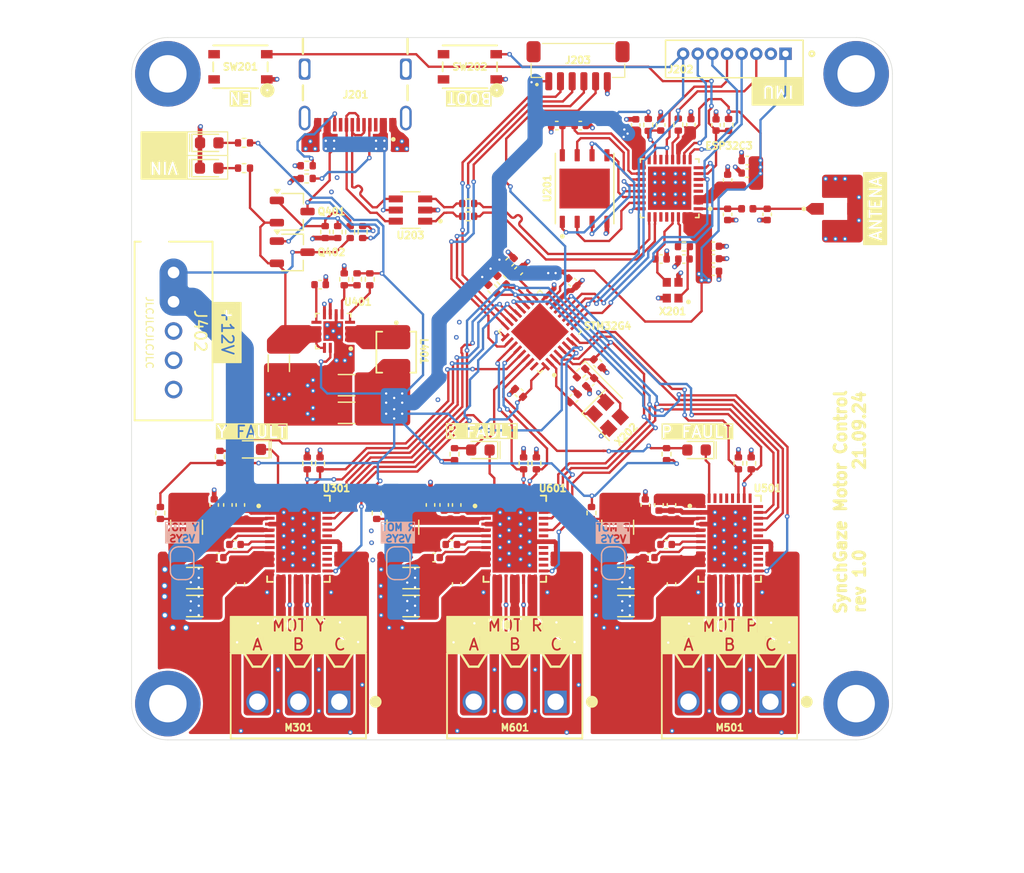
<source format=kicad_pcb>
(kicad_pcb (version 20240108) (generator "pcbnew") (generator_version "8.0")
  (title_block (title "SynchGaze - Motor Control") (date "2024-09-21") (rev "1.0") (company "WM"))
  (layers (0 "F.Cu" signal) (1 "In1.Cu" signal) (2 "In2.Cu" signal) (31 "B.Cu" signal) (34 "B.Paste" user) (35 "F.Paste" user) (36 "B.SilkS" user "B.Silkscreen") (37 "F.SilkS" user "F.Silkscreen") (38 "B.Mask" user) (39 "F.Mask" user) (44 "Edge.Cuts" user))
  (net 0 "")
  (net 1 "GND")
  (net 2 "/MCU/ESP_ANT_RF")
  (net 3 "/MCU/ESP_VDD_SPI")
  (net 4 "+3V3")
  (net 5 "+3V3_RF")
  (net 6 "/MCU/ESP_LNA_IN")
  (net 7 "/MCU/ESP_XTAL_P")
  (net 8 "/MCU/ESP_XTAL_N")
  (net 9 "/MCU/ESP_CHIP_EN")
  (net 10 "ESP_INTER_GYR{slash}BOOT")
  (net 11 "/MCU/STM_OSC_IN")
  (net 12 "/MCU/STM_OSC_OUT")
  (net 13 "DRVR_DRVOFF{slash}NRST")
  (net 14 "VM")
  (net 15 "/MCU/BLDC Driver Y/DRV_DVDD")
  (net 16 "+3V3_BUCK")
  (net 17 "/MCU/BLDC Driver P/DRV_DVDD")
  (net 18 "/MCU/BLDC Driver R/DRV_DVDD")
  (net 19 "VSYS")
  (net 20 "DRVP_ALARM")
  (net 21 "/MCU/BLDC Driver Y/DRV_FLED")
  (net 22 "/MCU/BLDC Driver P/DRV_FLED")
  (net 23 "/MCU/BLDC Driver R/DRV_FLED")
  (net 24 "/MCU/BLDC Driver Y/DRV_SW_BK")
  (net 25 "DRVY_ALARM")
  (net 26 "/MCU/USB_D+")
  (net 27 "SHELL_GND")
  (net 28 "/MCU/CC1")
  (net 29 "/MCU/USB_D-")
  (net 30 "SHELL_GND_0")
  (net 31 "VBUS")
  (net 33 "SHELL_GND_1")
  (net 34 "SHELL_GND_2")
  (net 36 "/MCU/CC2")
  (net 37 "ESP_IMU_NCS")
  (net 38 "ESP_FSPI_D")
  (net 39 "ESP_FSPI_CLK")
  (net 40 "ESP_FSPI_Q")
  (net 41 "ESP_INTER_ACC")
  (net 42 "STM_SWO")
  (net 43 "STM_SWDIO")
  (net 44 "STM_SWCLK")
  (net 45 "/MCU/BLDC Driver P/DRV_SW_BK")
  (net 46 "/MCU/BLDC Driver R/DRV_SW_BK")
  (net 47 "/MCU/BLDC Driver Y/DRV_OUTB")
  (net 48 "/MCU/BLDC Driver Y/DRV_OUTC")
  (net 49 "/MCU/BLDC Driver Y/DRV_OUTA")
  (net 50 "/MCU/BLDC Driver P/DRV_OUTC")
  (net 51 "/MCU/BLDC Driver P/DRV_OUTA")
  (net 52 "/MCU/BLDC Driver P/DRV_OUTB")
  (net 53 "/MCU/BLDC Driver R/DRV_OUTB")
  (net 54 "/MCU/BLDC Driver R/DRV_OUTA")
  (net 55 "/MCU/ESP_FSPI_CLK_R")
  (net 56 "ESP_UART_RX")
  (net 57 "ESP_UART_TX")
  (net 58 "/MCU/ESP_XTAL_P_R")
  (net 59 "/MCU/ESP_USB_D-")
  (net 60 "/MCU/ESP_USB_R_D-")
  (net 61 "/MCU/ESP_USB_R_D+")
  (net 62 "/MCU/ESP_USB_D+")
  (net 63 "/MCU/STM_OSC_OUT_R")
  (net 64 "DRVP_BRAKE")
  (net 65 "DRVR_BRAKE")
  (net 66 "DRVY_BRAKE")
  (net 67 "DRVP_DIR")
  (net 68 "DRVR_DIR")
  (net 69 "DRVY_DIR")
  (net 70 "/MCU/ESP_SPI_CLK")
  (net 72 "/MCU/ESP_SPI_NHD")
  (net 73 "/MCU/ESP_SPI_NWP")
  (net 74 "/MCU/ESP_SPI_DO")
  (net 75 "/MCU/ESP_SPI_DI")
  (net 76 "/MCU/ESP_SPI_NCS0")
  (net 77 "ESP_GPIO10")
  (net 78 "/MCU/ESP_GPIO1")
  (net 79 "/MCU/ESP_GPIO0")
  (net 80 "ESP_GPIO8")
  (net 82 "STM_I2C_SDA")
  (net 83 "DRVP_SPEED")
  (net 84 "DRVY_SPEED")
  (net 85 "DRVR_ALARM")
  (net 86 "STM_I2C_SCL")
  (net 87 "DRVY_DRVOFF")
  (net 88 "DRVR_SPEED")
  (net 89 "DRVP_DRVOFF")
  (net 92 "/MCU/BLDC Driver R/DRV_OUTC")
  (net 115 "/Power/PWR_SS")
  (net 116 "/Power/D401_R401")
  (net 117 "/Power/D402_R403")
  (net 118 "/Power/PWR_SW")
  (net 119 "/Power/PWR_PG")
  (net 120 "/Power/PWR_FB")
  (net 121 "/MCU/BLDC Driver Y/DRV_CPH")
  (net 122 "/MCU/BLDC Driver Y/DRV_CPL")
  (net 123 "/MCU/BLDC Driver Y/DRV_CP")
  (net 124 "/MCU/BLDC Driver P/DRV_CPH")
  (net 125 "/MCU/BLDC Driver P/DRV_CPL")
  (net 126 "/MCU/BLDC Driver P/DRV_CP")
  (net 127 "/MCU/BLDC Driver R/DRV_CPH")
  (net 128 "/MCU/BLDC Driver R/DRV_CPL")
  (net 129 "/MCU/BLDC Driver R/DRV_CP")
  (net 130 "GNDPWR")
  (net 143 "ESP_FSPI_NSS")
  (net 144 "VIN")
  (net 145 "/Power/RQVSYS")
  (net 146 "/Power/RQVBUS")
  (footprint "XRCGB40M000F4M02R0:OSC_XRCGB40M000F4M02R0" (layer "F.Cu") (at 75.222041 107.586841 180)
    (property "Reference" "X201")
    (property "Value" "XRCGB40M000F4M02R0")
  )
  (footprint "Capacitor_SMD:C_0402_1005Metric" (layer "F.Cu") (at 36.364 130.4242 180)
    (property "Reference" "C302" (hide yes))
    (property "Value" "1u")
  )
  (footprint "Capacitor_SMD:C_1206_3216Metric" (layer "F.Cu") (at 34.4082 132.1768 180)
    (property "Reference" "C308" (hide yes))
    (property "Value" "10u")
  )
  (footprint "Resistor_SMD:R_0402_1005Metric" (layer "F.Cu") (at 44.0094 122.3724 90)
    (property "Reference" "R302" (hide yes))
    (property "Value" "100k")
  )
  (footprint "Resistor_SMD:R_0402_1005Metric" (layer "F.Cu") (at 47.6758 102.616 90)
    (property "Reference" "R408" (hide yes))
    (property "Value" "1k")
  )
  (footprint "MountingHole:MountingHole_3.2mm_M3_DIN965_Pad" (layer "F.Cu") (at 32.1 89.1)
    (property "Reference" "REF**" (hide yes))
    (property "Value" "MountingHole_3.2mm_M3_DIN965_Pad")
  )
  (footprint "W25Q16JVZPIQ:SON127P500X600X80-9N" (layer "F.Cu") (at 67.70364 98.90004 90)
    (property "Reference" "U201")
    (property "Value" "W25Q16JVZPIQ")
  )
  (footprint "Resistor_SMD:R_0402_1005Metric" (layer "F.Cu") (at 38.608 94.9972 180)
    (property "Reference" "R401" (hide yes))
    (property "Value" "100R")
  )
  (footprint "Resistor_SMD:R_0402_1005Metric" (layer "F.Cu") (at 81.9314 122.3724 90)
    (property "Reference" "R503" (hide yes))
    (property "Value" "100k")
  )
  (footprint "Capacitor_SMD:C_0402_1005Metric" (layer "F.Cu") (at 75.1242 132.6848 -90)
    (property "Reference" "C503" (hide yes))
    (property "Value" "100n")
  )
  (footprint "Resistor_SMD:R_0402_1005Metric" (layer "F.Cu") (at 45.5422 102.618 -90)
    (property "Reference" "R406" (hide yes))
    (property "Value" "100k")
  )
  (footprint "Inductor_SMD:L_1210_3225Metric" (layer "F.Cu") (at 52.1768 127.8334 90)
    (property "Reference" "L601" (hide yes))
    (property "Value" "22u")
  )
  (footprint "Capacitor_SMD:C_0402_1005Metric" (layer "F.Cu") (at 72.072441 93.46444 90)
    (property "Reference" "C206" (hide yes))
    (property "Value" "100n")
  )
  (footprint "STM32G431KBU3:QFN50P500X500X60-33N_STM32G431KBU3" (layer "F.Cu") (at 63.881 111.125 135)
    (property "Reference" "U204" (hide yes))
    (property "Value" "STM32G4")
  )
  (footprint "Package_TO_SOT_SMD:TSOT-23" (layer "F.Cu") (at 42.7228 100.8634)
    (property "Reference" "Q401")
    (property "Value" "SI2347DS")
  )
  (footprint "Capacitor_SMD:C_0402_1005Metric" (layer "F.Cu") (at 56.7742 125.931 -90)
    (property "Reference" "C605" (hide yes))
    (property "Value" "1u")
  )
  (footprint "Capacitor_SMD:C_0402_1005Metric" (layer "F.Cu") (at 37.8372 129.3066 180)
    (property "Reference" "C301" (hide yes))
    (property "Value" "47n")
  )
  (footprint "Capacitor_SMD:C_0402_1005Metric" (layer "F.Cu") (at 76.7842 93.4466 90)
    (property "Reference" "C207" (hide yes))
    (property "Value" "100n")
  )
  (footprint "15EDGVC-3-5-03P:15EDGVC-3-5-03P" (layer "F.Cu") (at 80.0772 142.7432 180)
    (property "Reference" "M501")
    (property "Value" "MOT")
  )
  (footprint "A1001WV-S-6P:A1001WV-S-6P" (layer "F.Cu") (at 67.1322 87.9348 180)
    (property "Reference" "J203")
    (property "Value" "SWD")
  )
  (footprint "Resistor_SMD:R_0402_1005Metric" (layer "F.Cu") (at 48.742601 102.616 90)
    (property "Reference" "R409" (hide yes))
    (property "Value" "1k")
  )
  (footprint "Capacitor_SMD:C_0402_1005Metric" (layer "F.Cu") (at 79.92104 101.10984 -90)
    (property "Reference" "C211" (hide yes))
    (property "Value" "3p3")
  )
  (footprint "Capacitor_SMD:C_0402_1005Metric" (layer "F.Cu") (at 54.539 125.9284 90)
    (property "Reference" "C607" (hide yes))
    (property "Value" "10u")
  )
  (footprint "15EDGVC-3-5-03P:15EDGVC-3-5-03P" (layer "F.Cu") (at 61.7272 142.7432 180)
    (property "Reference" "M601")
    (property "Value" "MOT")
  )
  (footprint "LED_SMD:LED_0603_1608Metric" (layer "F.Cu") (at 39.2684 121.1834 180)
    (property "Reference" "D301" (hide yes))
    (property "Value" "FAULT")
  )
  (footprint "Capacitor_SMD:C_0402_1005Metric" (layer "F.Cu") (at 67.3328 93.5228)
    (property "Reference" "C202" (hide yes))
    (property "Value" "10u")
  )
  (footprint "LED_SMD:LED_0603_1608Metric" (layer "F.Cu") (at 35.6362 94.996)
    (property "Reference" "D401" (hide yes))
    (property "Value" "3V3")
  )
  (footprint "Capacitor_SMD:C_0402_1005Metric" (layer "F.Cu") (at 78.70184 103.827639)
    (property "Reference" "C204" (hide yes))
    (property "Value" "100n")
  )
  (footprint "Capacitor_SMD:C_0402_1005Metric" (layer "F.Cu") (at 55.7074 125.9284 -90)
    (property "Reference" "C606" (hide yes))
    (property "Value" "1u")
  )
  (footprint "Resistor_SMD:R_0402_1005Metric" (layer "F.Cu") (at 36.5506 121.8184 90)
    (property "Reference" "R304" (hide yes))
    (property "Value" "5.1k")
  )
  (footprint "Capacitor_SMD:C_1206_3216Metric" (layer "F.Cu") (at 41.5798 113.8174 -90)
    (property "Reference" "C401" (hide yes))
    (property "Value" "10u")
  )
  (footprint "Resistor_SMD:R_0402_1005Metric" (layer "F.Cu") (at 60.614542 106.720658 135)
    (property "Reference" "R203" (hide yes))
    (property "Value" "5.1k")
  )
  (footprint "Capacitor_SMD:C_0402_1005Metric" (layer "F.Cu") (at 78.93044 93.46444 90)
    (property "Reference" "C215" (hide yes))
    (property "Value" "100n")
  )
  (footprint "Resistor_SMD:R_0402_1005Metric" (layer "F.Cu") (at 63.5814 122.3724 90)
    (property "Reference" "R603" (hide yes))
    (property "Value" "100k")
  )
  (footprint "Capacitor_SMD:C_1206_3216Metric" (layer "F.Cu") (at 34.4082 134.5644 180)
    (property "Reference" "C304" (hide yes))
    (property "Value" "10u")
  )
  (footprint "Capacitor_SMD:C_0402_1005Metric" (layer "F.Cu") (at 83.29924 101.10984 -90)
    (property "Reference" "C212" (hide yes))
    (property "Value" "3p3")
  )
  (footprint "Resistor_SMD:R_0402_1005Metric" (layer "F.Cu") (at 48.26 106.6526 -90)
    (property "Reference" "R404" (hide yes))
    (property "Value" "0R")
  )
  (footprint "Capacitor_SMD:C_0402_1005Metric" (layer "F.Cu") (at 76.187241 104.91984 180)
    (property "Reference" "C213" (hide yes))
    (property "Value" "12p")
  )
  (footprint "Resistor_SMD:R_0402_1005Metric" (layer "F.Cu") (at 31.4618 126.6142 90)
    (property "Reference" "R301" (hide yes))
    (property "Value" "0R")
  )
  (footprint "Resistor_SMD:R_0402_1005Metric" (layer "F.Cu") (at 49.3522 106.6546 -90)
    (property "Reference" "R402" (hide yes))
    (property "Value" "100k")
  )
  (footprint "Molex_0530470810:MOLEX_0530470810" (layer "F.Cu") (at 80.4926 87.8332 180)
    (property "Reference" "J202")
    (property "Value" "Molex_0530470810")
  )
  (footprint "Crystal:Crystal_SMD_2520-4Pin_2.5x2.0mm" (layer "F.Cu") (at 69.628364 118.273284 -45)
    (property "Reference" "X202")
    (property "Value" "830108208209")
  )
  (footprint "Capacitor_SMD:C_0402_1005Metric" (layer "F.Cu") (at 68.820141 113.837037 -45)
    (property "Reference" "C223" (hide yes))
    (property "Value" "100n")
  )
  (footprint "Capacitor_SMD:C_0402_1005Metric" (layer "F.Cu") (at 54.8438 130.4242 180)
    (property "Reference" "C602" (hide yes))
    (property "Value" "1u")
  )
  (footprint "Resistor_SMD:R_0402_1005Metric" (layer "F.Cu") (at 74.7014 121.5898 90)
    (property "Reference" "R504" (hide yes))
    (property "Value" "5.1k")
  )
  (footprint "Capacitor_SMD:C_1206_3216Metric" (layer "F.Cu") (at 52.888 134.5644 180)
    (property "Reference" "C604" (hide yes))
    (property "Value" "10u")
  )
  (footprint "Capacitor_SMD:C_0402_1005Metric" (layer "F.Cu") (at 75.1242 125.931 -90)
    (property "Reference" "C506" (hide yes))
    (property "Value" "1u")
  )
  (footprint "TPS62142RGTR:QFN50P300X300X100-17N_TPS62142RGTR" (layer "F.Cu") (at 46.228 111.0742 180)
    (property "Reference" "U401")
    (property "Value" "TPS62142RGTR")
  )
  (footprint "Capacitor_SMD:C_0402_1005Metric" (layer "F.Cu") (at 65.3262 93.5228 180)
    (property "Reference" "C201" (hide yes))
    (property "Value" "100n")
  )
  (footprint "Capacitor_SMD:C_0402_1005Metric" (layer "F.Cu") (at 62.066988 105.934412 45)
    (property "Reference" "C219" (hide yes))
    (property "Value" "100n")
  )
  (footprint "Capacitor_SMD:C_1206_3216Metric" (layer "F.Cu") (at 47.371 118.0592 180)
    (property "Reference" "C404" (hide yes))
    (property "Value" "10u")
  )
  (footprint "Resistor_SMD:R_0402_1005Metric" (layer "F.Cu") (at 49.9416 126.6142 90)
    (property "Reference" "R601" (hide yes))
    (property "Value" "0R")
  )
  (footprint "Resistor_SMD:R_0402_1005Metric" (layer "F.Cu") (at 45.1016 122.3724 90)
    (property "Reference" "R303" (hide yes))
    (property "Value" "100k")
  )
  (footprint "15EDGVC-3-5-03P:15EDGVC-3-5-03P" (layer "F.Cu") (at 43.2474 142.7432 180)
    (property "Reference" "M301")
    (property "Value" "MOT")
  )
  (footprint "Capacitor_SMD:C_0402_1005Metric" (layer "F.Cu") (at 74.231439 104.91984)
    (property "Reference" "C214" (hide yes))
    (property "Value" "12p")
  )
  (footprint "MCT8315A1VRGFR:VQFN40_RGF_TEX_MCT8315A1VRGFR" (layer "F.Cu") (at 61.7399 128.816507)
    (property "Reference" "U601")
    (property "Value" "MCT8315A1VRGFR")
  )
  (footprint "Resistor_SMD:R_0402_1005Metric" (layer "F.Cu") (at 43.9674 96.9518)
    (property "Reference" "R209" (hide yes))
    (property "Value" "5.1k")
  )
  (footprint "Capacitor_SMD:C_0402_1005Metric" (layer "F.Cu") (at 38.2944 132.6848 -90)
    (property "Reference" "C303" (hide yes))
    (property "Value" "100n")
  )
  (footprint "MCT8315A1VRGFR:VQFN40_RGF_TEX_MCT8315A1VRGFR" (layer "F.Cu") (at 80.0899 128.816507)
    (property "Reference" "U501")
    (property "Value" "MCT8315A1VRGFR")
  )
  (footprint "Capacitor_SMD:C_0402_1005Metric" (layer "F.Cu") (at 74.206041 93.46444 90)
    (property "Reference" "C216" (hide yes))
    (property "Value" "100n")
  )
  (footprint "IHLP1212BZEV2R2MA1:IHLP1212BZEV2R2MA1" (layer "F.Cu") (at 51.6128 112.8268 -90)
    (property "Reference" "L401")
    (property "Value" "2.2uH")
  )
  (footprint "Capacitor_SMD:C_0402_1005Metric" (layer "F.Cu") (at 81.59744 96.512439 180)
    (property "Reference" "C210" (hide yes))
    (property "Value" "10u")
  )
  (footprint "Capacitor_SMD:C_0402_1005Metric" (layer "F.Cu") (at 66.664879 106.904279 -45)
    (property "Reference" "C218" (hide yes))
    (property "Value" "100n")
  )
  (footprint "RKB2SJM250SMTR_LFS:SW4_PTS815 SJM 250 SMTR LFS_CNK" (layer "F.Cu") (at 38.3 88.5 180)
    (property "Reference" "SW201")
    (property "Value" "EN")
  )
  (footprint "Capacitor_SMD:C_0402_1005Metric" (layer "F.Cu") (at 56.7742 132.6848 -90)
    (property "Reference" "C603" (hide yes))
    (property "Value" "100n")
  )
  (footprint "Resistor_SMD:R_0402_1005Metric" (layer "F.Cu") (at 73.13924 93.46444 90)
    (property "Reference" "R210" (hide yes))
    (property "Value" "5.1k")
  )
  (footprint "Resistor_SMD:R_0402_1005Metric" (layer "F.Cu") (at 62.4892 122.3724 90)
    (property "Reference" "R602" (hide yes))
    (property "Value" "100k")
  )
  (footprint "Capacitor_SMD:C_0402_1005Metric" (layer "F.Cu") (at 72.889 125.9284 90)
    (property "Reference" "C508" (hide yes))
    (property "Value" "10u")
  )
  (footprint "Capacitor_SMD:C_0402_1005Metric" (layer "F.Cu") (at 78.70184 105.96124)
    (property "Reference" "C203" (hide yes))
    (property "Value" "10u")
  )
  (footprint "Capacitor_SMD:C_0402_1005Metric" (layer "F.Cu") (at 78.70184 104.89444)
    (property "Reference" "C205" (hide yes))
    (property "Value" "100n")
  )
  (footprint "Resistor_SMD:R_0402_1005Metric" (layer "F.Cu") (at 56.5912 121.5898 90)
    (property "Reference" "R604" (hide yes))
    (property "Value" "5.1k")
  )
  (footprint "LED_SMD:LED_0603_1608Metric" (layer "F.Cu") (at 35.629001 97.155)
    (property "Reference" "D402" (hide yes))
    (property "Value" "VIN")
  )
  (footprint "Resistor_SMD:R_0402_1005Metric" (layer "F.Cu") (at 57.7544 101.2698 180)
    (property "Reference" "R207" (hide yes))
    (property "Value" "0R")
  )
  (footprint "Resistor_SMD:R_0402_1005Metric" (layer "F.Cu") (at 80.8392 122.3724 90)
    (property "Reference" "R502" (hide yes))
    (property "Value" "100k")
  )
  (footprint "Resistor_SMD:R_0402_1005Metric" (layer "F.Cu") (at 43.9646 98.0368)
    (property "Reference" "R208" (hide yes))
    (property "Value" "5.1k")
  )
  (footprint "Capacitor_SMD:C_0402_1005Metric" (layer "F.Cu") (at 73.1938 130.4242 180)
    (property "Reference" "C502" (hide yes))
    (property "Value" "1u")
  )
  (footprint "MountingHole:MountingHole_3.2mm_M3_DIN965_Pad" (layer "F.Cu") (at 90.9 142.9)
    (property "Reference" "REF**" (hide yes))
    (property "Value" "MountingHole_3.2mm_M3_DIN965_Pad")
  )
  (footprint "Capacitor_SMD:C_0402_1005Metric" (layer "F.Cu") (at 45.1104 107.111801)
    (property "Reference" "C402" (hide yes))
    (property "Value" "3.3n")
  )
  (footprint "Capacitor_SMD:C_0402_1005Metric" (layer "F.Cu") (at 38.2944 125.931 -90)
    (property "Reference" "C305" (hide yes))
    (property "Value" "1u")
  )
  (footprint "Inductor_SMD:L_0402_1005Metric" (layer "F.Cu") (at 81.597441 100.62724)
    (property "Reference" "L202" (hide yes))
    (property "Value" "2.2nH")
  )
  (footprint "NetTieMy:NetTie_2_0.4mm" (layer "F.Cu") (at 65.278 129.794 90)
    (property "Reference" "NT601" (hide yes))
    (property "Value" "NetTie_2" (hide yes))
  )
  (footprint "USBLC6-2SC6:SOT95P280X145-6N" (layer "F.Cu") (at 52.8268 100.7364 180)
    (property "Reference" "U203")
    (property "Value" "USBLC6-2SC6")
  )
  (footprint "LED_SMD:LED_0603_1608Metric" (layer "F.Cu") (at 58.801 121.2342 180)
    (property "Reference" "D601" (hide yes))
    (property "Value" "FAULT")
  )
  (footprint "ESP32C3:QFN32_5X5MM_ESP32C3" (layer "F.Cu") (at 74.96804 98.87464 180)
    (property "Reference" "U202" (hide yes))
    (property "Value" "ESP32C3")
  )
  (footprint "Resistor_SMD:R_0402_1005Metric" (layer "F.Cu") (at 47.1678 106.6526 90)
    (property "Reference" "R405" (hide yes))
    (property "Value" "0R")
  )
  (footprint "Resistor_SMD:R_0402_1005Metric" (layer "F.Cu") (at 79.99724 93.46444 90)
    (property "Reference" "R205" (hide yes))
    (property "Value" "5.1k")
  )
  (footprint "Capacitor_SMD:C_0402_1005Metric" (layer "F.Cu") (at 62.102909 116.351509 135)
    (property "Reference" "C217" (hide yes))
    (property "Value" "100n")
  )
  (footprint "B05B_XASK_1_A_LF__SN_:CONN5_B05B-XASK-1-A_JST" (layer "F.Cu") (at 32.5882 106.0704 90)
    (property "Reference" "J402")
    (property "Value" "Input 12V")
  )
  (footprint "Capacitor_SMD:C_0402_1005Metric" (layer "F.Cu") (at 81.597441 97.57924 180)
    (property "Reference" "C209" (hide yes))
    (property "Value" "100n")
  )
  (footprint "NetTieMy:NetTie_2_0.4mm" (layer "F.Cu") (at 83.6168 129.794 90)
    (property "Reference" "NT501" (hide yes))
    (property "Value" "NetTie_2" (hide yes))
  )
  (footprint "Resistor_SMD:R_0402_1005Metric" (layer "F.Cu") (at 68.2916 126.6142 90)
    (property "Reference" "R501" (hide yes))
    (property "Value" "0R")
  )
  (footprint "Package_TO_SOT_SMD:TSOT-23" (layer "F.Cu") (at 42.7228 104.337299)
    (property "Reference" "Q402")
    (property "Value" "SI2347DS")
  )
  (footprint "Capacitor_SMD:C_1206_3216Metric" (layer "F.Cu") (at 47.371 115.697 180)
    (property "Reference" "C403" (hide yes))
    (property "Value" "10u")
  )
  (footprint "Resistor_SMD:R_0402_1005Metric" (layer "F.Cu") (at 59.8424 107.4928 135)
    (property "Reference" "R202" (hide yes))
    (property "Value" "5.1k")
  )
  (footprint "Capacitor_SMD:C_1206_3216Metric" (layer "F.Cu") (at 71.238 132.1768 180)
    (property "Reference" "C505" (hide yes))
    (property "Value" "10u")
  )
  (footprint "Capacitor_SMD:C_0402_1005Metric" (layer "F.Cu") (at 74.667 129.3066 180)
    (property "Reference" "C501" (hide yes))
    (property "Value" "47n")
  )
  (footprint "Capacitor_SMD:C_1206_3216Metric" (layer "F.Cu") (at 71.238 134.5644 180)
    (property "Reference" "C504" (hide yes))
    (property "Value" "10u")
  )
  (footprint "Capacitor_SMD:C_0402_1005Metric" (layer "F.Cu") (at 79.92104 98.18884 90)
    (property "Reference" "C208" (hide yes))
    (property "Value" "10u")
  )
  (footprint "MCT8315A1VRGFR:VQFN40_RGF_TEX_MCT8315A1VRGFR" (layer "F.Cu") (at 43.2601 128.816507)
    (property "Reference" "U301")
    (property "Value" "MCT8315A1VRGFR")
  )
  (footprint "MountingHole:MountingHole_3.2mm_M3_DIN965_Pad" (layer "F.Cu") (at 32.1 142.9)
    (property "Reference" "REF**" (hide yes))
    (property "Value" "MountingHole_3.2mm_M3_DIN965_Pad")
  )
  (footprint "Capacitor_SMD:C_0402_1005Metric" (layer "F.Cu") (at 66.788623 116.818624 45)
    (property "Reference" "C221" (hide yes))
    (property "Value" "20p")
  )
  (footprint "Capacitor_SMD:C_0402_1005Metric" (layer "F.Cu") (at 36.0592 125.9284 90)
    (property "Reference" "C307" (hide yes))
    (property "Value" "10u")
  )
  (footprint "Capacitor_SMD:C_1206_3216Metric" (layer "F.Cu") (at 52.888 132.1768 180)
    (property "Reference" "C608" (hide yes))
    (property "Value" "10u")
  )
  (footprint "CONMHF1-SMD-G-T:LINX_CONMHF1-SMD-G-T" (layer "F.Cu") (at 89.1367 100.6348 90)
    (property "Reference" "J204" (hide yes))
    (property "Value" "Antena connector")
  )
  (footprint "USB4105-GF-A:GCT_USB4105-GF-A" (layer "F.Cu") (at 48.1076 88.6968 180)
    (property "Reference" "J201")
    (property "Value" "USB4105-GF-A")
  )
  (footprint "Capacitor_SMD:C_0402_1005Metric" (layer "F.Cu") (at 74.0574 125.9284 -90)
    (property "Reference" "C507" (hide yes))
    (property "Value" "1u")
  )
  (footprint "Capacitor_SMD:C_0402_1005Metric" (layer "F.Cu") (at 68.171583 115.435664 -135)
    (property "Reference" "C222" (hide yes))
    (property "Value" "20p")
  )
  (footprint "Resistor_SMD:R_0402_1005Metric" (layer "F.Cu") (at 57.7544 100.1776 180)
    (property "Reference" "R206" (hide yes))
    (property "Value" "0R")
  )
  (footprint "Capacitor_SMD:C_0402_1005Metric" (layer "F.Cu") (at 56.317 129.3066 180)
    (property "Reference" "C601" (hide yes))
    (property "Value" "47n")
  )
  (footprint "Inductor_SMD:L_1210_3225Metric" (layer "F.Cu") (at 70.5268 127.8334 90)
    (property "Reference" "L501" (hide yes))
    (property "Value" "22u")
  )
  (footprint "Capacitor_SMD:C_0402_1005Metric" (layer "F.Cu") (at 37.2276 125.9284 -90)
    (property "Reference" "C306" (hide yes))
    (property "Value" "1u")
  )
  (footprint "Resistor_SMD:R_0402_1005Metric" (layer "F.Cu") (at 38.608 97.155 180)
    (property "Reference" "R403" (hide yes))
    (property "Value" "470R")
  )
  (footprint "Capacitor_SMD:C_0402_1005Metric" (layer "F.Cu") (at 61.312647 105.18007 45)
    (property "Reference" "C220" (hide yes))
    (property "Value" "10u")
  )
  (footprint "Inductor_SMD:L_0402_1005Metric" (layer "F.Cu") (at 81.59744 98.646039)
    (property "Reference" "L201" (hide yes))
    (property "Value" "2.2nH")
  )
  (footprint "NetTieMy:NetTie_2_0.4mm" (layer "F.Cu") (at 46.7868 129.794 90)
    (property "Reference" "NT301" (hide yes))
    (property "Value" "NetTie_2" (hide yes))
  )
  (footprint "Resistor_SMD:R_0402_1005Metric" (layer "F.Cu") (at 67.399281 114.663361 -135)
    (property "Reference" "R211" (hide yes))
    (property "Value" "0R")
  )
  (footprint "MountingHole:MountingHole_3.2mm_M3_DIN965_Pad" (layer "F.Cu") (at 90.9 89.1)
    (property "Reference" "REF**" (hide yes))
    (property "Value" "MountingHole_3.2mm_M3_DIN965_Pad")
  )
  (footprint "Resistor_SMD:R_0402_1005Metric" (layer "F.Cu") (at 76.18724 103.85304 180)
    (property "Reference" "R204" (hide yes))
    (property "Value" "0R")
  )
  (footprint "Resistor_SMD:R_0402_1005Metric" (layer "F.Cu") (at 75.70464 93.43904 90)
    (property "Reference" "R201" (hide yes))
    (property "Value" "0R")
  )
  (footprint "Resistor_SMD:R_0402_1005Metric" (layer "F.Cu") (at 46.608999 102.616 -90)
    (property "Reference" "R407" (hide yes))
    (property "Value" "100k")
  )
  (footprint "Inductor_SMD:L_1210_3225Metric" (layer "F.Cu") (at 33.697 127.8334 90)
    (property "Reference" "L301" (hide yes))
    (property "Value" "22u")
  )
  (footprint "RKB2SJM250SMTR_LFS:SW4_PTS815 SJM 250 SMTR LFS_CNK" (layer "F.Cu") (at 57.9 88.5 180)
    (property "Reference" "SW202")
    (property "Value" "BOOT")
  )
  (footprint "LED_SMD:LED_0603_1608Metric" (layer "F.Cu") (at 77.2668 121.2342 180)
    (property "Reference" "D501" (hide yes))
    (property "Value" "FAULT")
  )
  (footprint "Jumper:SolderJumper-2_P1.3mm_Open_RoundedPad1.0x1.5mm" (layer "B.Cu") (at 70.1458 130.9068 90)
    (property "Reference" "JP501")
    (property "Value" "U301_EN" (hide yes))
  )
  (footprint "Jumper:SolderJumper-2_P1.3mm_Open_RoundedPad1.0x1.5mm" (layer "B.Cu") (at 51.7958 130.9068 90)
    (property "Reference" "JP601")
    (property "Value" "U301_EN" (hide yes))
  )
  (footprint "Jumper:SolderJumper-2_P1.3mm_Open_RoundedPad1.0x1.5mm" (layer "B.Cu") (at 33.316 130.9068 90)
    (property "Reference" "JP301")
    (property "Value" "U301_EN" (hide yes))
  )
  (gr_poly (pts (xy 56.007 135.509) (xy 59.5376 135.509) (xy 59.5376 137.0838) (xy 56.007 137.0838)) (stroke (width 0.1)) (fill solid) (layer "F.SilkS"))
  (gr_rect (start 91.5416 97.536) (end 93.4974 103.6828) (stroke (width 0.1)) (fill none) (layer "F.SilkS"))
  (gr_poly (pts (xy 33.6804 96.4946) (xy 33.6804 97.7646) (xy 33.0454 97.7646) (xy 33.0454 96.4946)) (stroke (width 0.1)) (fill solid) (layer "F.SilkS"))
  (gr_rect (start 29.8196 94.0562) (end 37.211 98.0948) (stroke (width 0.1)) (fill none) (layer "F.SilkS"))
  (gr_rect (start 55.9308 135.4582) (end 67.5386 138.4808) (stroke (width 0.1)) (fill none) (layer "F.SilkS"))
  (gr_poly (pts (xy 61.3156 136.8552) (xy 62.2046 136.8552) (xy 62.2046 137.0838) (xy 61.3156 137.0838)) (stroke (width 0.1)) (fill solid) (layer "F.SilkS"))
  (gr_poly (pts (xy 91.5924 103.632) (xy 91.5924 97.5868) (xy 91.8718 97.5868) (xy 91.8464 103.632)) (stroke (width 0.1)) (fill solid) (layer "F.SilkS"))
  (gr_poly (pts (xy 93.201134 103.63289) (xy 93.201134 97.58769) (xy 93.480534 97.58769) (xy 93.455134 103.63289)) (stroke (width 0.1)) (fill solid) (layer "F.SilkS"))
  (gr_rect (start 36.6014 108.712) (end 37.8206 109.1184) (stroke (width 0.1)) (fill solid) (layer "F.SilkS"))
  (gr_poly (pts (xy 64.1604 135.5344) (xy 67.4878 135.5344) (xy 67.4878 137.0838) (xy 64.1604 137.0838)) (stroke (width 0.1)) (fill solid) (layer "F.SilkS"))
  (gr_poly (pts (xy 42.8244 136.8552) (xy 43.7134 136.8552) (xy 43.7134 137.0838) (xy 42.8244 137.0838)) (stroke (width 0.1)) (fill solid) (layer "F.SilkS"))
  (gr_poly (pts (xy 86.3346 91.719401) (xy 86.3346 91.3384) (xy 82.0674 91.3384) (xy 82.067399 91.7194)) (stroke (width 0.1)) (fill solid) (layer "F.SilkS"))
  (gr_rect (start 85.4964 90.0176) (end 86.3092 91.2876) (stroke (width 0.1)) (fill solid) (layer "F.SilkS"))
  (gr_poly (pts (xy 47.2948 136.8806) (xy 48.9966 136.8806) (xy 48.9966 138.4554) (xy 47.2948 138.4554)) (stroke (width 0.1)) (fill solid) (layer "F.SilkS"))
  (gr_poly (pts (xy 93.21889 97.781466) (xy 91.77109 97.806866) (xy 91.77109 97.552866) (xy 93.21889 97.552866)) (stroke (width 0.1)) (fill solid) (layer "F.SilkS"))
  (gr_poly (pts (xy 30.6324 96.4946) (xy 30.6324 97.7646) (xy 29.9974 97.7646) (xy 29.9974 96.4946)) (stroke (width 0.1)) (fill solid) (layer "F.SilkS"))
  (gr_line (start 40.9194 120.4468) (end 40.9194 121.92) (stroke (width 0.1)) (layer "F.SilkS"))
  (gr_poly (pts (xy 80.5942 136.8806) (xy 83.0834 136.8806) (xy 83.0834 138.4554) (xy 80.5942 138.4554)) (stroke (width 0.1)) (fill solid) (layer "F.SilkS"))
  (gr_poly (pts (xy 93.201134 103.63289) (xy 91.753334 103.65829) (xy 91.753334 103.40429) (xy 93.201134 103.40429)) (stroke (width 0.1)) (fill solid) (layer "F.SilkS"))
  (gr_poly (pts (xy 65.786 136.8806) (xy 67.4878 136.8806) (xy 67.4878 138.4554) (xy 65.786 138.4554)) (stroke (width 0.1)) (fill solid) (layer "F.SilkS"))
  (gr_poly (pts (xy 37.5158 136.8806) (xy 39.243 136.8806) (xy 39.243 138.4554) (xy 37.5158 138.4554)) (stroke (width 0.1)) (fill solid) (layer "F.SilkS"))
  (gr_poly (pts (xy 86.3854 91.770201) (xy 82.016599 91.7702) (xy 82.0166 89.5096) (xy 86.3854 89.5096)) (stroke (width 0.1)) (fill none) (layer "F.SilkS"))
  (gr_poly (pts (xy 84.1248 136.906) (xy 85.8266 136.906) (xy 85.8266 138.4808) (xy 84.1248 138.4808)) (stroke (width 0.1)) (fill solid) (layer "F.SilkS"))
  (gr_line (start 60.4774 120.4976) (end 60.4774 121.9708) (stroke (width 0.1)) (layer "F.SilkS"))
  (gr_line (start 67.759127 113.638128) (end 70.938138 116.817139) (stroke (width 0.1)) (layer "F.SilkS"))
  (gr_line (start 37.211 96.0755) (end 29.8196 96.0755) (stroke (width 0.1)) (layer "F.SilkS"))
  (gr_poly (pts (xy 77.1398 136.8806) (xy 79.629 136.8806) (xy 79.629 138.4554) (xy 77.1398 138.4554)) (stroke (width 0.1)) (fill solid) (layer "F.SilkS"))
  (gr_poly (pts (xy 33.7566 96.1136) (xy 29.845 96.1136) (xy 29.845 98.0694) (xy 33.7566 98.0694) (xy 33.7566 97.79) (xy 30.0736 97.79) (xy 30.0736 96.4438) (xy 33.7058 96.4692) (xy 33.7058 97.79) (xy 33.7566 97.79)) (stroke (width 0.1)) (fill solid) (layer "F.SilkS"))
  (gr_rect (start 82.0928 90.0176) (end 82.9056 91.2876) (stroke (width 0.1)) (fill solid) (layer "F.SilkS"))
  (gr_line (start 67.50768 113.889575) (end 67.759127 113.638128) (stroke (width 0.1)) (layer "F.SilkS"))
  (gr_rect (start 37.4396 135.4582) (end 49.0474 138.4808) (stroke (width 0.1)) (fill none) (layer "F.SilkS"))
  (gr_rect (start 74.2696 135.4836) (end 85.8774 138.5062) (stroke (width 0.1)) (fill none) (layer "F.SilkS"))
  (gr_poly (pts (xy 62.2554 136.8552) (xy 64.7446 136.8552) (xy 64.7446 138.43) (xy 62.2554 138.43)) (stroke (width 0.1)) (fill solid) (layer "F.SilkS"))
  (gr_poly (pts (xy 56.007 136.8806) (xy 57.7342 136.8806) (xy 57.7342 138.4554) (xy 56.007 138.4554)) (stroke (width 0.1)) (fill solid) (layer "F.SilkS"))
  (gr_poly (pts (xy 43.7642 136.8552) (xy 46.2534 136.8552) (xy 46.2534 138.43) (xy 43.7642 138.43)) (stroke (width 0.1)) (fill solid) (layer "F.SilkS"))
  (gr_rect (start 36.6014 113.2078) (end 37.8206 113.7158) (stroke (width 0.1)) (fill solid) (layer "F.SilkS"))
  (gr_line (start 78.9432 120.523) (end 78.9432 121.9708) (stroke (width 0.1)) (layer "F.SilkS"))
  (gr_rect (start 37.8968 108.6866) (end 38.3286 113.7412) (stroke (width 0.1)) (fill solid) (layer "F.SilkS"))
  (gr_poly (pts (xy 74.3458 135.5344) (xy 77.8764 135.5344) (xy 77.8764 137.1092) (xy 74.3458 137.1092)) (stroke (width 0.1)) (fill solid) (layer "F.SilkS"))
  (gr_poly (pts (xy 82.4992 135.5598) (xy 85.8266 135.5598) (xy 85.8266 137.1092) (xy 82.4992 137.1092)) (stroke (width 0.1)) (fill solid) (layer "F.SilkS"))
  (gr_line (start 33.9598 96.4172) (end 33.9598 97.8904) (stroke (width 0.1)) (layer "F.SilkS"))
  (gr_line (start 33.9598 94.2594) (end 33.9598 95.7326) (stroke (width 0.1)) (layer "F.SilkS"))
  (gr_poly (pts (xy 74.3458 136.906) (xy 76.073 136.906) (xy 76.073 138.4808) (xy 74.3458 138.4808)) (stroke (width 0.1)) (fill solid) (layer "F.SilkS"))
  (gr_rect (start 82.0674 89.5604) (end 86.3346 89.9414) (stroke (width 0.1)) (fill solid) (layer "F.SilkS"))
  (gr_poly (pts (xy 58.801 136.8552) (xy 61.2902 136.8552) (xy 61.2902 138.43) (xy 58.801 138.43)) (stroke (width 0.1)) (fill solid) (layer "F.SilkS"))
  (gr_poly (pts (xy 40.3098 136.8552) (xy 42.799 136.8552) (xy 42.799 138.43) (xy 40.3098 138.43)) (stroke (width 0.1)) (fill solid) (layer "F.SilkS"))
  (gr_poly (pts (xy 37.5158 135.509) (xy 41.0464 135.509) (xy 41.0464 137.0838) (xy 37.5158 137.0838)) (stroke (width 0.1)) (fill solid) (layer "F.SilkS"))
  (gr_poly (pts (xy 79.6544 136.8806) (xy 80.5434 136.8806) (xy 80.5434 137.1092) (xy 79.6544 137.1092)) (stroke (width 0.1)) (fill solid) (layer "F.SilkS"))
  (gr_poly (pts (xy 45.6692 135.5344) (xy 48.9966 135.5344) (xy 48.9966 137.0838) (xy 45.6692 137.0838)) (stroke (width 0.1)) (fill solid) (layer "F.SilkS"))
  (gr_rect (start 36.0172 108.6358) (end 38.354 113.7666) (stroke (width 0.1)) (fill none) (layer "F.SilkS"))
  (gr_poly (pts (xy 33.757528 94.075923) (xy 29.845928 94.075923) (xy 29.845928 96.031723) (xy 33.757529 96.031723) (xy 33.757528 95.676123) (xy 30.480928 95.676123) (xy 30.480928 94.228323) (xy 33.351128 94.228323) (xy 33.351128 95.726923) (xy 33.757528 95.752323)) (stroke (width 0.1)) (fill solid) (layer "F.SilkS"))
  (gr_rect (start 36.0934 108.6612) (end 36.5252 113.7412) (stroke (width 0.1)) (fill solid) (layer "F.SilkS"))
  (gr_line (start 32.1 86) (end 90.9 86) (stroke (width 0.05)) (layer "Edge.Cuts"))
  (gr_line (start 94 89.1) (end 94 142.9) (stroke (width 0.05)) (layer "Edge.Cuts"))
  (gr_arc (start 32.1 146) (mid 29.907969 145.092031) (end 29 142.9) (stroke (width 0.05)) (layer "Edge.Cuts"))
  (gr_arc (start 29 89.1) (mid 29.907969 86.907969) (end 32.1 86) (stroke (width 0.05)) (layer "Edge.Cuts"))
  (gr_arc (start 94 142.9) (mid 93.092031 145.092031) (end 90.9 146) (stroke (width 0.05)) (layer "Edge.Cuts"))
  (gr_line (start 29 142.9) (end 29 89.1) (stroke (width 0.05)) (layer "Edge.Cuts"))
  (gr_arc (start 90.9 86) (mid 93.092031 86.907969) (end 94 89.1) (stroke (width 0.05)) (layer "Edge.Cuts"))
  (gr_line (start 90.9 146) (end 32.1 146) (stroke (width 0.05)) (layer "Edge.Cuts"))
  (gr_text "R MOT\nVSYS" (at 51.7906 129.159 0) (layer "B.SilkS" knockout) (effects (font (size 0.6 0.6) (thickness 0.15) (bold yes)) (justify bottom mirror)))
  (gr_text "Y MOT\nVSYS" (at 33.3248 129.159 0) (layer "B.SilkS" knockout) (effects (font (size 0.6 0.6) (thickness 0.15) (bold yes)) (justify bottom mirror)))
  (gr_text "P MOT\nVSYS" (at 70.1548 129.1844 0) (layer "B.SilkS" knockout) (effects (font (size 0.6 0.6)) (justify bottom mirror)))
  (gr_text "+12V" (at 37.1856 111.0996 -90) (layer "F.SilkS" knockout) (effects (font (size 1 1))))
  (gr_text "JLCJLCJLCJLC" (at 30.1752 108.0516 -90) (layer "F.SilkS") (effects (font (size 0.6 0.6) (thickness 0.1)) (justify left bottom)))
  (gr_text "C" (at 83.6168 137.8712 0) (layer "F.SilkS" knockout) (effects (font (size 1 1))))
  (gr_text "A" (at 39.751 137.8458 0) (layer "F.SilkS" knockout) (effects (font (size 1 1))))
  (gr_text "A" (at 76.581 137.8712 0) (layer "F.SilkS" knockout) (effects (font (size 1 1))))
  (gr_text "MOT P" (at 80.1116 136.2456 0) (layer "F.SilkS" knockout) (effects (font (size 1 1))))
  (gr_text "IMU" (at 84.2264 90.6272 180) (layer "F.SilkS" knockout) (effects (font (size 1 1))))
  (gr_text "P FAULT" (at 77.2668 119.6848 0) (layer "F.SilkS" knockout) (effects (font (size 1 1) (thickness 0.15) (bold yes))))
  (gr_text "B" (at 61.7474 137.8458 0) (layer "F.SilkS" knockout) (effects (font (size 1 1))))
  (gr_text "MOT Y" (at 43.2816 136.2202 0) (layer "F.SilkS" knockout) (effects (font (size 1 1))))
  (gr_text "C" (at 46.7868 137.8458 0) (layer "F.SilkS" knockout) (effects (font (size 1 1))))
  (gr_text "SynchGaze Motor Control\nrev 1.0         21.09.24" (at 90.3732 125.6792 90) (layer "F.SilkS") (effects (font (size 1 1) (thickness 0.25) (bold yes))))
  (gr_text "Y FAULT" (at 39.2684 119.6848 0) (layer "F.SilkS" knockout) (effects (font (size 1 1) (thickness 0.15) (bold yes))))
  (gr_text "B" (at 43.2562 137.8458 0) (layer "F.SilkS" knockout) (effects (font (size 1 1))))
  (gr_text "MOT R" (at 61.7728 136.2202 0) (layer "F.SilkS" knockout) (effects (font (size 1 1))))
  (gr_text "R FAULT" (at 58.8518 119.6594 0) (layer "F.SilkS" knockout) (effects (font (size 1 1) (thickness 0.15) (bold yes))))
  (gr_text "A" (at 58.2422 137.8458 0) (layer "F.SilkS" knockout) (effects (font (size 1 1))))
  (gr_text "B" (at 80.0862 137.8712 0) (layer "F.SilkS" knockout) (effects (font (size 1 1))))
  (gr_text "C" (at 65.278 137.8458 0) (layer "F.SilkS" knockout) (effects (font (size 1 1))))
  (segment (start 65.072475 108.866725) (end 66.3194 107.6198) (width 0.4) (layer "F.Cu") (net 1))
  (segment (start 68.2024 93.5228) (end 68.3768 93.6972) (width 0.4) (layer "F.Cu") (net 1))
  (segment (start 78.819392 127.566192) (end 78.8326 127.5794) (width 0.4) (layer "F.Cu") (net 1))
  (segment (start 83.6168 129.2098) (end 83.6168 129.494) (width 0.4) (layer "F.Cu") (net 1))
  (segment (start 67.128034 116.454834) (end 66.6242 115.951) (width 0.4) (layer "F.Cu") (net 1))
  (segment (start 79.92104 97.04076) (end 79.9338 97.028) (width 0.4) (layer "F.Cu") (net 1))
  (segment (start 78.93044 92.98444) (end 78.93044 92.34176) (width 0.4) (layer "F.Cu") (net 1))
  (segment (start 43.4546 98.0368) (end 42.8824 98.0368) (width 0.4) (layer "F.Cu") (net 1))
  (segment (start 78.83006 126.56594) (end 78.8326 126.5634) (width 0.4) (layer "F.Cu") (net 1))
  (segment (start 80.8392 121.862401) (end 80.8392 121.1924) (width 0.4) (layer "F.Cu") (net 1))
  (segment (start 75.1216 126.4084) (end 75.1242 126.411) (width 0.4) (layer "F.Cu") (net 1))
  (segment (start 79.18184 106.66996) (end 79.1718 106.68) (width 0.4) (layer "F.Cu") (net 1))
  (segment (start 60.48006 126.56594) (end 60.4826 126.5634) (width 0.4) (layer "F.Cu") (net 1))
  (segment (start 60.469392 127.566192) (end 60.4826 127.5794) (width 0.4) (layer "F.Cu") (net 1))
  (segment (start 69.50462 116.95182) (end 68.8848 116.332) (width 0.4) (layer "F.Cu") (net 1))
  (segment (start 56.7716 126.4084) (end 56.7742 126.411) (width 0.4) (layer "F.Cu") (net 1))
  (segment (start 67.832172 115.775075) (end 68.1228 116.065703) (width 0.4) (layer "F.Cu") (net 1))
  (segment (start 77.6388 127.566192) (end 78.819392 127.566192) (width 0.4) (layer "F.Cu") (net 1))
  (segment (start 57.5616 126.411) (end 57.71654 126.56594) (width 0.4) (layer "F.Cu") (net 1))
  (segment (start 75.707241 105.267759) (end 75.3872 105.5878) (width 0.4) (layer "F.Cu") (net 1))
  (segment (start 45.478 109.6392) (end 45.478 108.7748) (width 0.25) (layer "F.Cu") (net 1))
  (segment (start 44.52883 129.06657) (end 44.5174 129.078) (width 0.4) (layer "F.Cu") (net 1))
  (segment (start 80.63484 101.58984) (end 80.645 101.6) (width 0.4) (layer "F.Cu") (net 1))
  (segment (start 44.522201 103.127999) (end 44.45 103.2002) (width 0.4) (layer "F.Cu") (net 1))
  (segment (start 45.5442 103.125999) (end 45.5422 103.127999) (width 0.4) (layer "F.Cu") (net 1))
  (segment (start 45.5904 107.111801) (end 45.5904 106.4286) (width 0.4) (layer "F.Cu") (net 1))
  (segment (start 81.9314 121.862401) (end 81.9314 121.2432) (width 0.4) (layer "F.Cu") (net 1))
  (segment (start 41.412801 89.574999) (end 41.4274 89.5604) (width 0.4) (layer "F.Cu") (net 1))
  (segment (start 73.997241 108.261841) (end 73.9902 108.2548) (width 0.4) (layer "F.Cu") (net 1))
  (segment (start 42.8824 98.0368) (end 42.513924 98.405276) (width 0.4) (layer "F.Cu") (net 1))
  (segment (start 74.206041 92.98444) (end 74.206041 92.367041) (width 0.4) (layer "F.Cu") (net 1))
  (segment (start 79.18184 103.827639) (end 79.824639 103.827639) (width 0.4) (layer "F.Cu") (net 1))
  (segment (start 69.60864 101.74504) (end 69.60864 102.65416) (width 0.4) (layer "F.Cu") (net 1))
  (segment (start 69.50462 117.159591) (end 69.50462 116.95182) (width 0.4) (layer "F.Cu") (net 1))
  (segment (start 74.206041 92.367041) (end 74.1934 92.3544) (width 0.4) (layer "F.Cu") (net 1))
  (segment (start 67.8128 93.5228) (end 68.2024 93.5228) (width 0.4) (layer "F.Cu") (net 1))
  (segment (start 55.7074 126.4084) (end 56.7716 126.4084) (width 0.4) (layer "F.Cu") (net 1))
  (segment (start 81.9314 121.2432) (end 81.9404 121.2342) (width 0.4) (layer "F.Cu") (net 1))
  (segment (start 75.72204 106.911841) (end 75.72204 106.29436) (width 0.4) (layer "F.Cu") (net 1))
  (segment (start 74.711439 104.91984) (end 74.711439 104.231561) (width 0.4) (layer "F.Cu") (net 1))
  (segment (start 65.13477 129.06657) (end 65.278 129.2098) (width 0.4) (layer "F.Cu") (net 1))
  (segment (start 56.7742 126.411) (end 57.5616 126.411) (width 0.4) (layer "F.Cu") (net 1))
  (segment (start 45.5904 106.4286) (end 45.593 106.426) (width 0.4) (layer "F.Cu") (net 1))
  (segment (start 68.1228 116.065703) (end 68.1228 116.4336) (width 0.4) (layer "F.Cu") (net 1))
  (segment (start 74.0574 126.4084) (end 75.1216 126.4084) (width 0.4) (layer "F.Cu") (net 1))
  (segment (start 64.643 107.8992) (end 65.1002 107.442) (width 0.4) (layer "F.Cu") (net 1))
  (segment (start 66.62818 107.6198) (end 67.00429 107.24369) (width 0.4) (layer "F.Cu") (net 1))
  (segment (start 75.707241 104.91984) (end 75.707241 105.267759) (width 0.4) (layer "F.Cu") (net 1))
  (segment (start 79.92104 101.58984) (end 80.63484 101.58984) (width 0.4) (layer "F.Cu") (net 1))
  (segment (start 81.11744 96.512439) (end 81.11744 95.82404) (width 0.4) (layer "F.Cu") (net 1))
  (segment (start 43.4574 96.9518) (end 42.9514 96.9518) (width 0.4) (layer "F.Cu") (net 1))
  (segment (start 72.889 125.4484) (end 72.889 124.7992) (width 0.4) (layer "F.Cu") (net 1))
  (segment (start 72.889 124.7992) (end 72.898 124.7902) (width 0.4) (layer "F.Cu") (net 1))
  (segment (start 34.848699 93.649901) (end 34.8996 93.599) (width 0.4) (layer "F.Cu") (net 1))
  (segment (start 69.6214 114.6302) (end 69.167648 114.176448) (width 0.4) (layer "F.Cu") (net 1))
  (segment (start 74.711439 104.231561) (end 74.7268 104.2162) (width 0.4) (layer "F.Cu") (net 1))
  (segment (start 39.0818 126.411) (end 39.23674 126.56594) (width 0.4) (layer "F.Cu") (net 1))
  (segment (start 38.2918 126.4084) (end 38.2944 126.411) (width 0.4) (layer "F.Cu") (net 1))
  (segment (start 62.406399 105.589201) (end 62.865 105.1306) (width 0.4) (layer "F.Cu") (net 1))
  (segment (start 46.608999 103.125999) (end 45.5442 103.125999) (width 0.4) (layer "F.Cu") (net 1))
  (segment (start 81.11744 95.82404) (end 81.1022 95.8088) (width 0.4) (layer "F.Cu") (net 1))
  (segment (start 57.71654 126.56594) (end 59.2888 126.56594) (width 0.4) (layer "F.Cu") (net 1))
  (segment (start 80.8392 121.1924) (end 80.8482 121.1834) (width 0.4) (layer "F.Cu") (net 1))
  (segment (start 45.5422 103.127999) (end 44.522201 103.127999) (width 0.4) (layer "F.Cu") (net 1))
  (segment (start 74.722042 108.261841) (end 73.997241 108.261841) (width 0.4) (layer "F.Cu") (net 1))
  (segment (start 65.1002 107.3658) (end 65.1002 107.1118) (width 0.4) (layer "F.Cu") (net 1))
  (segment (start 81.117441 97.57924) (end 81.09464 97.57924) (width 0.4) (layer "F.Cu") (net 1))
  (segment (start 79.92104 97.70884) (end 79.92104 97.04076) (width 0.4) (layer "F.Cu") (net 1))
  (segment (start 36.0592 124.6378) (end 36.0592 125.4484) (width 0.4) (layer "F.Cu") (net 1))
  (segment (start 44.0094 121.243) (end 44.0182 121.2342) (width 0.4) (layer "F.Cu") (net 1))
  (segment (start 38.2944 126.411) (end 39.0818 126.411) (width 0.4) (layer "F.Cu") (net 1))
  (segment (start 45.7112 129.06657) (end 46.61817 129.06657) (width 0.4) (layer "F.Cu") (net 1))
  (segment (start 67.00429 107.23971) (end 67.5132 106.7308) (width 0.4) (layer "F.Cu") (net 1))
  (segment (start 69.6402 90.7984) (end 69.6468 90.805) (width 0.4) (layer "F.Cu") (net 1))
  (segment (start 69.752108 119.386977) (end 69.752108 119.401692) (width 0.4) (layer "F.Cu") (net 1))
  (segment (start 46.7868 129.2352) (end 46.7868 129.494) (width 0.4) (layer "F.Cu") (net 1))
  (segment (start 34.8415 97.155) (end 34.8415 95.003199) (width 0.4) (layer "F.Cu") (net 1))
  (segment (start 66.3194 107.6198) (end 66.62818 107.6198) (width 0.4) (layer "F.Cu") (net 1))
  (segment (start 60.150001 89.574999) (end 60.945401 89.574999) (width 0.4) (layer "F.Cu") (net 1))
  (segment (start 69.752108 119.401692) (end 69.1134 120.0404) (width 0.4) (layer "F.Cu") (net 1))
  (segment (start 64.376442 108.165758) (end 64.643 107.8992) (width 0.4) (layer "F.Cu") (net 1))
  (segment (start 81.09464 97.57924) (end 80.5688 97.0534) (width 0.4) (layer "F.Cu") (net 1))
  (segment (start 46.478 110.8242) (end 46.228 111.0742) (width 0.25) (layer "F.Cu") (net 1))
  (segment (start 42.00026 126.56594) (end 42.0028 126.5634) (width 0.4) (layer "F.Cu") (net 1))
  (segment (start 39.23674 126.56594) (end 40.809 126.56594) (width 0.4) (layer "F.Cu") (net 1))
  (segment (start 79.824639 103.827639) (end 79.8322 103.8352) (width 0.4) (layer "F.Cu") (net 1))
  (segment (start 59.2888 126.56594) (end 60.48006 126.56594) (width 0.4) (layer "F.Cu") (net 1))
  (segment (start 65.278 129.2098) (end 65.278 129.494) (width 0.4) (layer "F.Cu") (net 1))
  (segment (start 82.541 129.06657) (end 81.35863 129.06657) (width 0.4) (layer "F.Cu") (net 1))
  (segment (start 47.1678 106.142601) (end 47.1678 105.4862) (width 0.4) (layer "F.Cu") (net 1))
  (segment (start 64.191 129.06657) (end 63.00863 129.06657) (width 0.4) (layer "F.Cu") (net 1))
  (segment (start 37.2276 126.4084) (end 38.2918 126.4084) (width 0.4) (layer "F.Cu") (net 1))
  (segment (start 82.541 129.06657) (end 83.47357 129.06657) (width 0.4) (layer "F.Cu") (net 1))
  (segment (start 76.7842 92.9666) (end 76.7842 92.329) (width 0.4) (layer "F.Cu") (net 1))
  (segment (start 72.072441 92.98444) (end 71.27736 92.98444) (width 0.4) (layer "F.Cu") (net 1))
  (segment (start 45.7112 129.06657) (end 44.52883 129.06657) (width 0.4) (layer "F.Cu") (net 1))
  (segment (start 75.9116 126.411) (end 76.06654 126.56594) (width 0.4) (layer "F.Cu") (net 1))
  (segment (start 41.989592 127.566192) (end 42.0028 127.5794) (width 0.4) (layer "F.Cu") (net 1))
  (segment (start 44.0094 121.8624) (end 44.0094 121.243) (width 0.4) (layer "F.Cu") (net 1))
  (segment (start 40.809 126.56594) (end 42.00026 126.56594) (width 0.4) (layer "F.Cu") (net 1))
  (segment (start 46.478 109.6392) (end 46.478 110.8242) (width 0.25) (layer "F.Cu") (net 1))
  (segment (start 62.406399 105.595001) (end 62.406399 105.589201) (width 0.4) (layer "F.Cu") (net 1))
  (segment (start 81.35863 129.06657) (end 81.3472 129.078) (width 0.4) (layer "F.Cu") (net 1))
  (segment (start 45.478 108.7748) (end 45.466 108.7628) (width 0.25) (layer "F.Cu") (net 1))
  (segment (start 76.06654 126.56594) (end 77.6388 126.56594) (width 0.4) (layer "F.Cu") (net 1))
  (segment (start 63.5814 121.8624) (end 63.5814 121.1632) (width 0.4) (layer "F.Cu") (net 1))
  (segment (start 54.539 123.9826) (end 54.539 125.4484) (width 0.4) (layer "F.Cu") (net 1))
  (segment (start 71.27736 92.98444) (end 71.2724 92.9894) (width 0.4) (layer "F.Cu") (net 1))
  (segment (start 63.5814 121.1632) (end 63.5762 121.158) (width 0.4) (layer "F.Cu") (net 1))
  (segment (start 61.763498 116.012098) (end 61.762502 116.012098) (width 0.4) (layer "F.Cu") (net 1))
  (segment (start 75.72204 106.29436) (end 75.9206 106.0958) (width 0.4) (layer "F.Cu") (net 1))
  (segment (start 54.5338 123.9774) (end 54.539 123.9826) (width 0.4) (layer "F.Cu") (net 1))
  (segment (start 83.47357 129.06657) (end 83.6168 129.2098) (width 0.4) (layer "F.Cu") (net 1))
  (segment (start 59.2888 127.566192) (end 60.469392 127.566192) (width 0.4) (layer "F.Cu") (net 1))
  (segment (start 45.974 108.4834) (end 45.974 109.6352) (width 0.25) (layer "F.Cu") (net 1))
  (segment (start 79.18184 104.89444) (end 79.83976 104.89444) (width 0.4) (layer "F.Cu") (net 1))
  (segment (start 64.191 129.06657) (end 65.13477 129.06657) (width 0.4) (layer "F.Cu") (net 1))
  (segment (start 61.652058 104.840659) (end 61.652058 104.806658) (width 0.4) (layer "F.Cu") (net 1))
  (segment (start 34.848699 94.996) (end 34.848699 93.649901) (width 0.4) (layer "F.Cu") (net 1))
  (segment (start 61.762502 116.012098) (end 61.2648 116.5098) (width 0.4) (layer "F.Cu") (net 1))
  (segment (start 61.652058 104.840659) (end 61.656341 104.840659) (width 0.4) (layer "F.Cu") (net 1))
  (segment (start 79.18184 105.96124) (end 79.18184 106.66996) (width 0.4) (layer "F.Cu") (net 1))
  (segment (start 45.1016 121.8624) (end 45.1016 121.243) (width 0.4) (layer "F.Cu") (net 1))
  (segment (start 64.8462 93.5228) (end 64.8462 94.0816) (width 0.4) (layer "F.Cu") (net 1))
  (segment (start 46.61817 129.06657) (end 46.7868 129.2352) (width 0.4) (layer "F.Cu") (net 1))
  (segment (start 69.6402 89.733) (end 69.6402 90.7984) (width 0.4) (layer "F.Cu") (net 1))
  (segment (start 67.128034 116.479213) (end 67.128034 116.454834) (width 0.4) (layer "F.Cu") (net 1))
  (segment (start 64.365368 108.165758) (end 64.376442 108.165758) (width 0.4) (layer "F.Cu") (net 1))
  (segment (start 79.83976 104.89444) (end 79.8576 104.8766) (width 0.4) (layer "F.Cu") (net 1))
  (segment (start 40.550001 89.574999) (end 41.412801 89.574999) (width 0.4) (layer "F.Cu") (net 1))
  (segment (start 34.8415 95.003199) (end 34.848699 94.996) (width 0.4) (layer "F.Cu") (net 1))
  (segment (start 61.652058 104.806658) (end 61.1632 104.3178) (width 0.4) (layer "F.Cu") (net 1))
  (segment (start 40.809 127.566192) (end 41.989592 127.566192) (width 0.4) (layer "F.Cu") (net 1))
  (segment (start 62.4892 121.087) (end 62.4892 121.8624) (width 0.4) (layer "F.Cu") (net 1))
  (segment (start 60.945401 89.574999) (end 60.96 89.5604) (width 0.4) (layer "F.Cu") (net 1))
  (segment (start 82.63636 101.58984) (end 82.6262 101.6) (width 0.4) (layer "F.Cu") (net 1))
  (segment (start 45.974 109.6352) (end 45.978 109.6392) (width 0.25) (layer "F.Cu") (net 1))
  (segment (start 45.1016 121.243) (end 45.1104 121.2342) (width 0.4) (layer "F.Cu") (net 1))
  (segment (start 67.00429 107.24369) (end 67.00429 107.23971) (width 0.4) (layer "F.Cu") (net 1))
  (segment (start 63.00863 129.06657) (end 62.9972 129.078) (width 0.4) (layer "F.Cu") (net 1))
  (segment (start 54.0818 100.7364) (end 55.1688 100.7364) (width 0.4) (layer "F.Cu") (net 1))
  (segment (start 65.1002 107.442) (end 65.1002 107.3658) (width 0.4) (layer "F.Cu") (net 1))
  (segment (start 69.167648 114.176448) (end 69.159552 114.176448) (width 0.4) (layer "F.Cu") (net 1))
  (segment (start 78.93044 92.34176) (end 78.9432 92.329) (width 0.4) (layer "F.Cu") (net 1))
  (segment (start 75.1242 126.411) (end 75.9116 126.411) (width 0.4) (layer "F.Cu") (net 1))
  (segment (start 83.29924 101.58984) (end 82.63636 101.58984) (width 0.4) (layer "F.Cu") (net 1))
  (segment (start 69.60864 102.65416) (end 69.5198 102.743) (width 0.4) (layer "F.Cu") (net 1))
  (segment (start 65.072475 108.872865) (end 65.072475 108.866725) (width 0.4) (layer "F.Cu") (net 1))
  (segment (start 77.6388 126.56594) (end 78.83006 126.56594) (width 0.4) (layer "F.Cu") (net 1))
  (via (at 44.2722 94.869) (size 0.4) (drill 0.2) (layers "F.Cu" "B.Cu") (net 1))
  (via (at 78.8326 130.5766) (size 0.4) (drill 0.2) (layers "F.Cu" "B.Cu") (net 1))
  (via (at 44.5174 128.0874) (size 0.4) (drill 0.2) (layers "F.Cu" "B.Cu") (net 1))
  (via (at 46.736 111.5822) (size 0.4) (drill 0.2) (layers "F.Cu" "B.Cu") (net 1))
  (via (at 79.1718 106.68) (size 0.4) (drill 0.2) (layers "F.Cu" "B.Cu") (net 1))
  (via (at 44.5174 131.0846) (size 0.4) (drill 0.2) (layers "F.Cu" "B.Cu") (net 1))
  (via (at 68.8848 116.332) (size 0.4) (drill 0.2) (layers "F.Cu" "B.Cu") (net 1))
  (via (at 79.5946 131.084599) (size 0.4) (drill 0.2) (layers "F.Cu" "B.Cu") (net 1))
  (via (at 61.2648 116.5098) (size 0.4) (drill 0.2) (layers "F.Cu" "B.Cu") (net 1))
  (via (at 81.9404 121.2342) (size 0.4) (drill 0.2) (layers "F.Cu" "B.Cu") (net 1))
  (via (at 79.5946 127.071401) (size 0.4) (drill 0.2) (layers "F.Cu" "B.Cu") (net 1))
  (via (at 76.2 100.1268) (size 0.4) (drill 0.2) (layers "F.Cu" "B.Cu") (net 1))
  (via (at 67.5132 106.7308) (size 0.4) (drill 0.2) (layers "F.Cu" "B.Cu") (net 1))
  (via (at 43.7554 129.5606) (size 0.4) (drill 0.2) (layers "F.Cu" "B.Cu") (net 1))
  (via (at 78.8326 129.5606) (size 0.4) (drill 0.2) (layers "F.Cu" "B.Cu") (net 1))
  (via (at 56.7436 111.6076) (size 0.4) (drill 0.2) (layers "F.Cu" "B.Cu") (net 1))
  (via (at 88.2904 103.2002) (size 0.4) (drill 0.2) (layers "F.Cu" "B.Cu") (net 1))
  (via (at 47.1678 105.4862) (size 0.4) (drill 0.2) (layers "F.Cu" "B.Cu") (net 1))
  (via (at 81.3472 129.078) (size 0.4) (drill 0.2) (layers "F.Cu" "B.Cu") (net 1))
  (via (at 61.2446 131.084599) (size 0.4) (drill 0.2) (layers "F.Cu" "B.Cu") (net 1))
  (via (at 46.736 110.5662) (size 0.4) (drill 0.2) (layers "F.Cu" "B.Cu") (net 1))
  (via (at 74.4474 100.1268) (size 0.4) (drill 0.2) (layers "F.Cu" "B.Cu") (net 1))
  (via (at 80.8482 121.1834) (size 0.4) (drill 0.2) (layers "F.Cu" "B.Cu") (net 1))
  (via (at 88.2904 98.0694) (size 0.4) (drill 0.2) (layers "F.Cu" "B.Cu") (net 1))
  (via (at 56.9976 110.3122) (size 0.4) (drill 0.2) (layers "F.Cu" "B.Cu") (net 1))
  (via (at 42.4688 116.4844) (size 0.4) (drill 0.2) (layers "F.Cu" "B.Cu") (net 1))
  (via (at 81.3472 128.0874) (size 0.4) (drill 0.2) (layers "F.Cu" "B.Cu") (net 1))
  (via (at 76.2 99.390199) (size 0.4) (drill 0.2) (layers "F.Cu" "B.Cu") (net 1))
  (via (at 81.3472 130.0686) (size 0.4) (drill 0.2) (layers "F.Cu" "B.Cu") (net 1))
  (via (at 42.037 116.8654) (size 0.4) (drill 0.2) (layers "F.Cu" "B.Cu") (net 1))
  (via (at 64.8462 94.0816) (size 0.4) (drill 0.2) (layers "F.Cu" "B.Cu") (net 1))
  (via (at 45.1104 121.2342) (size 0.4) (drill 0.2) (layers "F.Cu" "B.Cu") (net 1))
  (via (at 61.2446 130.0686) (size 0.4) (drill 0.2) (layers "F.Cu" "B.Cu") (net 1))
  (via (at 78.8326 126.5634) (size 0.4) (drill 0.2) (layers "F.Cu" "B.Cu") (net 1))
  (via (at 42.9514 96.9518) (size 0.4) (drill 0.2) (layers "F.Cu" "B.Cu") (net 1))
  (via (at 42.7648 130.0686) (size 0.4) (drill 0.2) (layers "F.Cu" "B.Cu") (net 1))
  (via (at 68.1228 116.4336) (size 0.4) (drill 0.2) (layers "F.Cu" "B.Cu") (net 1))
  (via (at 60.4826 127.5794) (size 0.4) (drill 0.2) (layers "F.Cu" "B.Cu") (net 1))
  (via (at 61.2446 129.078) (size 0.4) (drill 0.2) (layers "F.Cu" "B.Cu") (net 1))
  (via (at 79.5946 130.0686) (size 0.4) (drill 0.2) (layers "F.Cu" "B.Cu") (net 1))
  (via (at 91.1352 101.6254) (size 0.4) (drill 0.2) (layers "F.Cu" "B.Cu") (net 1))
  (via (at 75.4634 97.6376) (size 0.4) (drill 0.2) (layers "F.Cu" "B.Cu") (net 1))
  (via (at 44.5174 127.0714) (size 0.4) (drill 0.2) (layers "F.Cu" "B.Cu") (net 1))
  (via (at 49.6062 130.6322) (size 0.4) (drill 0.2) (layers "F.Cu" "B.Cu") (net 1))
  (via (at 42.0028 128.57) (size 0.4) (drill 0.2) (layers "F.Cu" "B.Cu") (net 1))
  (via (at 46.5074 113.5888) (size 0.4) (drill 0.2) (layers "F.Cu" "B.Cu") (net 1))
  (via (at 42.0028 126.5634) (size 0.4) (drill 0.2) (layers "F.Cu" "B.Cu") (net 1))
  (via (at 43.7554 130.5766) (size 0.4) (drill 0.2) (layers "F.Cu" "B.Cu") (net 1))
  (via (at 73.7108 97.6376) (size 0.4) (drill 0.2) (layers "F.Cu" "B.Cu") (net 1))
  (via (at 45.593 106.426) (size 0.4) (drill 0.2) (layers "F.Cu" "B.Cu") (net 1))
  (via (at 47.7012 113.0554) (size 0.4) (drill 0.2) (layers "F.Cu" "B.Cu") (net 1))
  (via (at 42.0028 127.5794) (size 0.4) (drill 0.2) (layers "F.Cu" "B.Cu") (net 1))
  (via (at 79.9338 97.028) (size 0.4) (drill 0.2) (layers "F.Cu" "B.Cu") (net 1))
  (via (at 81.3472 127.0714) (size 0.4) (drill 0.2) (layers "F.Cu" "B.Cu") (net 1))
  (via (at 74.7268 104.2162) (size 0.4) (drill 0.2) (layers "F.Cu" "B.Cu") (net 1))
  (via (at 62.9972 130.0686) (size 0.4) (drill 0.2) (layers "F.Cu" "B.Cu") (net 1))
  (via (at 46.5582 97.9678) (size 0.4) (drill 0.2) (layers "F.Cu" "B.Cu") (net 1))
  (via (at 42.0028 129.5606) (size 0.4) (drill 0.2) (layers "F.Cu" "B.Cu") (net 1))
  (via (at 52.5018 95.504) (size 0.4) (drill 0.2) (layers "F.Cu" "B.Cu") (net 1))
  (via (at 73.7108 99.390199) (size 0.4) (drill 0.2) (layers "F.Cu" "B.Cu") (net 1))
  (via (at 42.513924 98.405276) (size 0.4) (drill 0.2) (layers "F.Cu" "B.Cu") (net 1))
  (via (at 79.5946 129.078) (size 0.4) (drill 0.2) (layers "F.Cu" "B.Cu") (net 1))
  (via (at 45.974 108.4834) (size 0.4) (drill 0.2) (layers "F.Cu" "B.Cu") (net 1))
  (via (at 81.3472 131.0846) (size 0.4) (drill 0.2) (layers "F.Cu" "B.Cu") (net 1))
  (via (at 80.5852 129.5606) (size 0.4) (drill 0.2) (layers "F.Cu" "B.Cu") (net 1))
  (via (at 73.7108 98.3742) (size 0.4) (drill 0.2) (layers "F.Cu" "B.Cu") (net 1))
  (via (at 62.9972 129.078) (size 0.4) (drill 0.2) (layers "F.Cu" "B.Cu") (net 1))
  (via (at 62.4892 121.087) (size 0.4) (drill 0.2) (layers "F.Cu" "B.Cu") (net 1))
  (via (at 55.1688 116.9416) (size 0.4) (drill 0.2) (layers "F.Cu" "B.Cu") (net 1))
  (via (at 34.8996 93.599) (size 0.4) (drill 0.2) (layers "F.Cu" "B.Cu") (net 1))
  (via (at 71.2724 92.9894) (size 0.4) (drill 0.2) (layers "F.Cu" "B.Cu") (net 1))
  (via (at 45.466 108.7628) (size 0.4) (drill 0.2) (layers "F.Cu" "B.Cu") (net 1))
  (via (at 78.9432 92.329) (size 0.4) (drill 0.2) (layers "F.Cu" "B.Cu") (net 1))
  (via (at 78.8326 128.57) (size 0.4) (drill 0.2) (layers "F.Cu" "B.Cu") (net 1))
  (via (at 91.1352 99.6442) (size 0.4) (drill 0.2) (layers "F.Cu" "B.Cu") (net 1))
  (via (at 62.9972 131.0846) (size 0.4) (drill 0.2) (layers "F.Cu" "B.Cu") (net 1))
  (via (at 75.4634 98.3742) (size 0.4) (drill 0.2) (layers "F.Cu" "B.Cu") (net 1))
  (via (at 75.9206 106.0958) (size 0.4) (drill 0.2) (layers "F.Cu" "B.Cu") (net 1))
  (via (at 44.6786 95.504) (size 0.4) (drill 0.2) (layers "F.Cu" "B.Cu") (net 1))
  (via (at 36.0592 124.6378) (size 0.4) (drill 0.2) (layers "F.Cu" "B.Cu") (net 1))
  (via (at 42.0028 130.5766) (size 0.4) (drill 0.2) (layers "F.Cu" "B.Cu") (net 1))
  (via (at 41.4274 89.5604) (size 0.4) (drill 0.2) (layers "F.Cu" "B.Cu") (net 1))
  (via (at 62.9972 127.0714) (size 0.4) (drill 0.2) (layers "F.Cu" "B.Cu") (net 1))
  (via (at 42.7648 131.084599) (size 0.4) (drill 0.2) (layers "F.Cu" "B.Cu") (net 1))
  (via (at 62.2352 129.5606) (size 0.4) (drill 0.2) (layers "F.Cu" "B.Cu") (net 1))
  (via (at 42.7648 128.0874) (size 0.4) (drill 0.2) (layers "F.Cu" "B.Cu") (net 1))
  (via (at 44.5174 129.078) (size 0.4) (drill 0.2) (layers "F.Cu" "B.Cu") (net 1))
  (via (at 74.1934 92.3544) (size 0.4) (drill 0.2) (layers "F.Cu" "B.Cu") (net 1))
  (via (at 60.4826 128.57) (size 0.4) (drill 0.2) (layers "F.Cu" "B.Cu") (net 1))
  (via (at 43.8658 95.504) (size 0.4) (drill 0.2) (layers "F.Cu" "B.Cu") (net 1))
  (via (at 75.3872 105.5878) (size 0.4) (drill 0.2) (layers "F.Cu" "B.Cu") (net 1))
  (via (at 40.6908 116.4844) (size 0.4) (drill 0.2) (layers "F.Cu" "B.Cu") (net 1))
  (via (at 44.5008 115.2652) (size 0.4) (drill 0.2) (layers "F.Cu" "B.Cu") (net 1))
  (via (at 66.6242 115.951) (size 0.4) (drill 0.2) (layers "F.Cu" "B.Cu") (net 1))
  (via (at 60.96 89.5604) (size 0.4) (drill 0.2) (layers "F.Cu" "B.Cu") (net 1))
  (via (at 69.5198 102.743) (size 0.4) (drill 0.2) (layers "F.Cu" "B.Cu") (net 1))
  (via (at 44.45 103.2002) (size 0.4) (drill 0.2) (layers "F.Cu" "B.Cu") (net 1))
  (via (at 43.7554 128.57) (size 0.4) (drill 0.2) (layers "F.Cu" "B.Cu") (net 1))
  (via (at 41.1226 116.8654) (size 0.4) (drill 0.2) (layers "F.Cu" "B.Cu") (net 1))
  (via (at 69.1134 120.0404) (size 0.4) (drill 0.2) (layers "F.Cu" "B.Cu") (net 1))
  (via (at 72.898 124.7902) (size 0.4) (drill 0.2) (layers "F.Cu" "B.Cu") (net 1))
  (via (at 62.2352 127.5794) (size 0.4) (drill 0.2) (layers "F.Cu" "B.Cu") (net 1))
  (via (at 80.645 101.6) (size 0.4) (drill 0.2) (layers "F.Cu" "B.Cu") (net 1))
  (via (at 49.5046 129.159) (size 0.4) (drill 0.2) (layers "F.Cu" "B.Cu") (net 1))
  (via (at 60.4826 130.5766) (size 0.4) (drill 0.2) (layers "F.Cu" "B.Cu") (net 1))
  (via (at 54.5338 123.9774) (size 0.4) (drill 0.2) (layers "F.Cu" "B.Cu") (net 1))
  (via (at 46.228 111.0742) (size 0.4) (drill 0.2) (layers "F.Cu" "B.Cu") (net 1))
  (via (at 89.1286 103.2002) (size 0.4) (drill 0.2) (layers "F.Cu" "B.Cu") (net 1))
  (via (at 55.1688 100.7364) (size 0.4) (drill 0.2) (layers "F.Cu" "B.Cu") (net 1))
  (via (at 49.4792 128.143) (size 0.4) (drill 0.2) (layers "F.Cu" "B.Cu") (net 1))
  (via (at 69.6468 90.805) (size 0.4) (drill 0.2) (layers "F.Cu" "B.Cu") (net 1))
  (via (at 69.6214 114.6302) (size 0.4) (drill 0.2) (layers "F.Cu" "B.Cu") (net 1))
  (via (at 75.4634 99.390199) (size 0.4) (drill 0.2) (layers "F.Cu" "B.Cu") (net 1))
  (via (at 62.2352 126.5634) (size 0.4) (drill 0.2) (layers "F.Cu" "B.Cu") (net 1))
  (via (at 44.5008 117.6274) (size 0.4) (drill 0.2) (layers "F.Cu" "B.Cu") (net 1))
  (via (at 51.689 95.504) (size 0.4) (drill 0.2) (layers "F.Cu" "B.Cu") (net 1))
  (via (at 79.8576 104.8766) (size 0.4) (drill 0.2) (layers "F.Cu" "B.Cu") (net 1))
  (via (at 47.2186 113.5888) (size 0.4) (drill 0.2) (layers "F.Cu" "B.Cu") (net 1))
  (via (at 41.5798 116.4844) (size 0.4) (drill 0.2) (layers "F.Cu" "B.Cu") (net 1))
  (via (at 60.4826 126.5634) (size 0.4) (drill 0.2) (layers "F.Cu" "B.Cu") (net 1))
  (via (at 62.865 105.1306) (size 0.4) (drill 0.2) (layers "F.Cu" "B.Cu") (net 1))
  (via (at 44.5008 118.5926) (size 0.4) (drill 0.2) (layers "F.Cu" "B.Cu") (net 1))
  (via (at 76.2 98.3742) (size 0.4) (drill 0.2) (layers "F.Cu" "B.Cu") (net 1))
  (via (at 44.5174 130.0686) (size 0.4) (drill 0.2) (layers "F.Cu" "B.Cu") (net 1))
  (via (at 45.72 110.5662) (size 0.4) (drill 0.2) (layers "F.Cu" "B.Cu") (net 1))
  (via (at 80.5852 128.57) (size 0.4) (drill 0.2) (layers "F.Cu" "B.Cu") (net 1))
  (via (at 80.5688 97.0534) (size 0.4) (drill 0.2) (layers "F.Cu" "B.Cu") (net 1))
  (via (at 46.0756 99.187) (size 0.4) (drill 0.2) (layers "F.Cu" "B.Cu") (net 1))
  (via (at 60.4826 129.5606) (size 0.4) (drill 0.2) (layers "F.Cu" "B.Cu") (net 1))
  (via (at 62.2352 130.5766) (size 0.4) (drill 0.2) (layers "F.Cu" "B.Cu") (net 1))
  (via (at 79.5946 128.0874) (size 0.4) (drill 0.2) (layers "F.Cu" "B.Cu") (net 1))
  (via (at 82.6262 101.6) (size 0.4) (drill 0.2) (layers "F.Cu" "B.Cu") (net 1))
  (via (at 61.2446 127.071401) (size 0.4) (drill 0.2) (layers "F.Cu" "B.Cu") (net 1))
  (via (at 65.1002 107.1118) (size 0.4) (drill 0.2) (layers "F.Cu" "B.Cu") (net 1))
  (via (at 89.9414 103.2002) (size 0.4) (drill 0.2) (layers "F.Cu" "B.Cu") (net 1))
  (via (at 74.4474 97.6376) (size 0.4) (drill 0.2) (layers "F.Cu" "B.Cu") (net 1))
  (via (at 73.7108 100.1268) (size 0.4) (drill 0.2) (layers "F.Cu" "B.Cu") (net 1))
  (via (at 80.5852 130.5766) (size 0.4) (drill 0.2) (layers "F.Cu" "B.Cu") (net 1))
  (via (at 73.9902 108.2548) (size 0.4) (drill 0.2) (layers "F.Cu" "B.Cu") (net 1))
  (via (at 42.7648 129.078) (size 0.4) (drill 0.2) (layers "F.Cu" "B.Cu") (net 1))
  (via (at 44.0182 121.2342) (size 0.4) (drill 0.2) (layers "F.Cu" "B.Cu") (net 1))
  (via (at 89.9414 98.0694) (size 0.4) (drill 0.2) (layers "F.Cu" "B.Cu") (net 1))
  (via (at 81.1022 95.8088) (size 0.4) (drill 0.2) (layers "F.Cu" "B.Cu") (net 1))
  (via (at 76.2 97.6376) (size 0.4) (drill 0.2) (layers "F.Cu" "B.Cu") (net 1))
  (via (at 68.3768 93.7222) (size 0.4) (drill 0.2) (layers "F.Cu" "B.Cu") (net 1))
  (via (at 80.5852 127.5794) (size 0.4) (drill 0.2) (layers "F.Cu" "B.Cu") (net 1))
  (via (at 45.72 111.5822) (size 0.4) (drill 0.2) (layers "F.Cu" "B.Cu") (net 1))
  (via (at 44.0436 118.1354) (size 0.4) (drill 0.2) (layers "F.Cu" "B.Cu") (net 1))
  (via (at 42.7648 127.071401) (size 0.4) (drill 0.2) (layers "F.Cu" "B.Cu") (net 1))
  (via (at 80.5852 126.5634) (size 0.4) (drill 0.2) (layers "F.Cu" "B.Cu") (net 1))
  (via (at 44.5008 116.1796) (size 0.4) (drill 0.2) (layers "F.Cu" "B.Cu") (net 1))
  (via (at 61.2446 128.0874) (size 0.4) (drill 0.2) (layers "F.Cu" "B.Cu") (net 1))
  (via (at 63.5762 121.158) (size 0.4) (drill 0.2) (layers "F.Cu" "B.Cu") (net 1))
  (via (at 79.8322 103.8352) (size 0.4) (drill 0.2) (layers "F.Cu" "B.Cu") (net 1))
  (via (at 74.4474 99.3902) (size 0.4) (drill 0.2) (layers "F.Cu" "B.Cu") (net 1))
  (via (at 44.0436 115.7224) (size 0.4) (drill 0.2) (layers "F.Cu" "B.Cu") (net 1))
  (via (at 61.1632 104.3178) (size 0.4) (drill 0.2) (layers "F.Cu" "B.Cu") (net 1))
  (via (at 62.2352 128.57) (size 0.4) (drill 0.2) (layers "F.Cu" "B.Cu") (net 1))
  (via (at 76.7842 92.329) (size 0.4) (drill 0.2) (layers "F.Cu" "B.Cu") (net 1))
  (via (at 43.7554 127.5794) (size 0.4) (drill 0.2) (layers "F.Cu" "B.Cu") (net 1))
  (via (at 75.4634 100.1268) (size 0.4) (drill 0.2) (layers "F.Cu" "B.Cu") (net 1))
  (via (at 52.0954 94.869) (size 0.4) (drill 0.2) (layers "F.Cu" "B.Cu") (net 1))
  (via (at 78.8326 127.5794) (size 0.4) (drill 0.2) (layers "F.Cu" "B.Cu") (net 1))
  (via (at 89.1286 98.0694) (size 0.4) (drill 0.2) (layers "F.Cu" "B.Cu") (net 1))
  (via (at 62.9972 128.0874) (size 0.4) (drill 0.2) (layers "F.Cu" "B.Cu") (net 1))
  (via (at 74.4474 98.3742) (size 0.4) (drill 0.2) (layers "F.Cu" "B.Cu") (net 1))
  (via (at 43.7554 126.5634) (size 0.4) (drill 0.2) (layers "F.Cu" "B.Cu") (net 1))
  (segment (start 83.29924 100.62984) (end 87.60674 100.62984) (width 0.2) (layer "F.Cu") (net 2))
  (segment (start 83.29664 100.62724) (end 83.29924 100.62984) (width 0.2) (layer "F.Cu") (net 2))
  (segment (start 82.082441 100.62724) (end 83.29664 100.62724) (width 0.2) (layer "F.Cu") (net 2))
  (segment (start 87.60674 100.62984) (end 87.6117 100.6348) (width 0.2) (layer "F.Cu") (net 2))
  (segment (start 65.8062 96.04748) (end 65.79864 96.05504) (width 0.2) (layer "F.Cu") (net 3))
  (segment (start 69.972486 94.1972) (end 67.1208 94.1972) (width 0.2) (layer "F.Cu") (net 3))
  (segment (start 71.4438 97.344914) (end 71.4438 95.668514) (width 0.2) (layer "F.Cu") (net 3))
  (segment (start 65.8062 93.5228) (end 65.8062 96.04748) (width 0.2) (layer "F.Cu") (net 3))
  (segment (start 67.1208 94.1972) (end 66.8528 93.9292) (width 0.2) (layer "F.Cu") (net 3))
  (segment (start 71.4438 95.668514) (end 69.972486 94.1972) (width 0.2) (layer "F.Cu") (net 3))
  (segment (start 72.51804 97.62464) (end 71.723526 97.62464) (width 0.2) (layer "F.Cu") (net 3))
  (segment (start 66.8528 93.9292) (end 66.8528 93.5228) (width 0.2) (layer "F.Cu") (net 3))
  (segment (start 66.8528 93.5228) (end 65.8062 93.5228) (width 0.2) (layer "F.Cu") (net 3))
  (segment (start 71.723526 97.62464) (end 71.4438 97.344914) (width 0.2) (layer "F.Cu") (net 3))
  (segment (start 77.4942 93.4478) (end 77.0154 93.9266) (width 0.2) (layer "F.Cu") (net 4))
  (segment (start 39.8498 122.349) (end 36.6014 122.349) (width 0.2) (layer "F.Cu") (net 4))
  (segment (start 45.978 113.3308) (end 45.6184 113.6904) (width 0.2) (layer "F.Cu") (net 4))
  (segment (start 45.6184 113.6904) (end 45.1866 113.6904) (width 0.2) (layer "F.Cu") (net 4))
  (segment (start 39.117999 94.9972) (end 39.7776 94.9972) (width 0.2) (layer "F.Cu") (net 4))
  (segment (start 60.973236 105.519481) (end 60.973236 105.519482) (width 0.2) (layer "F.Cu") (net 4))
  (segment (start 76.8096 110.2614) (end 77.6986 109.3724) (width 0.2) (layer "F.Cu") (net 4))
  (segment (start 68.5292 105.918) (end 72.8726 110.2614) (width 0.2) (layer "F.Cu") (net 4))
  (segment (start 65.2272 106.1212) (end 65.8818 106.1212) (width 0.2) (layer "F.Cu") (net 4))
  (segment (start 60.973236 105.519482) (end 61.727577 106.273823) (width 0.2) (layer "F.Cu") (net 4))
  (segment (start 50.2412 123.8758) (end 49.9416 124.1754) (width 0.2) (layer "F.Cu") (net 4))
  (segment (start 63.1444 115.98884) (end 62.44232 116.69092) (width 0.2) (layer "F.Cu") (net 4))
  (segment (start 80.01 91.9226) (end 79.3496 91.2622) (width 0.2) (layer "F.Cu") (net 4))
  (segment (start 39.7776 94.9972) (end 39.8018 95.0214) (width 0.2) (layer "F.Cu") (net 4))
  (segment (start 45.978 112.5092) (end 45.978 113.3308) (width 0.2) (layer "F.Cu") (net 4))
  (segment (start 79.99724 92.34176) (end 80.01 92.329) (width 0.2) (layer "F.Cu") (net 4))
  (segment (start 65.8818 106.1212) (end 66.325468 106.564868) (width 0.2) (layer "F.Cu") (net 4))
  (segment (start 80.899 92.329) (end 80.01 92.329) (width 0.2) (layer "F.Cu") (net 4))
  (segment (start 77.0154 93.9266) (end 76.7842 93.9266) (width 0.2) (layer "F.Cu") (net 4))
  (segment (start 63.2512 89.733) (end 64.640199 89.733) (width 0.2) (layer "F.Cu") (net 4))
  (segment (start 68.326 126.069801) (end 68.2916 126.104201) (width 0.2) (layer "F.Cu") (net 4))
  (segment (start 64.718922 108.519312) (end 65.6082 107.630034) (width 0.2) (layer "F.Cu") (net 4))
  (segment (start 60.431955 104.9782) (end 60.973236 105.519481) (width 0.2) (layer "F.Cu") (net 4))
  (segment (start 55.4863 122.2121) (end 55.6006 122.0978) (width 0.2) (layer "F.Cu") (net 4))
  (segment (start 63.1444 115.30521) (end 63.1444 115.98884) (width 0.2) (layer "F.Cu") (net 4))
  (segment (start 49.9416 124.1754) (end 49.9416 126.1042) (width 0.2) (layer "F.Cu") (net 4))
  (segment (start 36.5506 122.328399) (end 36.580799 122.328399) (width 0.2) (layer "F.Cu") (net 4))
  (segment (start 31.4618 124.926) (end 31.4618 126.1042) (width 0.2) (layer "F.Cu") (net 4))
  (segment (start 39.8526 122.3518) (end 39.8498 122.349) (width 0.2) (layer "F.Cu") (net 4))
  (segment (start 62.8142 107.3658) (end 61.727577 106.279177) (width 0.2) (layer "F.Cu") (net 4))
  (segment (start 56.5892 122.0978) (end 56.5912 122.0998) (width 0.2) (layer "F.Cu") (net 4))
  (segment (start 82.7278 94.1578) (end 80.899 92.329) (width 0.2) (layer "F.Cu") (net 4))
  (segment (start 34.0388 122.349) (end 31.4618 124.926) (width 0.2) (layer "F.Cu") (net 4))
  (segment (start 61.9506 117.18264) (end 62.44232 116.69092) (width 0.2) (layer "F.Cu") (net 4))
  (segment (start 63.1698 89.8144) (end 63.2512 89.733) (width 0.2) (layer "F.Cu") (net 4))
  (segment (start 50.3936 106.1466) (end 49.354199 106.1466) (width 0.2) (layer "F.Cu") (net 4))
  (segment (start 63.385558 108.165758) (end 62.8142 107.5944) (width 0.2) (layer "F.Cu") (net 4))
  (segment (start 65.6082 107.630034) (end 65.6082 107.282136) (width 0.2) (layer "F.Cu") (net 4))
  (segment (start 78.307827 91.2622) (end 77.4942 92.075827) (width 0.2) (layer "F.Cu") (net 4))
  (segment (start 64.365368 114.084242) (end 63.1444 115.30521) (width 0.2) (layer "F.Cu") (net 4))
  (segment (start 58.956078 106.454078) (end 58.956078 106.606478) (width 0.2) (layer "F.Cu") (net 4))
  (segment (start 60.4266 104.9782) (end 60.431955 104.9782) (width 0.2) (layer "F.Cu") (net 4))
  (segment (start 80.01 92.329) (end 80.01 91.9226) (width 0.2) (layer "F.Cu") (net 4))
  (segment (start 75.2602 122.0978) (end 74.703399 122.0978) (width 0.2) (layer "F.Cu") (net 4))
  (segment (start 36.6014 122.349) (end 34.0388 122.349) (width 0.2) (layer "F.Cu") (net 4))
  (segment (start 59.667278 105.773394) (end 60.253918 106.360034) (width 0.2) (layer "F.Cu") (net 4))
  (segment (start 36.580799 122.328399) (end 36.6014 122.349) (width 0.2) (layer "F.Cu") (net 4))
  (segment (start 55.6006 122.0978) (end 56.5892 122.0978) (width 0.2) (layer "F.Cu") (net 4))
  (segment (start 75.565 122.4026) (end 75.2602 122.0978) (width 0.2) (layer "F.Cu") (net 4))
  (segment (start 58.956078 106.606478) (end 59.481776 107.132176) (width 0.2) (layer "F.Cu") (net 4))
  (segment (start 61.9506 117.1956) (end 61.9506 117.18264) (width 0.2) (layer "F.Cu") (net 4))
  (segment (start 59.667278 105.742878) (end 59.667278 105.773394) (width 0.2) (layer "F.Cu") (net 4))
  (segment (start 68.326 125.1458) (end 68.326 126.069801) (width 0.2) (layer "F.Cu") (net 4))
  (segment (start 61.727577 106.279177) (end 61.727577 106.273823) (width 0.2) (layer "F.Cu") (net 4))
  (segment (start 65.4304 105.918) (end 68.5292 105.918) (width 0.2) (layer "F.Cu") (net 4))
  (segment (start 77.4942 92.075827) (end 77.4942 93.4478) (width 0.2) (layer "F.Cu") (net 4))
  (segment (start 49.354199 106.1466) (end 49.3522 106.144601) (width 0.2) (layer "F.Cu") (net 4))
  (segment (start 79.3496 91.2622) (end 78.307827 91.2622) (width 0.2) (layer "F.Cu") (net 4))
  (segment (start 74.703399 122.0978) (end 74.7014 122.099799) (width 0.2) (layer "F.Cu") (net 4))
  (segment (start 49.3502 106.142601) (end 49.3522 106.144601) (width 0.2) (layer "F.Cu") (net 4))
  (segment (start 73.13924 92.36716) (end 73.152 92.3544) (width 0.2) (layer "F.Cu") (net 4))
  (segment (start 82.7278 97.6122) (end 82.7278 94.1578) (width 0.2) (layer "F.Cu") (net 4))
  (segment (start 62.8142 107.5944) (end 62.8142 107.3658) (width 0.2) (layer "F.Cu") (net 4))
  (segment (start 73.13924 92.954441) (end 73.13924 92.36716) (width 0.2) (layer "F.Cu") (net 4))
  (segment (start 48.26 106.142601) (end 49.3502 106.142601) (width 0.2) (layer "F.Cu") (net 4))
  (segment (start 72.8726 110.2614) (end 76.8096 110.2614) (width 0.2) (layer "F.Cu") (net 4))
  (segment (start 79.99724 92.954441) (end 79.99724 92.34176) (width 0.2) (layer "F.Cu") (net 4))
  (segment (start 63.396632 108.165758) (end 63.385558 108.165758) (width 0.2) (layer "F.Cu") (net 4))
  (segment (start 65.6082 107.282136) (end 66.325468 106.564868) (width 0.2) (layer "F.Cu") (net 4))
  (segment (start 65.2272 106.1212) (end 65.4304 105.918) (width 0.2) (layer "F.Cu") (net 4))
  (segment (start 77.6986 109.3724) (end 77.6986 106.7308) (width 0.2) (layer "F.Cu") (net 4))
  (via (at 51.435 117.7544) (size 0.4) (drill 0.2) (layers "F.Cu" "B.Cu") (net 4))
  (via (at 63.1698 89.8144) (size 0.4) (drill 0.2) (layers "F.Cu" "B.Cu") (net 4))
  (via (at 65.2272 106.1212) (size 0.4) (drill 0.2) (layers "F.Cu" "B.Cu") (net 4))
  (via (at 50.7492 118.1354) (size 0.4) (drill 0.2) (layers "F.Cu" "B.Cu") (net 4))
  (via (at 52.1208 117.1956) (size 0.4) (drill 0.2) (layers "F.Cu" "B.Cu") (net 4))
  (via (at 50.7492 116.4082) (size 0.4) (drill 0.2) (layers "F.Cu" "B.Cu") (net 4))
  (via (at 71.374 94.2086) (size 0.4) (drill 0.2) (layers "F.Cu" "B.Cu") (net 4))
  (via (at 82.7278 97.6122) (size 0.4) (drill 0.2) (layers "F.Cu" "B.Cu") (net 4))
  (via (at 39.8526 122.3518) (size 0.4) (drill 0.2) (layers "F.Cu" "B.Cu") (net 4))
  (via (at 51.435 116.7892) (size 0.4) (drill 0.2) (layers "F.Cu" "B.Cu") (net 4))
  (via (at 71.0946 93.853) (size 0.4) (drill 0.2) (layers "F.Cu" "B.Cu") (net 4))
  (via (at 78.3082 106.7308) (size 0.4) (drill 0.2) (layers "F.Cu" "B.Cu") (net 4))
  (via (at 50.2412 123.8758) (size 0.4) (drill 0.2) (layers "F.Cu" "B.Cu") (net 4))
  (via (at 82.7278 97.0788) (size 0.4) (drill 0.2) (layers "F.Cu" "B.Cu") (net 4))
  (via (at 73.152 92.3544) (size 0.4) (drill 0.2) (layers "F.Cu" "B.Cu") (net 4))
  (via (at 59.667278 105.742878) (size 0.4) (drill 0.2) (layers "F.Cu" "B.Cu") (net 4))
  (via (at 64.5922 106.1212) (size 0.4) (drill 0.2) (layers "F.Cu" "B.Cu") (net 4))
  (via (at 71.0438 94.488) (size 0.4) (drill 0.2) (layers "F.Cu" "B.Cu") (net 4))
  (via (at 50.3936 106.1466) (size 0.4) (drill 0.2) (layers "F.Cu" "B.Cu") (net 4))
  (via (at 39.8018 95.0214) (size 0.4) (drill 0.2) (layers "F.Cu" "B.Cu") (net 4))
  (via (at 52.1208 118.1354) (size 0.4) (drill 0.2) (layers "F.Cu" "B.Cu") (net 4))
  (via (at 68.326 125.1458) (size 0.4) (drill 0.2) (layers "F.Cu" "B.Cu") (net 4))
  (via (at 52.1208 116.4082) (size 0.4) (drill 0.2) (layers "F.Cu" "B.Cu") (net 4))
  (via (at 80.01 92.329) (size 0.4) (drill 0.2) (layers "F.Cu" "B.Cu") (net 4))
  (via (at 75.565 122.4026) (size 0.4) (drill 0.2) (layers "F.Cu" "B.Cu") (net 4))
  (via (at 82.7278 96.4946) (size 0.4) (drill 0.2) (layers "F.Cu" "B.Cu") (net 4))
  (via (at 61.9506 117.1956) (size 0.4) (drill 0.2) (layers "F.Cu" "B.Cu") (net 4))
  (via (at 45.1866 113.6904) (size 0.4) (drill 0.2) (layers "F.Cu" "B.Cu") (net 4))
  (via (at 60.4266 104.9782) (size 0.4) (drill 0.2) (layers "F.Cu" "B.Cu") (net 4))
  (via (at 50.7492 117.1956) (size 0.4) (drill 0.2) (layers "F.Cu" "B.Cu") (net 4))
  (via (at 58.956078 106.454078) (size 0.4) (drill 0.2) (layers "F.Cu" "B.Cu") (net 4))
  (via (at 77.6986 106.7308) (size 0.4) (drill 0.2) (layers "F.Cu" "B.Cu") (net 4))
  (via (at 55.4863 122.2121) (size 0.4) (drill 0.2) (layers "F.Cu" "B.Cu") (net 4))
  (via (at 77.47 106.1974) (size 0.4) (drill 0.2) (layers "F.Cu" "B.Cu") (net 4))
  (via (at 51.435 118.5418) (size 0.4) (drill 0.2) (layers "F.Cu" "B.Cu") (net 4))
  (segment (start 51.435 120.9548) (end 50.038 122.3518) (width 0.2) (layer "B.Cu") (net 4))
  (segment (start 77.6986 106.7308) (end 77.6986 103.9622) (width 0.2) (layer "B.Cu") (net 4))
  (segment (start 77.7748 106.1974) (end 78.3082 106.7308) (width 0.2) (layer "B.Cu") (net 4))
  (segment (start 52.1208 118.8466) (end 52.1208 118.1354) (width 0.2) (layer "B.Cu") (net 4))
  (segment (start 61.9506 117.717921) (end 61.9506 117.1956) (width 0.2) (layer "B.Cu") (net 4))
  (segment (start 71.0438 93.9038) (end 71.0946 93.853) (width 0.2) (layer "B.Cu") (net 4))
  (segment (start 52.1208 118.1354) (end 56.0578 118.1354) (width 0.2) (layer "B.Cu") (net 4))
  (segment (start 77.6986 106.426) (end 77.47 106.1974) (width 0.2) (layer "B.Cu") (net 4))
  (segment (start 77.47 106.1974) (end 77.7748 106.1974) (width 0.2) (layer "B.Cu") (net 4))
  (segment (start 53.8988 109.6518) (end 50.5079 106.2609) (width 0.2) (layer "B.Cu") (net 4))
  (segment (start 64.885227 122.3772) (end 67.653827 125.1458) (width 0.2) (layer "B.Cu") (net 4))
  (segment (start 52.324 116.4082) (end 53.8988 114.8334) (width 0.2) (layer "B.Cu") (net 4))
  (segment (start 50.038 123.6726) (end 50.038 122.3518) (width 0.2) (layer "B.Cu") (net 4))
  (segment (start 46.100059 99.687173) (end 46.334373 99.921488) (width 0.2) (layer "B.Cu") (net 4))
  (segment (start 71.374 122.3518) (end 68.58 125.1458) (width 0.2) (layer "B.Cu") (net 4))
  (segment (start 82.7278 97.6122) (end 82.7278 96.4946) (width 0.2) (layer "B.Cu") (net 4))
  (segment (start 77.6986 103.9622) (end 79.1464 102.5144) (width 0.2) (layer "B.Cu") (net 4))
  (segment (start 70.0786 92.9132) (end 70.6374 92.3544) (width 0.2) (layer "B.Cu") (net 4))
  (segment (start 49.975086 101.581) (end 50.5079 102.113814) (width 0.2) (layer "B.Cu") (net 4))
  (segment (start 46.334373 99.921488) (end 47.993886 101.581) (width 0.2) (layer "B.Cu") (net 4))
  (segment (start 51.435 118.5418) (end 51.435 120.9548) (width 0.2) (layer "B.Cu") (net 4))
  (segment (start 77.6986 106.7308) (end 77.6986 106.426) (width 0.2) (layer "B.Cu") (net 4))
  (segment (start 50.7492 116.4082) (end 52.324 116.4082) (width 0.2) (layer "B.Cu") (net 4))
  (segment (start 75.5142 122.3518) (end 71.374 122.3518) (width 0.2) (layer "B.Cu") (net 4))
  (segment (start 45.1866 115.8748) (end 45.72 116.4082) (width 0.2) (layer "B.Cu") (net 4))
  (segment (start 71.0184 93.853) (end 71.0946 93.853) (width 0.2) (layer "B.Cu") (net 4))
  (segment (start 50.5079 106.0323) (end 50.3936 106.1466) (width 0.2) (layer "B.Cu") (net 4))
  (segment (start 79.1464 99.7204) (end 79.883 98.9838) (width 0.2) (layer "B.Cu") (net 4))
  (segment (start 70.0786 92.9132) (end 71.0184 93.853) (width 0.2) (layer "B.Cu") (net 4))
  (segment (start 50.5079 106.2609) (end 50.3936 106.1466) (width 0.2) (layer "B.Cu") (net 4))
  (segment (start 50.5079 102.113814) (end 50.5079 106.0323) (width 0.2) (layer "B.Cu") (net 4))
  (segment (start 81.3562 98.9838) (end 82.7278 97.6122) (width 0.2) (layer "B.Cu") (net 4))
  (segment (start 71.0438 94.488) (end 71.0438 93.9038) (width 0.2) (layer "B.Cu") (net 4))
  (segment (start 79.883 98.9838) (end 81.3562 98.9838) (width 0.2) (layer "B.Cu") (net 4))
  (segment (start 55.4863 122.2121) (end 52.1208 118.8466) (width 0.2) (layer "B.Cu") (net 4))
  (segment (start 39.8526 122.3518) (end 50.038 122.3518) (width 0.2) (layer "B.Cu") (net 4))
  (segment (start 71.374 94.2086) (end 71.3232 94.2086) (width 0.2) (layer "B.Cu") (net 4))
  (segment (start 59.667278 105.742878) (end 59.667278 105.737522) (width 0.2) (layer "B.Cu") (net 4))
  (segment (start 55.4863 122.2121) (end 55.6514 122.3772) (width 0.2) (layer "B.Cu") (net 4))
  (segment (start 45.72 116.4082) (end 50.7492 116.4082) (width 0.2) (layer "B.Cu") (net 4))
  (segment (start 71.3232 94.2086) (end 71.0438 94.488) (width 0.2) (layer "B.Cu") (net 4))
  (segment (start 77.6986 106.7308) (end 78.3082 106.7308) (width 0.2) (layer "B.Cu") (net 4))
  (segment (start 67.653827 125.1458) (end 68.326 125.1458) (width 0.2) (layer "B.Cu") (net 4))
  (segment (start 70.6374 92.3544) (end 73.152 92.3544) (width 0.2) (layer "B.Cu") (net 4))
  (segment (start 44.467573 99.687173) (end 46.100059 99.687173) (width 0.2) (layer "B.Cu") (net 4))
  (segment (start 57.3278 119.4054) (end 58.838827 119.4054) (width 0.2) (layer "B.Cu") (net 4))
  (segment (start 39.8018 95.0214) (end 44.467573 99.687173) (width 0.2) (layer "B.Cu") (net 4))
  (segment (start 68.58 125.1458) (end 68.326 125.1458) (width 0.2) (layer "B.Cu") (net 4))
  (segment (start 47.993886 101.581) (end 49.975086 101.581) (width 0.2) (layer "B.Cu") (net 4))
  (segment (start 82.7278 96.4946) (end 82.7278 93.0402) (width 0.2) (layer "B.Cu") (net 4))
  (segment (start 45.1866 113.6904) (end 45.1866 115.8748) (width 0.2) (layer "B.Cu") (net 4))
  (segment (start 50.2412 123.8758) (end 50.038 123.6726) (width 0.2) (layer "B.Cu") (net 4))
  (segment (start 79.1464 102.5144) (end 79.1464 99.7204) (width 0.2) (layer "B.Cu") (net 4))
  (segment (start 84.8676 90.9004) (end 84.8676 87.3832) (width 0.2) (layer "B.Cu") (net 4))
  (segment (start 61.050521 118.618) (end 61.9506 117.717921) (width 0.2) (layer "B.Cu") (net 4))
  (segment (start 56.0578 118.1354) (end 57.3278 119.4054) (width 0.2) (layer "B.Cu") (net 4))
  (segment (start 53.8988 114.8334) (end 53.8988 109.6518) (width 0.2) (layer "B.Cu") (net 4))
  (segment (start 82.7278 93.0402) (end 84.8676 90.9004) (width 0.2) (layer "B.Cu") (net 4))
  (segment (start 55.6514 122.3772) (end 64.885227 122.3772) (width 0.2) (layer "B.Cu") (net 4))
  (segment (start 58.838827 119.4054) (end 59.626227 118.618) (width 0.2) (layer "B.Cu") (net 4))
  (segment (start 59.626227 118.618) (end 61.050521 118.618) (width 0.2) (layer "B.Cu") (net 4))
  (segment (start 75.565 122.4026) (end 75.5142 122.3518) (width 0.2) (layer "B.Cu") (net 4))
  (segment (start 79.92104 100.62984) (end 77.907001 100.62984) (width 0.2) (layer "F.Cu") (net 6))
  (segment (start 77.41804 100.624639) (end 77.9018 100.624639) (width 0.2) (layer "F.Cu") (net 6))
  (segment (start 77.907001 100.62984) (end 77.9018 100.624639) (width 0.2) (layer "F.Cu") (net 6))
  (segment (start 79.92104 100.62984) (end 81.109841 100.62984) (width 0.2) (layer "F.Cu") (net 6))
  (segment (start 81.109841 100.62984) (end 81.112441 100.62724) (width 0.2) (layer "F.Cu") (net 6))
  (segment (start 76.5302 104.020079) (end 76.5302 104.782799) (width 0.2) (layer "F.Cu") (net 7))
  (segment (start 76.5302 104.782799) (end 76.667241 104.91984) (width 0.2) (layer "F.Cu") (net 7))
  (segment (start 76.5048 107.479081) (end 76.5048 105.082281) (width 0.2) (layer "F.Cu") (net 7))
  (segment (start 76.5048 105.082281) (end 76.667241 104.91984) (width 0.2) (layer "F.Cu") (net 7))
  (segment (start 76.697239 103.85304) (end 76.5302 104.020079) (width 0.2) (layer "F.Cu") (net 7))
  (segment (start 75.72204 108.261841) (end 76.5048 107.479081) (width 0.2) (layer "F.Cu") (net 7))
  (segment (start 74.722042 106.878442) (end 73.914 106.0704) (width 0.2) (layer "F.Cu") (net 8))
  (segment (start 75.21804 101.89616) (end 74.5236 102.5906) (width 0.2) (layer "F.Cu") (net 8))
  (segment (start 74.722042 106.911841) (end 74.722042 106.878442) (width 0.2) (layer "F.Cu") (net 8))
  (segment (start 73.914 106.0704) (end 73.914 105.082401) (width 0.2) (layer "F.Cu") (net 8))
  (segment (start 74.5236 102.5906) (end 74.5236 103.6574) (width 0.2) (layer "F.Cu") (net 8))
  (segment (start 73.914 105.082401) (end 73.751439 104.91984) (width 0.2) (layer "F.Cu") (net 8))
  (segment (start 73.914 104.267) (end 73.914 104.757279) (width 0.2) (layer "F.Cu") (net 8))
  (segment (start 73.914 104.757279) (end 73.751439 104.91984) (width 0.2) (layer "F.Cu") (net 8))
  (segment (start 74.5236 103.6574) (end 73.914 104.267) (width 0.2) (layer "F.Cu") (net 8))
  (segment (start 75.21804 101.32464) (end 75.21804 101.89616) (width 0.2) (layer "F.Cu") (net 8))
  (segment (start 53.312801 87.425001) (end 40.550001 87.425001) (width 0.2) (layer "F.Cu") (net 9))
  (segment (start 78.21956 97.62464) (end 77.41804 97.62464) (width 0.2) (layer "F.Cu") (net 9))
  (segment (start 54.3814 88.4936) (end 53.312801 87.425001) (width 0.2) (layer "F.Cu") (net 9))
  (segment (start 78.960439 93.974439) (end 78.93044 93.94444) (width 0.2) (layer "F.Cu") (net 9))
  (segment (start 73.152 88.4936) (end 54.3814 88.4936) (width 0.2) (layer "F.Cu") (net 9))
  (segment (start 74.3788 89.7204) (end 73.152 88.4936) (width 0.2) (layer "F.Cu") (net 9))
  (segment (start 78.5368 92.028293) (end 78.32044 92.244653) (width 0.2) (layer "F.Cu") (net 9))
  (segment (start 79.99724 93.974439) (end 78.960439 93.974439) (width 0.2) (layer "F.Cu") (net 9))
  (segment (start 78.5368 91.8464) (end 78.5368 92.028293) (width 0.2) (layer "F.Cu") (net 9))
  (segment (start 78.93044 96.91376) (end 78.21956 97.62464) (width 0.2) (layer "F.Cu") (net 9))
  (segment (start 78.32044 92.244653) (end 78.32044 93.33444) (width 0.2) (layer "F.Cu") (net 9))
  (segment (start 78.32044 93.33444) (end 78.93044 93.94444) (width 0.2) (layer "F.Cu") (net 9))
  (segment (start 78.5368 89.7204) (end 74.3788 89.7204) (width 0.2) (layer "F.Cu") (net 9))
  (segment (start 78.93044 93.94444) (end 78.93044 96.91376) (width 0.2) (layer "F.Cu") (net 9))
  (via (at 78.5368 89.7204) (size 0.4) (drill 0.2) (layers "F.Cu" "B.Cu") (net 9))
  (via (at 78.5368 91.8464) (size 0.4) (drill 0.2) (layers "F.Cu" "B.Cu") (net 9))
  (segment (start 78.5368 91.8464) (end 78.5368 89.7204) (width 0.2) (layer "B.Cu") (net 9))
  (segment (start 61.2902 87.4268) (end 60.1518 87.4268) (width 0.2) (layer "F.Cu") (net 10))
  (segment (start 73.71804 96.42464) (end 73.71804 95.13024) (width 0.2) (layer "F.Cu") (net 10))
  (segment (start 73.311562 94.723762) (end 73.3298 94.723762) (width 0.2) (layer "F.Cu") (net 10))
  (segment (start 73.13924 93.974439) (end 73.13924 94.55144) (width 0.2) (layer "F.Cu") (net 10))
  (segment (start 73.3298 94.742) (end 73.3298 94.723762) (width 0.2) (layer "F.Cu") (net 10))
  (segment (start 73.71804 95.13024) (end 73.3298 94.742) (width 0.2) (layer "F.Cu") (net 10))
  (segment (start 74.206041 93.94444) (end 73.169239 93.94444) (width 0.2) (layer "F.Cu") (net 10))
  (segment (start 73.13924 94.55144) (end 73.311562 94.723762) (width 0.2) (layer "F.Cu") (net 10))
  (segment (start 73.169239 93.94444) (end 73.13924 93.974439) (width 0.2) (layer "F.Cu") (net 10))
  (segment (start 73.3298 94.723762) (end 73.3552 94.749162) (width 0.2) (layer "F.Cu") (net 10))
  (segment (start 73.3552 94.749162) (end 73.3552 94.7674) (width 0.2) (layer "F.Cu") (net 10))
  (segment (start 60.1518 87.4268) (end 60.150001 87.425001) (width 0.2) (layer "F.Cu") (net 10))
  (via (at 73.3298 94.723762) (size 0.4) (drill 0.2) (layers "F.Cu" "B.Cu") (net 10))
  (via (at 61.2902 87.4268) (size 0.4) (drill 0.2) (layers "F.Cu" "B.Cu") (net 10))
  (segment (start 76.1176 91.101952) (end 73.3298 93.889752) (width 0.2) (layer "B.Cu") (net 10))
  (segment (start 62.3824 88.519) (end 61.2902 87.4268) (width 0.2) (layer "B.Cu") (net 10))
  (segment (start 76.1176 87.3832) (end 74.9818 88.519) (width 0.2) (layer "B.Cu") (net 10))
  (segment (start 74.9818 88.519) (end 62.3824 88.519) (width 0.2) (layer "B.Cu") (net 10))
  (segment (start 73.3298 93.889752) (end 73.3298 94.723762) (width 0.2) (layer "B.Cu") (net 10))
  (segment (start 76.1176 87.3832) (end 76.1176 88.519) (width 0.2) (layer "B.Cu") (net 10))
  (segment (start 76.1176 88.519) (end 76.1176 91.101952) (width 0.2) (layer "B.Cu") (net 10))
  (segment (start 66.449212 117.158035) (end 66.688235 117.158035) (width 0.2) (layer "F.Cu") (net 11))
  (segment (start 66.449212 116.944412) (end 66.449212 117.158035) (width 0.2) (layer "F.Cu") (net 11))
  (segment (start 65.278 115.7732) (end 66.449212 116.944412) (width 0.2) (layer "F.Cu") (net 11))
  (segment (start 64.718922 113.730688) (end 65.278 114.289766) (width 0.2) (layer "F.Cu") (net 11))
  (segment (start 65.278 114.289766) (end 65.278 115.7732) (width 0.2) (layer "F.Cu") (net 11))
  (segment (start 66.688235 117.158035) (end 67.67974 118.14954) (width 0.2) (layer "F.Cu") (net 11))
  (segment (start 67.67974 118.14954) (end 68.514671 118.14954) (width 0.2) (layer "F.Cu") (net 11))
  (segment (start 68.510994 115.096253) (end 68.588853 115.096253) (width 0.2) (layer "F.Cu") (net 12))
  (segment (start 67.759905 114.345164) (end 68.510994 115.096253) (width 0.2) (layer "F.Cu") (net 12))
  (segment (start 70.742057 117.249457) (end 70.742057 118.397028) (width 0.2) (layer "F.Cu") (net 12))
  (segment (start 67.759905 114.302737) (end 67.759905 114.345164) (width 0.2) (layer "F.Cu") (net 12))
  (segment (start 68.588853 115.096253) (end 70.742057 117.249457) (width 0.2) (layer "F.Cu") (net 12))
  (segment (start 65.426028 113.023582) (end 65.915046 113.5126) (width 0.2) (layer "F.Cu") (net 13))
  (segment (start 73.64851 119.347576) (end 69.818886 123.1772) (width 0.2) (layer "F.Cu") (net 13))
  (segment (start 61.0016 98.365) (end 61.0016 94.644858) (width 0.2) (layer "F.Cu") (net 13))
  (segment (start 66.681886 113.8936) (end 67.292228 113.8936) (width 0.2) (layer "F.Cu") (net 13))
  (segment (start 68.6402 90.7448) (end 68.6402 89.732999) (width 0.2) (layer "F.Cu") (net 13))
  (segment (start 64.8764 131.5672) (end 64.8812 131.572) (width 0.2) (layer "F.Cu") (net 13))
  (segment (start 69.818886 123.1772) (end 67.5768 123.1772) (width 0.2) (layer "F.Cu") (net 13))
  (segment (start 67.292228 113.8936) (end 67.688202 113.497626) (width 0.2) (layer "F.Cu") (net 13))
  (segment (start 69.9262 112.0318) (end 70.064114 112.0318) (width 0.2) (layer "F.Cu") (net 13))
  (segment (start 67.126 92.259) (end 68.6402 90.7448) (width 0.2) (layer "F.Cu") (net 13))
  (segment (start 67.688202 113.497626) (end 68.48073 113.497626) (width 0.2) (layer "F.Cu") (net 13))
  (segment (start 64.8812 131.572) (end 64.9224 131.572) (width 0.2) (layer "F.Cu") (net 13))
  (segment (start 69.9262 112.052156) (end 68.48073 113.497626) (width 0.2) (layer "F.Cu") (net 13))
  (segment (start 63.387458 92.259) (end 67.126 92.259) (width 0.2) (layer "F.Cu") (net 13))
  (segment (start 66.300886 113.5126) (end 66.681886 113.8936) (width 0.2) (layer "F.Cu") (net 13))
  (segment (start 70.064114 112.0318) (end 72.779948 114.747634) (width 0.2) (layer "F.Cu") (net 13))
  (segment (start 69.9262 112.0318) (end 69.9262 112.052156) (width 0.2) (layer "F.Cu") (net 13))
  (segment (start 64.8764 131.5672) (end 64.191 131.5672) (width 0.2) (layer "F.Cu") (net 13))
  (segment (start 61.0016 94.644858) (end 63.387458 92.259) (width 0.2) (layer "F.Cu") (net 13))
  (segment (start 73.754576 119.347576) (end 73.64851 119.347576) (width 0.2) (layer "F.Cu") (net 13))
  (segment (start 65.499576 128.237576) (end 66.6474 127.089752) (width 0.2) (layer "F.Cu") (net 13))
  (segment (start 61.3664 98.7298) (end 61.0016 98.365) (width 0.2) (layer "F.Cu") (net 13))
  (segment (start 65.915046 113.5126) (end 66.300886 113.5126) (width 0.2) (layer "F.Cu") (net 13))
  (segment (start 67.5768 123.1772) (end 66.6474 124.1066) (width 0.2) (layer "F.Cu") (net 13))
  (segment (start 72.779948 114.747634) (end 72.779948 118.3894) (width 0.2) (layer "F.Cu") (net 13))
  (segment (start 66.6474 127.089752) (end 66.6474 124.1066) (width 0.2) (layer "F.Cu") (net 13))
  (via (at 69.9262 112.0318) (size 0.4) (drill 0.2) (layers "F.Cu" "B.Cu") (net 13))
  (via (at 61.3664 98.7298) (size 0.4) (drill 0.2) (layers "F.Cu" "B.Cu") (net 13))
  (via (at 65.499576 128.237576) (size 0.4) (drill 0.2) (layers "F.Cu" "B.Cu") (net 13))
  (via (at 72.779948 118.3894) (size 0.4) (drill 0.2) (layers "F.Cu" "B.Cu") (net 13))
  (via (at 64.9224 131.572) (size 0.4) (drill 0.2) (layers "F.Cu" "B.Cu") (net 13))
  (via (at 73.754576 119.347576) (size 0.4) (drill 0.2) (layers "F.Cu" "B.Cu") (net 13))
  (segment (start 72.779948 118.3894) (end 72.7964 118.3894) (width 0.2) (layer "B.Cu") (net 13))
  (segment (start 72.7964 118.3894) (end 73.754576 119.347576) (width 0.2) (layer "B.Cu") (net 13))
  (segment (start 69.9262 112.0318) (end 69.820134 112.0318) (width 0.2) (layer "B.Cu") (net 13))
  (segment (start 61.3664 99.1616) (end 61.3664 98.7298) (width 0.2) (layer "B.Cu") (net 13))
  (segment (start 66.04 103.8352) (end 61.3664 99.1616) (width 0.2) (layer "B.Cu") (net 13))
  (segment (start 64.9224 131.572) (end 65.499576 130.994824) (width 0.2) (layer "B.Cu") (net 13))
  (segment (start 65.499576 130.994824) (end 65.499576 128.237576) (width 0.2) (layer "B.Cu") (net 13))
  (segment (start 69.820134 112.0318) (end 66.04 108.251666) (width 0.2) (layer "B.Cu") (net 13))
  (segment (start 66.04 108.251666) (end 66.04 103.8352) (width 0.2) (layer "B.Cu") (net 13))
  (via (at 53.2182 135.3518) (size 0.4) (drill 0.2) (layers "F.Cu" "B.Cu") (net 14))
  (via (at 71.5682 131.364) (size 0.4) (drill 0.2) (layers "F.Cu" "B.Cu") (net 14))
  (via (at 71.5682 132.9642) (size 0.4) (drill 0.2) (layers "F.Cu" "B.Cu") (net 14))
  (via (at 34.7384 131.364) (size 0.4) (drill 0.2) (layers "F.Cu" "B.Cu") (net 14))
  (via (at 34.0614 132.5372) (size 0.4) (drill 0.2) (layers "F.Cu" "B.Cu") (net 14))
  (via (at 34.7384 134.539) (size 0.4) (drill 0.2) (layers "F.Cu" "B.Cu") (net 14))
  (via (at 53.2182 133.7516) (size 0.4) (drill 0.2) (layers "F.Cu" "B.Cu") (net 14))
  (via (at 70.9168 134.9502) (size 0.4) (drill 0.2) (layers "F.Cu" "B.Cu") (net 14))
  (via (at 53.2182 132.9642) (size 0.4) (drill 0.2) (layers "F.Cu" "B.Cu") (net 14))
  (via (at 34.7384 132.1514) (size 0.4) (drill 0.2) (layers "F.Cu" "B.Cu") (net 14))
  (via (at 70.9168 134.1628) (size 0.4) (drill 0.2) (layers "F.Cu" "B.Cu") (net 14))
  (via (at 71.5682 132.1514) (size 0.4) (drill 0.2) (layers "F.Cu" "B.Cu") (net 14))
  (via (at 34.7384 132.9642) (size 0.4) (drill 0.2) (layers "F.Cu" "B.Cu") (net 14))
  (via (at 53.2182 134.539) (size 0.4) (drill 0.2) (layers "F.Cu" "B.Cu") (net 14))
  (via (at 71.5682 133.7516) (size 0.4) (drill 0.2) (layers "F.Cu" "B.Cu") (net 14))
  (via (at 34.0614 134.1628) (size 0.4) (drill 0.2) (layers "F.Cu" "B.Cu") (net 14))
  (via (at 70.9168 132.5372) (size 0.4) (drill 0.2) (layers "F.Cu" "B.Cu") (net 14))
  (via (at 52.5526 134.1374) (size 0.4) (drill 0.2) (layers "F.Cu" "B.Cu") (net 14))
  (via (at 34.036 134.9502) (size 0.4) (drill 0.2) (layers "F.Cu" "B.Cu") (net 14))
  (via (at 52.5526 132.5626) (size 0.4) (drill 0.2) (layers "F.Cu" "B.Cu") (net 14))
  (via (at 34.7384 135.3518) (size 0.4) (drill 0.2) (layers "F.Cu" "B.Cu") (net 14))
  (via (at 34.7384 133.7516) (size 0.4) (drill 0.2) (layers "F.Cu" "B.Cu") (net 14))
  (via (at 53.2182 131.364) (size 0.4) (drill 0.2) (layers "F.Cu" "B.Cu") (net 14))
  (via (at 52.5526 134.9502) (size 0.4) (drill 0.2) (layers "F.Cu" "B.Cu") (net 14))
  (via (at 71.5682 134.539) (size 0.4) (drill 0.2) (layers "F.Cu" "B.Cu") (net 14))
  (via (at 71.5682 135.3518) (size 0.4) (drill 0.2) (layers "F.Cu" "B.Cu") (net 14))
  (via (at 53.2182 132.1514) (size 0.4) (drill 0.2) (layers "F.Cu" "B.Cu") (net 14))
  (segment (start 33.006202 127.124199) (end 33.697 126.433401) (width 0.2) (layer "F.Cu") (net 16))
  (segment (start 49.9416 127.124199) (end 51.486002 127.124199) (width 0.2) (layer "F.Cu") (net 16))
  (segment (start 69.836002 127.124199) (end 70.5268 126.433401) (width 0.2) (layer "F.Cu") (net 16))
  (segment (start 31.4618 127.124199) (end 33.006202 127.124199) (width 0.2) (layer "F.Cu") (net 16))
  (segment (start 68.2916 127.124199) (end 69.836002 127.124199) (width 0.2) (layer "F.Cu") (net 16))
  (segment (start 51.486002 127.124199) (end 52.1768 126.433401) (width 0.2) (layer "F.Cu") (net 16))
  (segment (start 46.4645 104.337299) (end 44.0328 104.337299) (width 0.2) (layer "F.Cu") (net 19))
  (segment (start 44.026899 104.3432) (end 44.0328 104.337299) (width 0.2) (layer "F.Cu") (net 19))
  (segment (start 47.6758 103.125999) (end 46.4645 104.337299) (width 0.2) (layer "F.Cu") (net 19))
  (segment (start 42.7482 104.3432) (end 44.026899 104.3432) (width 0.2) (layer "F.Cu") (net 19))
  (via (at 42.7482 104.3432) (size 0.4) (drill 0.2) (layers "F.Cu" "B.Cu") (net 19))
  (segment (start 42.7482 104.3432) (end 42.7482 105.537) (width 0.2) (layer "B.Cu") (net 19))
  (segment (start 42.7482 105.537) (end 42.2148 106.0704) (width 0.2) (layer "B.Cu") (net 19))
  (segment (start 42.2148 106.0704) (end 32.5882 106.0704) (width 0.2) (layer "B.Cu") (net 19))
  (segment (start 73.378601 121.079801) (end 76.3249 121.079801) (width 0.2) (layer "F.Cu") (net 20))
  (segment (start 65.3542 121.3104) (end 69.3674 121.3104) (width 0.2) (layer "F.Cu") (net 20))
  (segment (start 76.3249 121.079801) (end 76.479299 121.2342) (width 0.2) (layer "F.Cu") (net 20))
  (segment (start 60.7648 116.721) (end 65.3542 121.3104) (width 0.2) (layer "F.Cu") (net 20))
  (segment (start 69.3674 121.3104) (end 69.2658 121.3104) (width 0.2) (layer "F.Cu") (net 20))
  (segment (start 69.7484 121.3104) (end 69.7738 121.3358) (width 0.2) (layer "F.Cu") (net 20))
  (segment (start 63.043078 113.730688) (end 60.7648 116.008966) (width 0.2) (layer "F.Cu") (net 20))
  (segment (start 73.1774 120.8786) (end 73.378601 121.079801) (width 0.2) (layer "F.Cu") (net 20))
  (segment (start 60.7648 116.008966) (end 60.7648 116.721) (width 0.2) (layer "F.Cu") (net 20))
  (segment (start 69.2658 121.3104) (end 69.7484 121.3104) (width 0.2) (layer "F.Cu") (net 20))
  (via (at 69.7738 121.3358) (size 0.4) (drill 0.2) (layers "F.Cu" "B.Cu") (net 20))
  (via (at 73.1774 120.8786) (size 0.4) (drill 0.2) (layers "F.Cu" "B.Cu") (net 20))
  (segment (start 72.7202 121.3358) (end 69.7738 121.3358) (width 0.2) (layer "B.Cu") (net 20))
  (segment (start 73.1774 120.8786) (end 72.7202 121.3358) (width 0.2) (layer "B.Cu") (net 20))
  (segment (start 40.894 121.1834) (end 40.055901 121.1834) (width 0.2) (layer "F.Cu") (net 21))
  (segment (start 41.509659 121.799059) (end 40.894 121.1834) (width 0.2) (layer "F.Cu") (net 21))
  (segment (start 41.509659 125.362107) (end 41.509659 121.799059) (width 0.2) (layer "F.Cu") (net 21))
  (segment (start 78.054301 122.123301) (end 78.054301 121.2342) (width 0.2) (layer "F.Cu") (net 22))
  (segment (start 78.339459 122.408459) (end 78.054301 122.123301) (width 0.2) (layer "F.Cu") (net 22))
  (segment (start 78.339459 125.362107) (end 78.339459 122.408459) (width 0.2) (layer "F.Cu") (net 22))
  (segment (start 59.588501 123.240901) (end 59.989459 123.641859) (width 0.2) (layer "F.Cu") (net 23))
  (segment (start 59.989459 123.641859) (end 59.989459 125.362107) (width 0.2) (layer "F.Cu") (net 23))
  (segment (start 59.588501 121.2342) (end 59.588501 123.240901) (width 0.2) (layer "F.Cu") (net 23))
  (segment (start 62.335972 113.023582) (end 61.034154 114.3254) (width 0.2) (layer "F.Cu") (net 25))
  (segment (start 52.423256 120.6756) (end 41.8707 120.6756) (width 0.2) (layer "F.Cu") (net 25))
  (segment (start 41.8707 120.6756) (end 41.6035 120.4084) (width 0.2) (layer "F.Cu") (net 25))
  (segment (start 56.058 117.040856) (end 52.423256 120.6756) (width 0.2) (layer "F.Cu") (net 25))
  (segment (start 39.255899 120.4084) (end 38.480899 121.1834) (width 0.2) (layer "F.Cu") (net 25))
  (segment (start 55.983 114.3508) (end 56.058 114.4258) (width 0.2) (layer "F.Cu") (net 25))
  (segment (start 41.6035 120.4084) (end 39.255899 120.4084) (width 0.2) (layer "F.Cu") (net 25))
  (segment (start 36.5506 121.308401) (end 38.355898 121.308401) (width 0.2) (layer "F.Cu") (net 25))
  (segment (start 38.355898 121.308401) (end 38.480899 121.1834) (width 0.2) (layer "F.Cu") (net 25))
  (segment (start 61.034154 114.3254) (end 58.133 114.3254) (width 0.2) (layer "F.Cu") (net 25))
  (segment (start 56.058 114.4258) (end 56.058 117.040856) (width 0.2) (layer "F.Cu") (net 25))
  (via (at 58.133 114.3254) (size 0.4) (drill 0.2) (layers "F.Cu" "B.Cu") (net 25))
  (via (at 55.983 114.3508) (size 0.4) (drill 0.2) (layers "F.Cu" "B.Cu") (net 25))
  (segment (start 58.133 114.3254) (end 56.0084 114.3254) (width 0.2) (layer "B.Cu") (net 25))
  (segment (start 56.0084 114.3254) (end 55.983 114.3508) (width 0.2) (layer "B.Cu") (net 25))
  (segment (start 47.370796 94.360904) (end 47.370796 94.055996) (width 0.2) (layer "F.Cu") (net 26))
  (segment (start 47.370796 94.055996) (end 47.3587 94.0439) (width 0.2) (layer "F.Cu") (net 26))
  (segment (start 47.3576 93.4518) (end 47.3576 92.698) (width 0.2) (layer "F.Cu") (net 26))
  (segment (start 51.5718 101.686399) (end 50.664299 101.686399) (width 0.2) (layer "F.Cu") (net 26))
  (segment (start 47.3587 94.0439) (end 47.3587 93.6181) (width 0.2) (layer "F.Cu") (net 26))
  (segment (start 47.5996 92.456) (end 48.1076 92.456) (width 0.2) (layer "F.Cu") (net 26))
  (segment (start 49.949504 100.971604) (end 49.407563 100.971604) (width 0.2) (layer "F.Cu") (net 26))
  (segment (start 48.3587 92.9611) (end 48.3587 93.6181) (width 0.2) (layer "F.Cu") (net 26))
  (segment (start 48.3576 92.706) (end 48.3576 93.4518) (width 0.2) (layer "F.Cu") (net 26))
  (segment (start 47.373496 94.363604) (end 47.370796 94.360904) (width 0.2) (layer "F.Cu") (net 26))
  (segment (start 50.664299 101.686399) (end 49.949504 100.971604) (width 0.2) (layer "F.Cu") (net 26))
  (segment (start 47.3587 93.6181) (end 47.3587 92.9509) (width 0.2) (layer "F.Cu") (net 26))
  (segment (start 47.373496 98.937537) (end 47.373496 94.363604) (width 0.2) (layer "F.Cu") (net 26))
  (segment (start 48.1076 92.456) (end 48.3576 92.706) (width 0.2) (layer "F.Cu") (net 26))
  (segment (start 49.407563 100.971604) (end 47.373496 98.937537) (width 0.2) (layer "F.Cu") (net 26))
  (segment (start 47.3576 92.698) (end 47.5996 92.456) (width 0.2) (layer "F.Cu") (net 26))
  (segment (start 46.3587 92.5068) (end 46.3587 93.6181) (width 0.2) (layer "F.Cu") (net 28))
  (segment (start 44.4774 96.4458) (end 44.4774 96.9518) (width 0.2) (layer "F.Cu") (net 28))
  (segment (start 44.3484 96.3168) (end 44.4774 96.4458) (width 0.2) (layer "F.Cu") (net 28))
  (via (at 46.3587 92.5068) (size 0.4) (drill 0.2) (layers "F.Cu" "B.Cu") (net 28))
  (via (at 44.3484 96.3168) (size 0.4) (drill 0.2) (layers "F.Cu" "B.Cu") (net 28))
  (segment (start 44.196 96.1644) (end 43.748382 96.1644) (width 0.2) (layer "B.Cu") (net 28))
  (segment (start 43.18 94.8944) (end 43.8062 94.2682) (width 0.2) (layer "B.Cu") (net 28))
  (segment (start 43.748382 96.1644) (end 43.18 95.596018) (width 0.2) (layer "B.Cu") (net 28))
  (segment (start 44.3484 96.3168) (end 44.196 96.1644) (width 0.2) (layer "B.Cu") (net 28))
  (segment (start 43.8062 94.2682) (end 44.5973 94.2682) (width 0.2) (layer "B.Cu") (net 28))
  (segment (start 43.18 95.596018) (end 43.18 94.8944) (width 0.2) (layer "B.Cu") (net 28))
  (segment (start 44.5973 94.2682) (end 46.3587 92.5068) (width 0.2) (layer "B.Cu") (net 28))
  (segment (start 48.8587 93.6181) (end 48.8587 94.1179) (width 0.2) (layer "F.Cu") (net 29))
  (segment (start 47.843904 97.818843) (end 47.843904 98.468843) (width 0.2) (layer "F.Cu") (net 29))
  (segment (start 47.8587 94.1121) (end 47.8587 93.6181) (width 0.2) (layer "F.Cu") (net 29))
  (segment (start 50.664299 99.786401) (end 51.5718 99.786401) (width 0.2) (layer "F.Cu") (net 29))
  (segment (start 47.8587 94.2289) (end 47.843904 94.243696) (width 0.2) (layer "F.Cu") (net 29))
  (segment (start 49.949504 100.501196) (end 50.664299 99.786401) (width 0.2) (layer "F.Cu") (net 29))
  (segment (start 49.602415 100.501196) (end 49.949504 100.501196) (width 0.2) (layer "F.Cu") (net 29))
  (segment (start 48.641 94.3356) (end 48.0822 94.3356) (width 0.2) (layer "F.Cu") (net 29))
  (segment (start 48.183316 98.742686) (end 48.195026 98.730973) (width 0.2) (layer "F.Cu") (net 29))
  (segment (start 47.843904 94.243696) (end 47.843904 97.818843) (width 0.2) (layer "F.Cu") (net 29))
  (segment (start 48.607578 99.50636) (end 48.692432 99.591213) (width 0.2) (layer "F.Cu") (net 29))
  (segment (start 47.8587 93.6181) (end 47.8587 94.2289) (width 0.2) (layer "F.Cu") (net 29))
  (segment (start 47.843904 98.468843) (end 47.843904 98.742685) (width 0.2) (layer "F.Cu") (net 29))
  (segment (start 48.8587 94.1179) (end 48.641 94.3356) (width 0.2) (layer "F.Cu") (net 29))
  (segment (start 48.692432 99.591213) (end 49.602415 100.501196) (width 0.2) (layer "F.Cu") (net 29))
  (segment (start 48.534438 98.730974) (end 48.61929 98.815826) (width 0.2) (layer "F.Cu") (net 29))
  (segment (start 48.0822 94.3356) (end 47.8587 94.1121) (width 0.2) (layer "F.Cu") (net 29))
  (segment (start 48.61929 99.155238) (end 48.607577 99.166948) (width 0.2) (layer "F.Cu") (net 29))
  (arc (start 48.195026 98.730973) (mid 48.364732 98.66068) (end 48.534438 98.730974) (width 0.2) (layer "F.Cu") (net 29))
  (arc (start 47.843904 98.742685) (mid 48.01361 98.812979) (end 48.183316 98.742686) (width 0.2) (layer "F.Cu") (net 29))
  (arc (start 48.61929 98.815826) (mid 48.689584 98.985531) (end 48.61929 99.155238) (width 0.2) (layer "F.Cu") (net 29))
  (arc (start 48.607577 99.166948) (mid 48.537284 99.336654) (end 48.607578 99.50636) (width 0.2) (layer "F.Cu") (net 29))
  (segment (start 45.9232 95.885) (end 45.9232 98.196773) (width 0.2) (layer "F.Cu") (net 31))
  (segment (start 49.4284 103.124) (end 48.7446 103.124) (width 0.2) (layer "F.Cu") (net 31))
  (segment (start 46.3042 95.504) (end 45.9232 95.885) (width 0.2) (layer "F.Cu") (net 31))
  (segment (start 48.7446 103.124) (end 48.742601 103.125999) (width 0.2) (layer "F.Cu") (net 31))
  (segment (start 51.5718 100.7364) (end 50.4952 100.7364) (width 0.2) (layer "F.Cu") (net 31))
  (segment (start 44.0328 100.087173) (end 44.0328 100.8634) (width 0.2) (layer "F.Cu") (net 31))
  (segment (start 45.9232 98.196773) (end 44.0328 100.087173) (width 0.2) (layer "F.Cu") (net 31))
  (via (at 50.5968 94.8182) (size 0.4) (drill 0.2) (layers "F.Cu" "B.Cu") (net 31))
  (via (at 49.4284 103.124) (size 0.4) (drill 0.2) (layers "F.Cu" "B.Cu") (net 31))
  (via (at 46.3042 94.8182) (size 0.4) (drill 0.2) (layers "F.Cu" "B.Cu") (net 31))
  (via (at 44.0328 100.087173) (size 0.4) (drill 0.2) (layers "F.Cu" "B.Cu") (net 31))
  (via (at 45.593 95.504) (size 0.4) (drill 0.2) (layers "F.Cu" "B.Cu") (net 31))
  (via (at 49.8856 94.8182) (size 0.4) (drill 0.2) (layers "F.Cu" "B.Cu") (net 31))
  (via (at 50.5968 95.504) (size 0.4) (drill 0.2) (layers "F.Cu" "B.Cu") (net 31))
  (via (at 49.8856 95.504) (size 0.4) (drill 0.2) (layers "F.Cu" "B.Cu") (net 31))
  (via (at 46.3042 95.504) (size 0.4) (drill 0.2) (layers "F.Cu" "B.Cu") (net 31))
  (via (at 45.593 94.8182) (size 0.4) (drill 0.2) (layers "F.Cu" "B.Cu") (net 31))
  (via (at 50.4952 100.7364) (size 0.4) (drill 0.2) (layers "F.Cu" "B.Cu") (net 31))
  (segment (start 47.8282 101.981) (end 45.934373 100.087173) (width 0.2) (layer "B.Cu") (net 31))
  (segment (start 50.5968 100.6348) (end 50.4952 100.7364) (width 0.2) (layer "B.Cu") (net 31))
  (segment (start 50.1066 102.2782) (end 49.8094 101.981) (width 0.2) (layer "B.Cu") (net 31))
  (segment (start 50.5968 95.504) (end 50.5968 100.6348) (width 0.2) (layer "B.Cu") (net 31))
  (segment (start 49.4284 103.124) (end 49.693752 103.124) (width 0.2) (layer "B.Cu") (net 31))
  (segment (start 45.934373 100.087173) (end 44.0328 100.087173) (width 0.2) (layer "B.Cu") (net 31))
  (segment (start 50.1066 102.711152) (end 50.1066 102.2782) (width 0.2) (layer "B.Cu") (net 31))
  (segment (start 49.693752 103.124) (end 50.1066 102.711152) (width 0.2) (layer "B.Cu") (net 31))
  (segment (start 49.8094 101.981) (end 47.8282 101.981) (width 0.2) (layer "B.Cu") (net 31))
  (segment (start 44.4818 98.044) (end 44.4746 98.0368) (width 0.2) (layer "F.Cu") (net 36))
  (segment (start 49.3108 93.666) (end 49.3587 93.6181) (width 0.2) (layer "F.Cu") (net 36))
  (segment (start 45.2628 98.044) (end 44.4818 98.044) (width 0.2) (layer "F.Cu") (net 36))
  (segment (start 49.3108 96.282) (end 49.3108 93.666) (width 0.2) (layer "F.Cu") (net 36))
  (via (at 49.3108 96.282) (size 0.4) (drill 0.2) (layers "F.Cu" "B.Cu") (net 36))
  (via (at 45.2628 98.044) (size 0.4) (drill 0.2) (layers "F.Cu" "B.Cu") (net 36))
  (segment (start 45.8216 97.4852) (end 45.2628 98.044) (width 0.2) (layer "B.Cu") (net 36))
  (segment (start 49.3108 96.282) (end 48.1076 97.4852) (width 0.2) (layer "B.Cu") (net 36))
  (segment (start 48.1076 97.4852) (end 45.8216 97.4852) (width 0.2) (layer "B.Cu") (net 36))
  (segment (start 77.089 95.5548) (end 76.718039 95.925761) (width 0.2) (layer "F.Cu") (net 37))
  (segment (start 77.6986 95.5548) (end 77.089 95.5548) (width 0.2) (layer "F.Cu") (net 37))
  (segment (start 76.718039 95.925761) (end 76.718039 96.42464) (width 0.2) (layer "F.Cu") (net 37))
  (via (at 77.6986 95.5548) (size 0.4) (drill 0.2) (layers "F.Cu" "B.Cu") (net 37))
  (segment (start 78.6176 88.3966) (end 78.6176 87.3832) (width 0.2) (layer "B.Cu") (net 37))
  (segment (start 78.402914 95.5548) (end 80.7176 93.240114) (width 0.2) (layer "B.Cu") (net 37))
  (segment (start 80.7176 90.4966) (end 78.6176 88.3966) (width 0.2) (layer "B.Cu") (net 37))
  (segment (start 80.7176 93.240114) (end 80.7176 90.4966) (width 0.2) (layer "B.Cu") (net 37))
  (segment (start 77.6986 95.5548) (end 78.402914 95.5548) (width 0.2) (layer "B.Cu") (net 37))
  (segment (start 68.293048 108.298048) (end 68.725376 108.730376) (width 0.2) (layer "F.Cu") (net 38))
  (segment (start 74.7268 95.4278) (end 74.7268 96.41588) (width 0.2) (layer "F.Cu") (net 38))
  (segment (start 74.7268 94.7166) (end 74.9554 94.488) (width 0.2) (layer "F.Cu") (net 38))
  (segment (start 74.9554 94.488) (end 74.9554 92.317648) (width 0.2) (layer "F.Cu") (net 38))
  (segment (start 79.8676 89.7092) (end 79.8676 87.3832) (width 0.2) (layer "F.Cu") (net 38))
  (segment (start 79.3814 90.1954) (end 79.8676 89.7092) (width 0.2) (layer "F.Cu") (net 38))
  (segment (start 74.7268 95.4278) (end 74.7268 94.7166) (width 0.2) (layer "F.Cu") (net 38))
  (segment (start 74.9554 92.317648) (end 77.077648 90.1954) (width 0.2) (layer "F.Cu") (net 38))
  (segment (start 74.7268 96.41588) (end 74.71804 96.42464) (width 0.2) (layer "F.Cu") (net 38))
  (segment (start 67.768612 108.298048) (end 68.293048 108.298048) (width 0.2) (layer "F.Cu") (net 38))
  (segment (start 66.133135 109.933525) (end 67.768612 108.298048) (width 0.2) (layer "F.Cu") (net 38))
  (segment (start 77.077648 90.1954) (end 79.3814 90.1954) (width 0.2) (layer "F.Cu") (net 38))
  (via (at 68.725376 108.730376) (size 0.4) (drill 0.2) (layers "F.Cu" "B.Cu") (net 38))
  (via (at 74.7268 95.4278) (size 0.4) (drill 0.2) (layers "F.Cu" "B.Cu") (net 38))
  (segment (start 73.8632 95.4278) (end 74.7268 95.4278) (width 0.2) (layer "B.Cu") (net 38))
  (segment (start 72.7366 96.5544) (end 73.8632 95.4278) (width 0.2) (layer "B.Cu") (net 38))
  (segment (start 68.725376 108.730376) (end 68.7832 108.672552) (width 0.2) (layer "B.Cu") (net 38))
  (segment (start 68.7832 108.672552) (end 68.7832 108.566486) (width 0.2) (layer "B.Cu") (net 38))
  (segment (start 68.7832 108.566486) (end 72.7366 104.613086) (width 0.2) (layer "B.Cu") (net 38))
  (segment (start 72.7366 104.613086) (end 72.7366 96.5544) (width 0.2) (layer "B.Cu") (net 38))
  (segment (start 66.486688 110.287078) (end 66.496922 110.287078) (width 0.2) (layer "F.Cu") (net 39))
  (segment (start 82.3676 89.565) (end 82.3676 87.3832) (width 0.2) (layer "F.Cu") (net 39))
  (segment (start 81.3372 90.5954) (end 82.3676 89.565) (width 0.2) (layer "F.Cu") (net 39))
  (segment (start 75.692 92.2528) (end 75.692 92.916401) (width 0.2) (layer "F.Cu") (net 39))
  (segment (start 75.692 92.916401) (end 75.70464 92.929041) (width 0.2) (layer "F.Cu") (net 39))
  (segment (start 66.496922 110.287078) (end 68.010952 108.773048) (width 0.2) (layer "F.Cu") (net 39))
  (segment (start 77.3494 90.5954) (end 81.3372 90.5954) (width 0.2) (layer "F.Cu") (net 39))
  (segment (start 75.692 92.2528) (end 77.3494 90.5954) (width 0.2) (layer "F.Cu") (net 39))
  (via (at 75.692 92.2528) (size 0.4) (drill 0.2) (layers "F.Cu" "B.Cu") (net 39))
  (via (at 68.010952 108.773048) (size 0.4) (drill 0.2) (layers "F.Cu" "B.Cu") (net 39))
  (segment (start 72.3366 96.388714) (end 73.697514 95.0278) (width 0.2) (layer "B.Cu") (net 39))
  (segment (start 73.697514 95.0278) (end 73.7044 95.0278) (width 0.2) (layer "B.Cu") (net 39))
  (segment (start 68.010952 108.773048) (end 72.3366 104.4474) (width 0.2) (layer "B.Cu") (net 39))
  (segment (start 75.692 93.0402) (end 75.692 92.2528) (width 0.2) (layer "B.Cu") (net 39))
  (segment (start 72.3366 104.4474) (end 72.3366 96.388714) (width 0.2) (layer "B.Cu") (net 39))
  (segment (start 73.7044 95.0278) (end 75.692 93.0402) (width 0.2) (layer "B.Cu") (net 39))
  (segment (start 69.338266 108.671514) (end 69.338266 108.683172) (width 0.2) (layer "F.Cu") (net 40))
  (segment (start 78.1812 98.1202) (end 77.422481 98.1202) (width 0.2) (layer "F.Cu") (net 40))
  (segment (start 67.461506 107.898048) (end 68.5648 107.898048) (width 0.2) (layer "F.Cu") (net 40))
  (segment (start 65.779582 109.579972) (end 67.461506 107.898048) (width 0.2) (layer "F.Cu") (net 40))
  (segment (start 68.5648 107.898048) (end 69.338266 108.671514) (width 0.2) (layer "F.Cu") (net 40))
  (segment (start 77.422481 98.1202) (end 77.418041 98.12464) (width 0.2) (layer "F.Cu") (net 40))
  (via (at 78.1812 98.1202) (size 0.4) (drill 0.2) (layers "F.Cu" "B.Cu") (net 40))
  (via (at 69.338266 108.683172) (size 0.4) (drill 0.2) (layers "F.Cu" "B.Cu") (net 40))
  (segment (start 73.1366 104.778772) (end 72.902285 105.013086) (width 0.2) (layer "B.Cu") (net 40))
  (segment (start 77.0382 103.0478) (end 74.3712 103.0478) (width 0.2) (layer "B.Cu") (net 40))
  (segment (start 69.338266 108.577106) (end 69.338266 108.683172) (width 0.2) (layer "B.Cu") (net 40))
  (segment (start 77.9526 97.8916) (end 77.9526 96.548096) (width 0.2) (layer "B.Cu") (net 40))
  (segment (start 81.1176 93.4058) (end 81.1176 87.3832) (width 0.2) (layer "B.Cu") (net 40))
  (segment (start 78.1812 98.1202) (end 77.9526 97.8916) (width 0.2) (layer "B.Cu") (net 40))
  (segment (start 78.1812 101.9048) (end 77.0382 103.0478) (width 0.2) (layer "B.Cu") (net 40))
  (segment (start 78.265596 96.257804) (end 81.1176 93.4058) (width 0.2) (layer "B.Cu") (net 40))
  (segment (start 72.902285 105.013086) (end 69.338266 108.577106) (width 0.2) (layer "B.Cu") (net 40))
  (segment (start 78.1812 98.1202) (end 78.1812 101.9048) (width 0.2) (layer "B.Cu") (net 40))
  (segment (start 73.1366 104.2824) (end 73.1366 104.778772) (width 0.2) (layer "B.Cu") (net 40))
  (segment (start 74.3712 103.0478) (end 73.1366 104.2824) (width 0.2) (layer "B.Cu") (net 40))
  (segment (start 77.9526 96.548096) (end 78.242892 96.257804) (width 0.2) (layer "B.Cu") (net 40))
  (segment (start 78.242892 96.257804) (end 78.265596 96.257804) (width 0.2) (layer "B.Cu") (net 40))
  (segment (start 77.5348 95.007527) (end 77.070587 95.007527) (width 0.2) (layer "F.Cu") (net 41))
  (segment (start 76.21804 95.860074) (end 76.21804 96.42464) (width 0.2) (layer "F.Cu") (net 41))
  (segment (start 77.070587 95.007527) (end 76.21804 95.860074) (width 0.2) (layer "F.Cu") (net 41))
  (via (at 77.5348 95.007527) (size 0.4) (drill 0.2) (layers "F.Cu" "B.Cu") (net 41))
  (segment (start 78.0618 94.480527) (end 78.0618 89.917152) (width 0.2) (layer "B.Cu") (net 41))
  (segment (start 77.3676 89.222952) (end 77.3676 87.3832) (width 0.2) (layer "B.Cu") (net 41))
  (segment (start 78.0618 89.917152) (end 77.3676 89.222952) (width 0.2) (layer "B.Cu") (net 41))
  (segment (start 77.5348 95.007527) (end 78.0618 94.480527) (width 0.2) (layer "B.Cu") (net 41))
  (segment (start 67.6402 90.7034) (end 66.4846 91.859) (width 0.2) (layer "F.Cu") (net 42))
  (segment (start 60.2234 112.395) (end 60.8584 112.395) (width 0.2) (layer "F.Cu") (net 42))
  (segment (start 67.6402 89.733) (end 67.6402 90.7034) (width 0.2) (layer "F.Cu") (net 42))
  (segment (start 60.8584 112.395) (end 61.275312 111.978088) (width 0.2) (layer "F.Cu") (net 42))
  (segment (start 56.327038 103.4288) (end 56.327038 106.611597) (width 0.2) (layer "F.Cu") (net 42))
  (segment (start 61.275312 111.978088) (end 61.275312 111.962922) (width 0.2) (layer "F.Cu") (net 42))
  (segment (start 59.4868 109.771359) (end 59.4868 111.6584) (width 0.2) (layer "F.Cu") (net 42))
  (segment (start 58.227 96.853772) (end 58.227 98.323822) (width 0.2) (layer "F.Cu") (net 42))
  (segment (start 66.4846 91.859) (end 63.221772 91.859) (width 0.2) (layer "F.Cu") (net 42))
  (segment (start 63.221772 91.859) (end 58.227 96.853772) (width 0.2) (layer "F.Cu") (net 42))
  (segment (start 59.4868 111.6584) (end 60.2234 112.395) (width 0.2) (layer "F.Cu") (net 42))
  (segment (start 56.327038 106.611597) (end 59.4868 109.771359) (width 0.2) (layer "F.Cu") (net 42))
  (via (at 58.227 98.323822) (size 0.4) (drill 0.2) (layers "F.Cu" "B.Cu") (net 42))
  (via (at 56.327038 103.4288) (size 0.4) (drill 0.2) (layers "F.Cu" "B.Cu") (net 42))
  (segment (start 58.227 98.323822) (end 58.227 102.725638) (width 0.2) (layer "B.Cu") (net 42))
  (segment (start 56.344838 103.4466) (end 56.327038 103.4288) (width 0.2) (layer "B.Cu") (net 42))
  (segment (start 57.506038 103.4466) (end 56.344838 103.4466) (width 0.2) (layer "B.Cu") (net 42))
  (segment (start 58.227 102.725638) (end 57.506038 103.4466) (width 0.2) (layer "B.Cu") (net 42))
  (segment (start 57.277038 106.288804) (end 61.275312 110.287078) (width 0.2) (layer "F.Cu") (net 43))
  (segment (start 65.6402 90.646) (end 65.6402 89.733) (width 0.2) (layer "F.Cu") (net 43))
  (segment (start 57.277 96.6724) (end 62.8904 91.059) (width 0.2) (layer "F.Cu") (net 43))
  (segment (start 57.277 98.4504) (end 57.277 96.6724) (width 0.2) (layer "F.Cu") (net 43))
  (segment (start 57.277 102.4382) (end 57.277038 102.438238) (width 0.2) (layer "F.Cu") (net 43))
  (segment (start 57.277038 102.438238) (end 57.277038 106.288804) (width 0.2) (layer "F.Cu") (net 43))
  (segment (start 62.8904 91.059) (end 65.2272 91.059) (width 0.2) (layer "F.Cu") (net 43))
  (segment (start 65.2272 91.059) (end 65.6402 90.646) (width 0.2) (layer "F.Cu") (net 43))
  (via (at 57.277 98.4504) (size 0.4) (drill 0.2) (layers "F.Cu" "B.Cu") (net 43))
  (via (at 57.277 102.4382) (size 0.4) (drill 0.2) (layers "F.Cu" "B.Cu") (net 43))
  (segment (start 57.277 102.4382) (end 57.277 98.4504) (width 0.2) (layer "B.Cu") (net 43))
  (segment (start 66.6402 90.662) (end 65.8432 91.459) (width 0.2) (layer "F.Cu") (net 44))
  (segment (start 63.056086 91.459) (end 57.752 96.763086) (width 0.2) (layer "F.Cu") (net 44))
  (segment (start 57.752 96.763086) (end 57.752 98.7298) (width 0.2) (layer "F.Cu") (net 44))
  (segment (start 56.802038 106.520912) (end 60.921758 110.640632) (width 0.2) (layer "F.Cu") (net 44))
  (segment (start 56.802038 102.9716) (end 56.802038 106.520912) (width 0.2) (layer "F.Cu") (net 44))
  (segment (start 65.8432 91.459) (end 63.056086 91.459) (width 0.2) (layer "F.Cu") (net 44))
  (segment (start 66.6402 89.733) (end 66.6402 90.662) (width 0.2) (layer "F.Cu") (net 44))
  (via (at 57.752 98.7298) (size 0.4) (drill 0.2) (layers "F.Cu" "B.Cu") (net 44))
  (via (at 56.802038 102.9716) (size 0.4) (drill 0.2) (layers "F.Cu" "B.Cu") (net 44))
  (segment (start 57.473752 102.9132) (end 57.752 102.634952) (width 0.2) (layer "B.Cu") (net 44))
  (segment (start 56.860438 102.9132) (end 57.473752 102.9132) (width 0.2) (layer "B.Cu") (net 44))
  (segment (start 57.752 102.634952) (end 57.752 98.7298) (width 0.2) (layer "B.Cu") (net 44))
  (segment (start 56.802038 102.9716) (end 56.860438 102.9132) (width 0.2) (layer "B.Cu") (net 44))
  (segment (start 75.70464 94.5134) (end 75.70464 93.949039) (width 0.2) (layer "F.Cu") (net 55))
  (segment (start 75.21804 95) (end 75.70464 94.5134) (width 0.2) (layer "F.Cu") (net 55))
  (segment (start 75.21804 96.42464) (end 75.21804 95) (width 0.2) (layer "F.Cu") (net 55))
  (segment (start 75.71804 101.324641) (end 75.71804 101.90544) (width 0.2) (layer "F.Cu") (net 58))
  (segment (start 75.8444 103.685881) (end 75.677241 103.85304) (width 0.2) (layer "F.Cu") (net 58))
  (segment (start 75.71804 101.90544) (end 75.8444 102.0318) (width 0.2) (layer "F.Cu") (net 58))
  (segment (start 75.8444 102.0318) (end 75.8444 103.685881) (width 0.2) (layer "F.Cu") (net 58))
  (segment (start 56.453504 100.488496) (end 55.728085 100.488496) (width 0.2) (layer "F.Cu") (net 59))
  (segment (start 55.704096 100.501196) (end 54.989301 99.786401) (width 0.2) (layer "F.Cu") (net 59))
  (segment (start 54.989301 99.786401) (end 54.0818 99.786401) (width 0.2) (layer "F.Cu") (net 59))
  (segment (start 56.7644 100.1776) (end 56.453504 100.488496) (width 0.2) (layer "F.Cu") (net 59))
  (segment (start 55.715385 100.501196) (end 55.704096 100.501196) (width 0.2) (layer "F.Cu") (net 59))
  (segment (start 55.728085 100.488496) (end 55.715385 100.501196) (width 0.2) (layer "F.Cu") (net 59))
  (segment (start 57.244401 100.1776) (end 56.7644 100.1776) (width 0.2) (layer "F.Cu") (net 59))
  (segment (start 73.232837 101.946937) (end 73.232837 103.218533) (width 0.2) (layer "F.Cu") (net 60))
  (segment (start 59.055296 100.488496) (end 58.7444 100.1776) (width 0.2) (layer "F.Cu") (net 60))
  (segment (start 71.962374 104.488996) (end 64.588026 104.488996) (width 0.2) (layer "F.Cu") (net 60))
  (segment (start 73.232837 103.218533) (end 71.962374 104.488996) (width 0.2) (layer "F.Cu") (net 60))
  (segment (start 73.218041 101.932141) (end 73.232837 101.946937) (width 0.2) (layer "F.Cu") (net 60))
  (segment (start 58.7444 100.1776) (end 58.264399 100.1776) (width 0.2) (layer "F.Cu") (net 60))
  (segment (start 61.845178 101.243091) (end 61.763355 101.324913) (width 0.2) (layer "F.Cu") (net 60))
  (segment (start 61.339092 101.240062) (end 60.587526 100.488496) (width 0.2) (layer "F.Cu") (net 60))
  (segment (start 60.587526 100.488496) (end 59.055296 100.488496) (width 0.2) (layer "F.Cu") (net 60))
  (segment (start 62.269443 101.327944) (end 62.18459 101.243091) (width 0.2) (layer "F.Cu") (net 60))
  (segment (start 73.218041 101.32464) (end 73.218041 101.932141) (width 0.2) (layer "F.Cu") (net 60))
  (segment (start 64.588026 104.488996) (end 62.187621 102.088591) (width 0.2) (layer "F.Cu") (net 60))
  (segment (start 62.187621 101.749179) (end 62.269443 101.667356) (width 0.2) (layer "F.Cu") (net 60))
  (segment (start 61.423943 101.324913) (end 61.339092 101.240062) (width 0.2) (layer "F.Cu") (net 60))
  (arc (start 62.187621 102.088591) (mid 62.117326 101.918885) (end 62.187621 101.749179) (width 0.2) (layer "F.Cu") (net 60))
  (arc (start 62.269443 101.667356) (mid 62.339738 101.49765) (end 62.269443 101.327944) (width 0.2) (layer "F.Cu") (net 60))
  (arc (start 62.18459 101.243091) (mid 62.014884 101.172796) (end 61.845178 101.243091) (width 0.2) (layer "F.Cu") (net 60))
  (arc (start 61.763355 101.324913) (mid 61.593649 101.395208) (end 61.423943 101.324913) (width 0.2) (layer "F.Cu") (net 60))
  (segment (start 73.703244 103.413386) (end 73.703244 101.946937) (width 0.2) (layer "F.Cu") (net 61))
  (segment (start 59.055296 100.958904) (end 60.392674 100.958904) (width 0.2) (layer "F.Cu") (net 61))
  (segment (start 73.71804 101.932141) (end 73.71804 101.32464) (width 0.2) (layer "F.Cu") (net 61))
  (segment (start 72.157226 104.959404) (end 73.703244 103.413386) (width 0.2) (layer "F.Cu") (net 61))
  (segment (start 58.7444 101.2698) (end 59.055296 100.958904) (width 0.2) (layer "F.Cu") (net 61))
  (segment (start 58.264399 101.2698) (end 58.7444 101.2698) (width 0.2) (layer "F.Cu") (net 61))
  (segment (start 64.393174 104.959404) (end 72.157226 104.959404) (width 0.2) (layer "F.Cu") (net 61))
  (segment (start 60.392674 100.958904) (end 64.393174 104.959404) (width 0.2) (layer "F.Cu") (net 61))
  (segment (start 73.703244 101.946937) (end 73.71804 101.932141) (width 0.2) (layer "F.Cu") (net 61))
  (segment (start 56.453504 100.958904) (end 55.908101 100.958904) (width 0.2) (layer "F.Cu") (net 62))
  (segment (start 57.244401 101.2698) (end 56.7644 101.2698) (width 0.2) (layer "F.Cu") (net 62))
  (segment (start 55.895401 100.971604) (end 55.704096 100.971604) (width 0.2) (layer "F.Cu") (net 62))
  (segment (start 56.7644 101.2698) (end 56.453504 100.958904) (width 0.2) (layer "F.Cu") (net 62))
  (segment (start 54.989301 101.686399) (end 55.704096 100.971604) (width 0.2) (layer "F.Cu") (net 62))
  (segment (start 55.908101 100.958904) (end 55.895401 100.971604) (width 0.2) (layer "F.Cu") (net 62))
  (segment (start 54.0818 101.686399) (end 54.989301 101.686399) (width 0.2) (layer "F.Cu") (net 62))
  (segment (start 67.038657 114.816057) (end 67.038657 115.023985) (width 0.2) (layer "F.Cu") (net 63))
  (segment (start 65.60794 113.9126) (end 66.1352 113.9126) (width 0.2) (layer "F.Cu") (net 63))
  (segment (start 65.072475 113.377135) (end 65.60794 113.9126) (width 0.2) (layer "F.Cu") (net 63))
  (segment (start 66.1352 113.9126) (end 67.038657 114.816057) (width 0.2) (layer "F.Cu") (net 63))
  (segment (start 67.968123 112.086333) (end 67.306133 112.086333) (width 0.2) (layer "F.Cu") (net 64))
  (segment (start 80.01 122.053199) (end 80.8392 122.882399) (width 0.2) (layer "F.Cu") (net 64))
  (segment (start 76.2508 118.242) (end 76.2508 118.3894) (width 0.2) (layer "F.Cu") (net 64))
  (segment (start 76.2508 118.3894) (end 76.578399 118.716999) (width 0.2) (layer "F.Cu") (net 64))
  (segment (start 66.840242 111.620442) (end 66.840242 111.609368) (width 0.2) (layer "F.Cu") (net 64))
  (segment (start 76.578399 118.716999) (end 79.524799 118.716999) (width 0.2) (layer "F.Cu") (net 64))
  (segment (start 70.320486 111.1568) (end 68.897656 111.1568) (width 0.2) (layer "F.Cu") (net 64))
  (segment (start 80.01 119.2022) (end 80.01 122.053199) (width 0.2) (layer "F.Cu") (net 64))
  (segment (start 80.840089 122.883288) (end 80.8392 122.882399) (width 0.2) (layer "F.Cu") (net 64))
  (segment (start 80.840089 125.362107) (end 80.840089 122.883288) (width 0.2) (layer "F.Cu") (net 64))
  (segment (start 76.170267 116.017) (end 75.180686 116.017) (width 0.2) (layer "F.Cu") (net 64))
  (segment (start 67.306133 112.086333) (end 66.840242 111.620442) (width 0.2) (layer "F.Cu") (net 64))
  (segment (start 68.897656 111.1568) (end 67.968123 112.086333) (width 0.2) (layer "F.Cu") (net 64))
  (segment (start 76.245267 116.092) (end 76.170267 116.017) (width 0.2) (layer "F.Cu") (net 64))
  (segment (start 75.180686 116.017) (end 70.320486 111.1568) (width 0.2) (layer "F.Cu") (net 64))
  (segment (start 79.524799 118.716999) (end 80.01 119.2022) (width 0.2) (layer "F.Cu") (net 64))
  (via (at 76.2508 118.242) (size 0.4) (drill 0.2) (layers "F.Cu" "B.Cu") (net 64))
  (via (at 76.245267 116.092) (size 0.4) (drill 0.2) (layers "F.Cu" "B.Cu") (net 64))
  (segment (start 76.245267 118.236467) (end 76.245267 116.092) (width 0.2) (layer "B.Cu") (net 64))
  (segment (start 76.2508 118.242) (end 76.245267 118.236467) (width 0.2) (layer "B.Cu") (net 64))
  (segment (start 62.490089 125.362107) (end 62.490089 123.744) (width 0.2) (layer "F.Cu") (net 65))
  (segment (start 61.628865 112.316475) (end 61.622725 112.316475) (width 0.2) (layer "F.Cu") (net 65))
  (segment (start 60.833 113.1062) (end 60.2742 113.665) (width 0.2) (layer "F.Cu") (net 65))
  (segment (start 62.490089 122.883288) (end 62.4892 122.882399) (width 0.2) (layer "F.Cu") (net 65))
  (segment (start 62.490089 123.744) (end 62.490089 122.883288) (width 0.2) (layer "F.Cu") (net 65))
  (segment (start 60.2742 113.665) (end 60.2742 113.8504) (width 0.2) (layer "F.Cu") (net 65))
  (segment (start 61.897 122.8824) (end 62.4892 122.8824) (width 0.2) (layer "F.Cu") (net 65))
  (segment (start 61.468 122.4534) (end 61.897 122.8824) (width 0.2) (layer "F.Cu") (net 65))
  (segment (start 61.468 118.7982) (end 61.468 122.4534) (width 0.2) (layer "F.Cu") (net 65))
  (segment (start 60.4496 117.7798) (end 61.468 118.7982) (width 0.2) (layer "F.Cu") (net 65))
  (segment (start 61.622725 112.316475) (end 60.833 113.1062) (width 0.2) (layer "F.Cu") (net 65))
  (via (at 60.2742 113.8504) (size 0.4) (drill 0.2) (layers "F.Cu" "B.Cu") (net 65))
  (via (at 62.490089 123.744) (size 0.4) (drill 0.2) (layers "F.Cu" "B.Cu") (net 65))
  (via (at 60.4496 117.7798) (size 0.4) (drill 0.2) (layers "F.Cu" "B.Cu") (net 65))
  (segment (start 60.4496 117.7798) (end 60.3822 117.7124) (width 0.2) (layer "B.Cu") (net 65))
  (segment (start 60.3822 117.7124) (end 60.3822 113.9584) (width 0.2) (layer "B.Cu") (net 65))
  (segment (start 60.3822 113.9584) (end 60.2742 113.8504) (width 0.2) (layer "B.Cu") (net 65))
  (segment (start 44.010289 125.362107) (end 44.010289 123.744) (width 0.2) (layer "F.Cu") (net 66))
  (segment (start 56.858 117.1194) (end 56.858 117.372228) (width 0.2) (layer "F.Cu") (net 66))
  (segment (start 56.858 117.372228) (end 54.742814 119.487414) (width 0.2) (layer "F.Cu") (net 66))
  (segment (start 47.494557 123.237357) (end 47.075457 123.656457) (width 0.2) (layer "F.Cu") (net 66))
  (segment (start 47.075457 123.656457) (end 46.983114 123.7488) (width 0.2) (layer "F.Cu") (net 66))
  (segment (start 46.983114 123.7488) (end 46.2788 123.7488) (width 0.2) (layer "F.Cu") (net 66))
  (segment (start 44.010289 123.744) (end 44.010289 122.883288) (width 0.2) (layer "F.Cu") (net 66))
  (segment (start 61.593511 109.933525) (end 60.437393 108.777407) (width 0.2) (layer "F.Cu") (net 66))
  (segment (start 56.84403 113.33363) (end 56.858 113.3476) (width 0.2) (layer "F.Cu") (net 66))
  (segment (start 52.754628 121.4756) (end 50.5206 121.4756) (width 0.2) (layer "F.Cu") (net 66))
  (segment (start 54.742814 119.487414) (end 52.754628 121.4756) (width 0.2) (layer "F.Cu") (net 66))
  (segment (start 49.256314 121.4756) (end 47.494557 123.237357) (width 0.2) (layer "F.Cu") (net 66))
  (segment (start 56.783 113.33363) (end 56.84403 113.33363) (width 0.2) (layer "F.Cu") (net 66))
  (segment (start 61.628865 109.933525) (end 61.593511 109.933525) (width 0.2) (layer "F.Cu") (net 66))
  (segment (start 44.010289 122.883288) (end 44.0094 122.882399) (width 0.2) (layer "F.Cu") (net 66))
  (segment (start 56.858 113.3476) (end 56.858 117.1194) (width 0.2) (layer "F.Cu") (net 66))
  (segment (start 50.5206 121.4756) (end 49.256314 121.4756) (width 0.2) (layer "F.Cu") (net 66))
  (via (at 46.2788 123.7488) (size 0.4) (drill 0.2) (layers "F.Cu" "B.Cu") (net 66))
  (via (at 60.437393 108.777407) (size 0.4) (drill 0.2) (layers "F.Cu" "B.Cu") (net 66))
  (via (at 56.783 113.33363) (size 0.4) (drill 0.2) (layers "F.Cu" "B.Cu") (net 66))
  (via (at 44.010289 123.744) (size 0.4) (drill 0.2) (layers "F.Cu" "B.Cu") (net 66))
  (segment (start 60.3504 108.8644) (end 60.110172 108.8644) (width 0.2) (layer "B.Cu") (net 66))
  (segment (start 44.015089 123.7488) (end 44.010289 123.744) (width 0.2) (layer "B.Cu") (net 66))
  (segment (start 60.110172 108.8644) (end 58.6232 110.351372) (width 0.2) (layer "B.Cu") (net 66))
  (segment (start 58.6232 110.351372) (end 58.6232 112.431752) (width 0.2) (layer "B.Cu") (net 66))
  (segment (start 46.2788 123.7488) (end 44.015089 123.7488) (width 0.2) (layer "B.Cu") (net 66))
  (segment (start 57.721322 113.33363) (end 56.783 113.33363) (width 0.2) (layer "B.Cu") (net 66))
  (segment (start 60.437393 108.777407) (end 60.3504 108.8644) (width 0.2) (layer "B.Cu") (net 66))
  (segment (start 58.6232 112.431752) (end 57.721322 113.33363) (width 0.2) (layer "B.Cu") (net 66))
  (segment (start 81.340215 123.877985) (end 81.9314 123.2868) (width 0.2) (layer "F.Cu") (net 67))
  (segment (start 81.9314 123.2868) (end 81.9314 122.882399) (width 0.2) (layer "F.Cu") (net 67))
  (segment (start 82.451201 122.882399) (end 81.9314 122.882399) (width 0.2) (layer "F.Cu") (net 67))
  (segment (start 76.925876 118.167) (end 79.963256 118.167) (width 0.2) (layer "F.Cu") (net 67))
  (segment (start 65.426028 109.224372) (end 65.426028 109.226418) (width 0.2) (layer "F.Cu") (net 67))
  (segment (start 81.340215 125.362107) (end 81.340215 124.1758) (width 0.2) (layer "F.Cu") (net 67))
  (segment (start 66.555243 108.095157) (end 65.426028 109.224372) (width 0.2) (layer "F.Cu") (net 67))
  (segment (start 82.7786 120.982344) (end 82.7786 122.555) (width 0.2) (layer "F.Cu") (net 67))
  (segment (start 76.850876 118.242) (end 76.925876 118.167) (width 0.2) (layer "F.Cu") (net 67))
  (segment (start 82.7786 122.555) (end 82.451201 122.882399) (width 0.2) (layer "F.Cu") (net 67))
  (segment (start 81.340215 124.1758) (end 81.340215 123.877985) (width 0.2) (layer "F.Cu") (net 67))
  (segment (start 79.963256 118.167) (end 82.7786 120.982344) (width 0.2) (layer "F.Cu") (net 67))
  (via (at 81.340215 124.1758) (size 0.4) (drill 0.2) (layers "F.Cu" "B.Cu") (net 67))
  (via (at 66.555243 108.095157) (size 0.4) (drill 0.2) (layers "F.Cu" "B.Cu") (net 67))
  (via (at 76.850876 118.242) (size 0.4) (drill 0.2) (layers "F.Cu" "B.Cu") (net 67))
  (segment (start 76.79527 118.186394) (end 76.850876 118.242) (width 0.2) (layer "B.Cu") (net 67))
  (segment (start 76.79527 115.970251) (end 76.79527 118.186394) (width 0.2) (layer "B.Cu") (net 67))
  (segment (start 74.1426 115.5954) (end 76.420419 115.5954) (width 0.2) (layer "B.Cu") (net 67))
  (segment (start 66.661309 108.095157) (end 70.5358 111.969648) (width 0.2) (layer "B.Cu") (net 67))
  (segment (start 70.5358 111.9886) (end 74.1426 115.5954) (width 0.2) (layer "B.Cu") (net 67))
  (segment (start 76.420419 115.5954) (end 76.79527 115.970251) (width 0.2) (layer "B.Cu") (net 67))
  (segment (start 70.5358 111.969648) (end 70.5358 111.9886) (width 0.2) (layer "B.Cu") (net 67))
  (segment (start 66.555243 108.095157) (end 66.661309 108.095157) (width 0.2) (layer "B.Cu") (net 67))
  (segment (start 64.4906 121.1072) (end 64.4906 122.4534) (width 0.2) (layer "F.Cu") (net 68))
  (segment (start 63.021356 123.846844) (end 63.5814 123.2868) (width 0.2) (layer "F.Cu") (net 68))
  (segment (start 61.982418 112.705384) (end 60.877101 113.810701) (width 0.2) (layer "F.Cu") (net 68))
  (segment (start 61.09845 117.756898) (end 61.140298 117.756898) (width 0.2) (layer "F.Cu") (net 68))
  (segment (start 64.0616 122.8824) (end 63.5814 122.8824) (width 0.2) (layer "F.Cu") (net 68))
  (segment (start 61.982418 112.670028) (end 61.982418 112.705384) (width 0.2) (layer "F.Cu") (net 68))
  (segment (start 61.140298 117.756898) (end 64.4906 121.1072) (width 0.2) (layer "F.Cu") (net 68))
  (segment (start 62.990215 125.362107) (end 62.990215 123.917469) (width 0.2) (layer "F.Cu") (net 68))
  (segment (start 62.990215 123.917469) (end 63.021356 123.886328) (width 0.2) (layer "F.Cu") (net 68))
  (segment (start 63.021356 123.886328) (end 63.021356 123.846844) (width 0.2) (layer "F.Cu") (net 68))
  (segment (start 63.5814 123.2868) (end 63.5814 122.882399) (width 0.2) (layer "F.Cu") (net 68))
  (segment (start 64.4906 122.4534) (end 64.0616 122.8824) (width 0.2) (layer "F.Cu") (net 68))
  (via (at 63.021356 123.886328) (size 0.4) (drill 0.2) (layers "F.Cu" "B.Cu") (net 68))
  (via (at 60.877101 113.810701) (size 0.4) (drill 0.2) (layers "F.Cu" "B.Cu") (net 68))
  (via (at 61.09845 117.756898) (size 0.4) (drill 0.2) (layers "F.Cu" "B.Cu") (net 68))
  (segment (start 61.09845 117.726401) (end 60.7822 117.410151) (width 0.2) (layer "B.Cu") (net 68))
  (segment (start 60.7822 113.905602) (end 60.877101 113.810701) (width 0.2) (layer "B.Cu") (net 68))
  (segment (start 61.09845 117.756898) (end 61.09845 117.726401) (width 0.2) (layer "B.Cu") (net 68))
  (segment (start 60.7822 117.410151) (end 60.7822 113.905602) (width 0.2) (layer "B.Cu") (net 68))
  (segment (start 48.856314 121.309915) (end 48.456315 121.709914) (width 0.2) (layer "F.Cu") (net 69))
  (segment (start 56.4388 113.8428) (end 56.458 113.862) (width 0.2) (layer "F.Cu") (net 69))
  (segment (start 61.982418 109.579972) (end 61.91171 109.579972) (width 0.2) (layer "F.Cu") (net 69))
  (segment (start 52.588942 121.0756) (end 49.090628 121.0756) (width 0.2) (layer "F.Cu") (net 69))
  (segment (start 61.91171 109.579972) (end 61.090769 108.759031) (width 0.2) (layer "F.Cu") (net 69))
  (segment (start 47.283828 122.8824) (end 45.1016 122.8824) (width 0.2) (layer "F.Cu") (net 69))
  (segment (start 44.510415 125.362107) (end 44.510415 124.272585) (width 0.2) (layer "F.Cu") (net 69))
  (segment (start 49.090628 121.0756) (end 48.856314 121.309915) (width 0.2) (layer "F.Cu") (net 69))
  (segment (start 56.458 113.862) (end 56.458 117.206542) (width 0.2) (layer "F.Cu") (net 69))
  (segment (start 56.458 117.206542) (end 52.588942 121.0756) (width 0.2) (layer "F.Cu") (net 69))
  (segment (start 56.383 113.8428) (end 56.4388 113.8428) (width 0.2) (layer "F.Cu") (net 69))
  (segment (start 47.328871 122.837357) (end 47.283828 122.8824) (width 0.2) (layer "F.Cu") (net 69))
  (segment (start 48.456315 121.709914) (end 47.328871 122.837357) (width 0.2) (layer "F.Cu") (net 69))
  (segment (start 45.1016 123.6814) (end 45.1016 122.8824) (width 0.2) (layer "F.Cu") (net 69))
  (segment (start 44.510415 124.272585) (end 45.1016 123.6814) (width 0.2) (layer "F.Cu") (net 69))
  (via (at 61.090769 108.759031) (size 0.4) (drill 0.2) (layers "F.Cu" "B.Cu") (net 69))
  (via (at 56.383 113.8428) (size 0.4) (drill 0.2) (layers "F.Cu" "B.Cu") (net 69))
  (segment (start 58.518019 113.102619) (end 57.777838 113.8428) (width 0.2) (layer "B.Cu") (net 69))
  (segment (start 59.0232 110.863352) (end 59.0232 111.0742) (width 0.2) (layer "B.Cu") (net 69))
  (segment (start 61.090769 108.795783) (end 59.0232 110.863352) (width 0.2) (layer "B.Cu") (net 69))
  (segment (start 57.777838 113.8428) (end 56.383 113.8428) (width 0.2) (layer "B.Cu") (net 69))
  (segment (start 59.0232 112.597438) (end 58.518019 113.102619) (width 0.2) (layer "B.Cu") (net 69))
  (segment (start 61.090769 108.759031) (end 61.090769 108.795783) (width 0.2) (layer "B.Cu") (net 69))
  (segment (start 59.0232 111.0742) (end 59.0232 112.597438) (width 0.2) (layer "B.Cu") (net 69))
  (segment (start 72.518039 99.62464) (end 70.99884 99.62464) (width 0.2) (layer "F.Cu") (net 70))
  (segment (start 70.02004 96.05504) (end 69.60864 96.05504) (width 0.2) (layer "F.Cu") (net 70))
  (segment (start 70.5866 99.2124) (end 70.5866 96.6216) (width 0.2) (layer "F.Cu") (net 70))
  (segment (start 70.99884 99.62464) (end 70.5866 99.2124) (width 0.2) (layer "F.Cu") (net 70))
  (segment (start 70.5866 96.6216) (end 70.02004 96.05504) (width 0.2) (layer "F.Cu") (net 70))
  (segment (start 71.0438 97.5106) (end 71.0438 95.8342) (width 0.2) (layer "F.Cu") (net 72))
  (segment (start 71.65784 98.12464) (end 71.0438 97.5106) (width 0.2) (layer "F.Cu") (net 72))
  (segment (start 67.3786 94.5972) (end 67.06864 94.90716) (width 0.2) (layer "F.Cu") (net 72))
  (segment (start 72.518039 98.12464) (end 71.65784 98.12464) (width 0.2) (layer "F.Cu") (net 72))
  (segment (start 71.0438 95.8342) (end 69.8068 94.5972) (width 0.2) (layer "F.Cu") (net 72))
  (segment (start 67.06864 94.90716) (end 67.06864 96.05504) (width 0.2) (layer "F.Cu") (net 72))
  (segment (start 69.8068 94.5972) (end 67.3786 94.5972) (width 0.2) (layer "F.Cu") (net 72))
  (segment (start 71.405268 98.62464) (end 71.070809 98.290181) (width 0.2) (layer "F.Cu") (net 73))
  (segment (start 72.51804 98.62464) (end 71.405268 98.62464) (width 0.2) (layer "F.Cu") (net 73))
  (segment (start 68.326 101.75768) (end 68.33864 101.74504) (width 0.2) (layer "F.Cu") (net 73))
  (segment (start 68.326 102.7684) (end 68.326 101.75768) (width 0.2) (layer "F.Cu") (net 73))
  (via (at 71.070809 98.290181) (size 0.4) (drill 0.2) (layers "F.Cu" "B.Cu") (net 73))
  (via (at 68.326 102.7684) (size 0.4) (drill 0.2) (layers "F.Cu" "B.Cu") (net 73))
  (segment (start 71.070809 98.290181) (end 71.086781 98.290181) (width 0.2) (layer "B.Cu") (net 73))
  (segment (start 71.5366 98.755972) (end 71.5366 99.5578) (width 0.2) (layer "B.Cu") (net 73))
  (segment (start 71.070809 98.290181) (end 71.5366 98.755972) (width 0.2) (layer "B.Cu") (net 73))
  (segment (start 71.5366 99.5578) (end 68.326 102.7684) (width 0.2) (layer "B.Cu") (net 73))
  (segment (start 71.866761 100.624639) (end 71.6534 100.838) (width 0.2) (layer "F.Cu") (net 74))
  (segment (start 68.326 95.0722) (end 68.326 96.0424) (width 0.2) (layer "F.Cu") (net 74))
  (segment (start 72.51804 100.624639) (end 71.866761 100.624639) (width 0.2) (layer "F.Cu") (net 74))
  (segment (start 68.326 96.0424) (end 68.33864 96.05504) (width 0.2) (layer "F.Cu") (net 74))
  (via (at 71.6534 100.838) (size 0.4) (drill 0.2) (layers "F.Cu" "B.Cu") (net 74))
  (via (at 68.326 95.0722) (size 0.4) (drill 0.2) (layers "F.Cu" "B.Cu") (net 74))
  (segment (start 71.9366 100.5548) (end 71.9366 98.378) (width 0.2) (layer "B.Cu") (net 74))
  (segment (start 71.6534 100.838) (end 71.9366 100.5548) (width 0.2) (layer "B.Cu") (net 74))
  (segment (start 68.6308 95.0722) (end 68.326 95.0722) (width 0.2) (layer "B.Cu") (net 74))
  (segment (start 71.9366 98.378) (end 68.6308 95.0722) (width 0.2) (layer "B.Cu") (net 74))
  (segment (start 71.52856 100.12464) (end 70.8406 100.8126) (width 0.2) (layer "F.Cu") (net 75))
  (segment (start 67.7164 103.378) (end 67.06864 102.73024) (width 0.2) (layer "F.Cu") (net 75))
  (segment (start 70.8406 100.8126) (end 70.8406 102.3366) (width 0.2) (layer "F.Cu") (net 75))
  (segment (start 69.7992 103.378) (end 67.7164 103.378) (width 0.2) (layer "F.Cu") (net 75))
  (segment (start 70.8406 102.3366) (end 69.7992 103.378) (width 0.2) (layer "F.Cu") (net 75))
  (segment (start 72.51804 100.12464) (end 71.52856 100.12464) (width 0.2) (layer "F.Cu") (net 75))
  (segment (start 67.06864 102.73024) (end 67.06864 101.74504) (width 0.2) (layer "F.Cu") (net 75))
  (segment (start 66.1162 102.6414) (end 65.79864 102.32384) (width 0.2) (layer "F.Cu") (net 76))
  (segment (start 65.79864 102.32384) (end 65.79864 101.74504) (width 0.2) (layer "F.Cu") (net 76))
  (segment (start 71.233516 99.12464) (end 72.51804 99.12464) (width 0.2) (layer "F.Cu") (net 76))
  (segment (start 71.0616 98.952724) (end 71.233516 99.12464) (width 0.2) (layer "F.Cu") (net 76))
  (via (at 71.0616 98.952724) (size 0.4) (drill 0.2) (layers "F.Cu" "B.Cu") (net 76))
  (via (at 66.1162 102.6414) (size 0.4) (drill 0.2) (layers "F.Cu" "B.Cu") (net 76))
  (segment (start 71.0616 99.2454) (end 71.0616 98.952724) (width 0.2) (layer "B.Cu") (net 76))
  (segment (start 67.6656 102.6414) (end 71.0616 99.2454) (width 0.2) (layer "B.Cu") (net 76))
  (segment (start 66.1162 102.6414) (end 67.6656 102.6414) (width 0.2) (layer "B.Cu") (net 76))
  (segment (start 53.086 122.2756) (end 49.587686 122.2756) (width 0.2) (layer "F.Cu") (net 82))
  (segment (start 47.7584 124.104886) (end 47.7584 125.654286) (width 0.2) (layer "F.Cu") (net 82))
  (segment (start 49.587686 122.2756) (end 47.7584 124.104886) (width 0.2) (layer "F.Cu") (net 82))
  (segment (start 84.2352 126.1276) (end 83.296734 127.066066) (width 0.2) (layer "F.Cu") (net 82))
  (segment (start 57.658 112.7252) (end 57.658 117.7036) (width 0.2) (layer "F.Cu") (net 82))
  (segment (start 73.729948 117.430452) (end 73.729948 118.700452) (width 0.2) (layer "F.Cu") (net 82))
  (segment (start 73.870224 117.290176) (end 73.729948 117.430452) (width 0.2) (layer "F.Cu") (net 82))
  (segment (start 61.285084 107.3912) (end 61.914966 107.3912) (width 0.2) (layer "F.Cu") (net 82))
  (segment (start 57.658 117.7036) (end 53.086 122.2756) (width 0.2) (layer "F.Cu") (net 82))
  (segment (start 73.729948 118.700452) (end 69.6532 122.7772) (width 0.2) (layer "F.Cu") (net 82))
  (segment (start 46.34662 127.066066) (end 45.7112 127.066066) (width 0.2) (layer "F.Cu") (net 82))
  (segment (start 64.889834 127.066066) (end 64.191 127.066066) (width 0.2) (layer "F.Cu") (net 82))
  (segment (start 84.2352 121.307572) (end 84.2352 126.1276) (width 0.2) (layer "F.Cu") (net 82))
  (segment (start 65.8474 126.1085) (end 64.889834 127.066066) (width 0.2) (layer "F.Cu") (net 82))
  (segment (start 63.043078 108.519312) (end 61.914966 107.3912) (width 0.2) (layer "F.Cu") (net 82))
  (segment (start 66.561286 122.7772) (end 65.8474 123.491086) (width 0.2) (layer "F.Cu") (net 82))
  (segment (start 80.294628 117.367) (end 84.2352 121.307572) (width 0.2) (layer "F.Cu") (net 82))
  (segment (start 60.975166 107.081282) (end 61.285084 107.3912) (width 0.2) (layer "F.Cu") (net 82))
  (segment (start 47.7584 125.654286) (end 46.34662 127.066066) (width 0.2) (layer "F.Cu") (net 82))
  (segment (start 73.947048 117.367) (end 80.294628 117.367) (width 0.2) (layer "F.Cu") (net 82))
  (segment (start 65.8474 123.491086) (end 65.8474 126.1085) (width 0.2) (layer "F.Cu") (net 82))
  (segment (start 73.870224 117.290176) (end 73.947048 117.367) (width 0.2) (layer "F.Cu") (net 82))
  (segment (start 83.296734 127.066066) (end 82.541 127.066066) (width 0.2) (layer "F.Cu") (net 82))
  (segment (start 69.6532 122.7772) (end 66.561286 122.7772) (width 0.2) (layer "F.Cu") (net 82))
  (via (at 57.658 112.7252) (size 0.4) (drill 0.2) (layers "F.Cu" "B.Cu") (net 82))
  (via (at 73.870224 117.290176) (size 0.4) (drill 0.2) (layers "F.Cu" "B.Cu") (net 82))
  (via (at 61.914966 107.3912) (size 0.4) (drill 0.2) (layers "F.Cu" "B.Cu") (net 82))
  (segment (start 61.660966 107.1372) (end 61.914966 107.3912) (width 0.2) (layer "B.Cu") (net 82))
  (segment (start 57.658 110.1852) (end 60.706 107.1372) (width 0.2) (layer "B.Cu") (net 82))
  (segment (start 57.658 112.7252) (end 57.658 110.1852) (width 0.2) (layer "B.Cu") (net 82))
  (segment (start 64.613848 107.3912) (end 61.914966 107.3912) (width 0.2) (layer "B.Cu") (net 82))
  (segment (start 73.870224 116.647576) (end 64.613848 107.3912) (width 0.2) (layer "B.Cu") (net 82))
  (segment (start 60.706 107.1372) (end 61.660966 107.1372) (width 0.2) (layer "B.Cu") (net 82))
  (segment (start 73.870224 117.290176) (end 73.870224 116.647576) (width 0.2) (layer "B.Cu") (net 82))
  (segment (start 84.6352 121.141886) (end 84.6352 126.6166) (width 0.2) (layer "F.Cu") (net 83))
  (segment (start 80.460314 116.967) (end 84.6352 121.141886) (width 0.2) (layer "F.Cu") (net 83))
  (segment (start 75.565 116.967) (end 80.460314 116.967) (width 0.2) (layer "F.Cu") (net 83))
  (segment (start 66.466572 113.1126) (end 66.790305 113.436333) (width 0.2) (layer "F.Cu") (net 83))
  (segment (start 84.6352 126.6166) (end 83.185482 128.066318) (width 0.2) (layer "F.Cu") (net 83))
  (segment (start 69.063342 111.5568) (end 70.1548 111.5568) (width 0.2) (layer "F.Cu") (net 83))
  (segment (start 83.185482 128.066318) (end 82.541 128.066318) (width 0.2) (layer "F.Cu") (net 83))
  (segment (start 70.1548 111.5568) (end 75.565 116.967) (width 0.2) (layer "F.Cu") (net 83))
  (segment (start 66.790305 113.436333) (end 67.183809 113.436333) (width 0.2) (layer "F.Cu") (net 83))
  (segment (start 67.183809 113.436333) (end 69.063342 111.5568) (width 0.2) (layer "F.Cu") (net 83))
  (segment (start 66.222154 113.1126) (end 66.466572 113.1126) (width 0.2) (layer "F.Cu") (net 83))
  (segment (start 65.779582 112.670028) (end 66.222154 113.1126) (width 0.2) (layer "F.Cu") (net 83))
  (segment (start 53.251686 122.6756) (end 49.753372 122.6756) (width 0.2) (layer "F.Cu") (net 84))
  (segment (start 46.330082 128.066318) (end 45.7112 128.066318) (width 0.2) (layer "F.Cu") (net 84))
  (segment (start 66.592754 111.962922) (end 67.116165 112.486333) (width 0.2) (layer "F.Cu") (net 84))
  (segment (start 67.289732 112.486333) (end 67.36835 112.564951) (width 0.2) (layer "F.Cu") (net 84))
  (segment (start 58.201423 118.259623) (end 57.667663 118.259623) (width 0.2) (layer "F.Cu") (net 84))
  (segment (start 66.486688 111.962922) (end 66.592754 111.962922) (width 0.2) (layer "F.Cu") (net 84))
  (segment (start 48.1584 124.270572) (end 48.1584 126.238) (width 0.2) (layer "F.Cu") (net 84))
  (segment (start 57.667663 118.259623) (end 53.251686 122.6756) (width 0.2) (layer "F.Cu") (net 84))
  (segment (start 48.1584 126.238) (end 46.330082 128.066318) (width 0.2) (layer "F.Cu") (net 84))
  (segment (start 67.116165 112.486333) (end 67.289732 112.486333) (width 0.2) (layer "F.Cu") (net 84))
  (segment (start 49.753372 122.6756) (end 48.1584 124.270572) (width 0.2) (layer "F.Cu") (net 84))
  (segment (start 59.4996 119.5578) (end 58.201423 118.259623) (width 0.2) (layer "F.Cu") (net 84))
  (via (at 59.4996 119.5578) (size 0.4) (drill 0.2) (layers "F.Cu" "B.Cu") (net 84))
  (via (at 67.36835 112.564951) (size 0.4) (drill 0.2) (layers "F.Cu" "B.Cu") (net 84))
  (segment (start 64.0106 119.5578) (end 65.7492 117.8192) (width 0.2) (layer "B.Cu") (net 84))
  (segment (start 59.4996 119.5578) (end 64.0106 119.5578) (width 0.2) (layer "B.Cu") (net 84))
  (segment (start 67.289732 112.486333) (end 67.36835 112.564951) (width 0.2) (layer "B.Cu") (net 84))
  (segment (start 65.7492 113.527438) (end 66.790305 112.486333) (width 0.2) (layer "B.Cu") (net 84))
  (segment (start 66.790305 112.486333) (end 67.289732 112.486333) (width 0.2) (layer "B.Cu") (net 84))
  (segment (start 65.7492 117.8192) (end 65.7492 113.527438) (width 0.2) (layer "B.Cu") (net 84))
  (segment (start 59.9746 116.09206) (end 59.9746 119.754552) (width 0.2) (layer "F.Cu") (net 85))
  (segment (start 59.080299 120.1674) (end 58.013499 121.2342) (width 0.2) (layer "F.Cu") (net 85))
  (segment (start 57.859099 121.0798) (end 58.013499 121.2342) (width 0.2) (layer "F.Cu") (net 85))
  (segment (start 59.9746 119.754552) (end 59.561752 120.1674) (width 0.2) (layer "F.Cu") (net 85))
  (segment (start 56.5912 121.0798) (end 57.859099 121.0798) (width 0.2) (layer "F.Cu") (net 85))
  (segment (start 62.689525 113.377135) (end 59.9746 116.09206) (width 0.2) (layer "F.Cu") (net 85))
  (segment (start 59.561752 120.1674) (end 59.080299 120.1674) (width 0.2) (layer "F.Cu") (net 85))
  (segment (start 47.3584 123.9392) (end 47.3584 125.4886) (width 0.2) (layer "F.Cu") (net 86))
  (segment (start 60.203024 107.853424) (end 60.325 107.9754) (width 0.2) (layer "F.Cu") (net 86))
  (segment (start 49.422 121.8756) (end 47.3584 123.9392) (width 0.2) (layer "F.Cu") (net 86))
  (segment (start 57.258 117.537914) (end 52.920314 121.8756) (width 0.2) (layer "F.Cu") (net 86))
  (segment (start 57.973 112.2502) (end 57.461248 112.2502) (width 0.2) (layer "F.Cu") (net 86))
  (segment (start 80.128942 117.767) (end 83.8352 121.473258) (width 0.2) (layer "F.Cu") (net 86))
  (segment (start 57.183 112.921952) (end 57.258 112.996952) (width 0.2) (layer "F.Cu") (net 86))
  (segment (start 74.292649 117.842) (end 74.367649 117.767) (width 0.2) (layer "F.Cu") (net 86))
  (segment (start 65.4474 123.3254) (end 65.4474 125.942814) (width 0.2) (layer "F.Cu") (net 86))
  (segment (start 66.3956 122.3772) (end 65.4474 123.3254) (width 0.2) (layer "F.Cu") (net 86))
  (segment (start 83.8352 121.473258) (end 83.8352 125.9078) (width 0.2) (layer "F.Cu") (net 86))
  (segment (start 57.183 112.528448) (end 57.183 112.921952) (width 0.2) (layer "F.Cu") (net 86))
  (segment (start 83.17706 126.56594) (end 82.541 126.56594) (width 0.2) (layer "F.Cu") (net 86))
  (segment (start 65.4474 125.942814) (end 64.824274 126.56594) (width 0.2) (layer "F.Cu") (net 86))
  (segment (start 47.3584 125.4886) (end 46.28106 126.56594) (width 0.2) (layer "F.Cu") (net 86))
  (segment (start 52.920314 121.8756) (end 49.422 121.8756) (width 0.2) (layer "F.Cu") (net 86))
  (segment (start 46.28106 126.56594) (end 45.7112 126.56594) (width 0.2) (layer "F.Cu") (net 86))
  (segment (start 58.133 112.0902) (end 57.973 112.2502) (width 0.2) (layer "F.Cu") (net 86))
  (segment (start 83.8352 125.9078) (end 83.17706 126.56594) (width 0.2) (layer "F.Cu") (net 86))
  (segment (start 62.689525 108.872865) (end 61.79206 107.9754) (width 0.2) (layer "F.Cu") (net 86))
  (segment (start 57.461248 112.2502) (end 57.183 112.528448) (width 0.2) (layer "F.Cu") (net 86))
  (segment (start 64.824274 126.56594) (end 64.191 126.56594) (width 0.2) (layer "F.Cu") (net 86))
  (segment (start 60.325 107.9754) (end 61.79206 107.9754) (width 0.2) (layer "F.Cu") (net 86))
  (segment (start 74.367649 117.767) (end 80.128942 117.767) (width 0.2) (layer "F.Cu") (net 86))
  (segment (start 69.487514 122.3772) (end 66.3956 122.3772) (width 0.2) (layer "F.Cu") (net 86))
  (segment (start 73.254948 118.609766) (end 69.487514 122.3772) (width 0.2) (layer "F.Cu") (net 86))
  (segment (start 73.254948 117.346652) (end 73.254948 118.609766) (width 0.2) (layer "F.Cu") (net 86))
  (segment (start 57.258 112.996952) (end 57.258 117.537914) (width 0.2) (layer "F.Cu") (net 86))
  (via (at 61.79206 107.9754) (size 0.4) (drill 0.2) (layers "F.Cu" "B.Cu") (net 86))
  (via (at 58.133 112.0902) (size 0.4) (drill 0.2) (layers "F.Cu" "B.Cu") (net 86))
  (via (at 73.254948 117.346652) (size 0.4) (drill 0.2) (layers "F.Cu" "B.Cu") (net 86))
  (via (at 74.292649 117.842) (size 0.4) (drill 0.2) (layers "F.Cu" "B.Cu") (net 86))
  (segment (start 73.254948 116.597986) (end 64.632362 107.9754) (width 0.2) (layer "B.Cu") (net 86))
  (segment (start 58.133 110.275886) (end 60.865286 107.5436) (width 0.2) (layer "B.Cu") (net 86))
  (segment (start 60.865286 107.5436) (end 61.36026 107.5436) (width 0.2) (layer "B.Cu") (net 86))
  (segment (start 58.133 112.0902) (end 58.133 110.275886) (width 0.2) (layer "B.Cu") (net 86))
  (segment (start 74.292649 117.842) (end 73.750296 117.842) (width 0.2) (layer "B.Cu") (net 86))
  (segment (start 73.750296 117.842) (end 73.254948 117.346652) (width 0.2) (layer "B.Cu") (net 86))
  (segment (start 61.36026 107.5436) (end 61.79206 107.9754) (width 0.2) (layer "B.Cu") (net 86))
  (segment (start 73.254948 117.346652) (end 73.254948 116.597986) (width 0.2) (layer "B.Cu") (net 86))
  (segment (start 64.632362 107.9754) (end 61.79206 107.9754) (width 0.2) (layer "B.Cu") (net 86))
  (segment (start 49.919058 123.0756) (end 48.6334 124.361258) (width 0.2) (layer "F.Cu") (net 87))
  (segment (start 60.53899 111.2266) (end 60.1726 111.2266) (width 0.2) (layer "F.Cu") (net 87))
  (segment (start 57.864415 118.734623) (end 57.758349 118.734623) (width 0.2) (layer "F.Cu") (net 87))
  (segment (start 46.3852 131.5672) (end 45.7112 131.5672) (width 0.2) (layer "F.Cu") (net 87))
  (segment (start 46.39 131.572) (end 46.4312 131.572) (width 0.2) (layer "F.Cu") (net 87))
  (segment (start 60.921758 111.609368) (end 60.53899 111.2266) (width 0.2) (layer "F.Cu") (net 87))
  (segment (start 48.6334 124.361258) (end 48.6334 126.068883) (width 0.2) (layer "F.Cu") (net 87))
  (segment (start 57.758349 118.734623) (end 53.417372 123.0756) (width 0.2) (layer "F.Cu") (net 87))
  (segment (start 46.3852 131.5672) (end 46.39 131.572) (width 0.2) (layer "F.Cu") (net 87))
  (segment (start 53.417372 123.0756) (end 49.919058 123.0756) (width 0.2) (layer "F.Cu") (net 87))
  (via (at 57.864415 118.734623) (size 0.4) (drill 0.2) (layers "F.Cu" "B.Cu") (net 87))
  (via (at 48.6334 126.068883) (size 0.4) (drill 0.2) (layers "F.Cu" "B.Cu") (net 87))
  (via (at 60.1726 111.2266) (size 0.4) (drill 0.2) (layers "F.Cu" "B.Cu") (net 87))
  (via (at 46.4312 131.572) (size 0.4) (drill 0.2) (layers "F.Cu" "B.Cu") (net 87))
  (segment (start 57.864415 118.734623) (end 57.458793 118.329001) (width 0.2) (layer "B.Cu") (net 87))
  (segment (start 58.0136 115.1128) (end 58.017352 115.1128) (width 0.2) (layer "B.Cu") (net 87))
  (segment (start 57.458793 117.902808) (end 57.912 117.449601) (width 0.2) (layer "B.Cu") (net 87))
  (segment (start 46.4312 131.572) (end 48.6334 129.3698) (width 0.2) (layer "B.Cu") (net 87))
  (segment (start 48.6334 129.3698) (end 48.6334 126.068883) (width 0.2) (layer "B.Cu") (net 87))
  (segment (start 57.458793 118.329001) (end 57.458793 117.902808) (width 0.2) (layer "B.Cu") (net 87))
  (segment (start 57.912 115.2144) (end 58.0136 115.1128) (width 0.2) (layer "B.Cu") (net 87))
  (segment (start 58.017352 115.1128) (end 58.608 114.522152) (width 0.2) (layer "B.Cu") (net 87))
  (segment (start 60.1726 112.013724) (end 60.1726 111.2266) (width 0.2) (layer "B.Cu") (net 87))
  (segment (start 57.912 117.449601) (end 57.912 115.2144) (width 0.2) (layer "B.Cu") (net 87))
  (segment (start 58.608 114.522152) (end 58.608 113.578324) (width 0.2) (layer "B.Cu") (net 87))
  (segment (start 58.608 113.578324) (end 60.1726 112.013724) (width 0.2) (layer "B.Cu") (net 87))
  (segment (start 66.665719 123.344519) (end 66.2474 123.762838) (width 0.2) (layer "F.Cu") (net 88))
  (segment (start 66.4464 112.6236) (end 66.5354 112.7126) (width 0.2) (layer "F.Cu") (net 88))
  (segment (start 66.2474 123.762838) (end 66.2474 126.818) (width 0.2) (layer "F.Cu") (net 88))
  (segment (start 66.2474 126.818) (end 64.999082 128.066318) (width 0.2) (layer "F.Cu") (net 88))
  (segment (start 64.999082 128.066318) (end 64.191 128.066318) (width 0.2) (layer "F.Cu") (net 88))
  (segment (start 66.139275 112.316475) (end 66.4464 112.6236) (width 0.2) (layer "F.Cu") (net 88))
  (segment (start 66.133135 112.316475) (end 66.139275 112.316475) (width 0.2) (layer "F.Cu") (net 88))
  (segment (start 66.738324 112.7126) (end 66.987057 112.961333) (width 0.2) (layer "F.Cu") (net 88))
  (segment (start 66.5354 112.7126) (end 66.738324 112.7126) (width 0.2) (layer "F.Cu") (net 88))
  (via (at 66.665719 123.344519) (size 0.4) (drill 0.2) (layers "F.Cu" "B.Cu") (net 88))
  (via (at 66.987057 112.961333) (size 0.4) (drill 0.2) (layers "F.Cu" "B.Cu") (net 88))
  (segment (start 66.1492 113.79919) (end 66.987057 112.961333) (width 0.2) (layer "B.Cu") (net 88))
  (segment (start 66.665719 123.344519) (end 66.1492 122.828) (width 0.2) (layer "B.Cu") (net 88))
  (segment (start 66.1492 122.828) (end 66.1492 113.79919) (width 0.2) (layer "B.Cu") (net 88))
  (segment (start 61.6712 108.5596) (end 61.6458 108.5596) (width 0.2) (layer "F.Cu") (net 89))
  (segment (start 75.761751 116.491999) (end 75.836752 116.567) (width 0.2) (layer "F.Cu") (net 89))
  (segment (start 85.0352 126.884145) (end 85.0352 120.9762) (width 0.2) (layer "F.Cu") (net 89))
  (segment (start 62.335972 109.226418) (end 62.335972 109.224372) (width 0.2) (layer "F.Cu") (net 89))
  (segment (start 75.836752 116.567) (end 80.626 116.567) (width 0.2) (layer "F.Cu") (net 89))
  (segment (start 62.335972 109.224372) (end 61.9506 108.839) (width 0.2) (layer "F.Cu") (net 89))
  (segment (start 85.006502 126.912843) (end 85.0352 126.884145) (width 0.2) (layer "F.Cu") (net 89))
  (segment (start 83.2406 131.5672) (end 82.541 131.5672) (width 0.2) (layer "F.Cu") (net 89))
  (segment (start 61.9506 108.839) (end 61.6712 108.5596) (width 0.2) (layer "F.Cu") (net 89))
  (segment (start 83.2564 131.5672) (end 83.2612 131.572) (width 0.2) (layer "F.Cu") (net 89))
  (segment (start 80.626 116.567) (end 85.0352 120.9762) (width 0.2) (layer "F.Cu") (net 89))
  (segment (start 83.2406 131.5672) (end 83.2564 131.5672) (width 0.2) (layer "F.Cu") (net 89))
  (via (at 83.2612 131.572) (size 0.4) (drill 0.2) (layers "F.Cu" "B.Cu") (net 89))
  (via (at 75.761751 116.491999) (size 0.4) (drill 0.2) (layers "F.Cu" "B.Cu") (net 89))
  (via (at 85.006502 126.912843) (size 0.4) (drill 0.2) (layers "F.Cu" "B.Cu") (net 89))
  (via (at 61.6458 108.5596) (size 0.4) (drill 0.2) (layers "F.Cu" "B.Cu") (net 89))
  (segment (start 75.761751 117.04465) (end 74.489401 118.317) (width 0.2) (layer "B.Cu") (net 89))
  (segment (start 73.553544 118.317) (end 72.711438 117.474894) (width 0.2) (layer "B.Cu") (net 89))
  (segment (start 75.761751 116.491999) (end 75.761751 117.04465) (width 0.2) (layer "B.Cu") (net 89))
  (segment (start 74.489401 118.317) (end 73.553544 118.317) (width 0.2) (layer "B.Cu") (net 89))
  (segment (start 85.006502 129.826698) (end 85.006502 126.912843) (width 0.2) (layer "B.Cu") (net 89))
  (segment (start 64.650876 108.5596) (end 61.6458 108.5596) (width 0.2) (layer "B.Cu") (net 89))
  (segment (start 72.711438 116.620162) (end 64.650876 108.5596) (width 0.2) (layer "B.Cu") (net 89))
  (segment (start 72.711438 117.474894) (end 72.711438 116.620162) (width 0.2) (layer "B.Cu") (net 89))
  (segment (start 83.2612 131.572) (end 85.006502 129.826698) (width 0.2) (layer "B.Cu") (net 89))
  (segment (start 44.793 110.3242) (end 44.7802 110.3114) (width 0.2) (layer "F.Cu") (net 115))
  (segment (start 44.7802 107.261601) (end 44.6304 107.111801) (width 0.2) (layer "F.Cu") (net 115))
  (segment (start 44.7802 110.3114) (end 44.7802 107.261601) (width 0.2) (layer "F.Cu") (net 115))
  (segment (start 36.424901 94.9972) (end 36.423701 94.996) (width 0.2) (layer "F.Cu") (net 116))
  (segment (start 38.098001 94.9972) (end 36.424901 94.9972) (width 0.2) (layer "F.Cu") (net 116))
  (segment (start 38.098001 97.155) (end 36.416502 97.155) (width 0.2) (layer "F.Cu") (net 117))
  (segment (start 47.663 109.5122) (end 47.663 110.3242) (width 0.2) (layer "F.Cu") (net 119))
  (segment (start 49.3522 107.164599) (end 49.3522 107.823) (width 0.2) (layer "F.Cu") (net 119))
  (segment (start 49.3522 107.823) (end 47.663 109.5122) (width 0.2) (layer "F.Cu") (net 119))
  (segment (start 47.1678 107.162599) (end 48.26 107.162599) (width 0.2) (layer "F.Cu") (net 120))
  (segment (start 46.978 108.4954) (end 47.1678 108.3056) (width 0.2) (layer "F.Cu") (net 120))
  (segment (start 46.978 109.6392) (end 46.978 108.4954) (width 0.2) (layer "F.Cu") (net 120))
  (segment (start 47.1678 108.3056) (end 47.1678 107.162599) (width 0.2) (layer "F.Cu") (net 120))
  (segment (start 40.809 129.06657) (end 39.238745 129.06657) (width 0.2) (layer "F.Cu") (net 121))
  (segment (start 39.238745 129.06657) (end 38.998715 129.3066) (width 0.2) (layer "F.Cu") (net 121))
  (segment (start 38.998715 129.3066) (end 38.3172 129.3066) (width 0.2) (layer "F.Cu") (net 121))
  (segment (start 38.097356 128.566444) (end 37.3572 129.3066) (width 0.2) (layer "F.Cu") (net 122))
  (segment (start 40.809 128.566444) (end 38.097356 128.566444) (width 0.2) (layer "F.Cu") (net 122))
  (segment (start 38.9294 129.9416) (end 37.3266 129.9416) (width 0.2) (layer "F.Cu") (net 123))
  (segment (start 37.3266 129.9416) (end 36.844 130.4242) (width 0.2) (layer "F.Cu") (net 123))
  (segment (start 39.304304 129.566696) (end 38.9294 129.9416) (width 0.2) (layer "F.Cu") (net 123))
  (segment (start 40.809 129.566696) (end 39.304304 129.566696) (width 0.2) (layer "F.Cu") (net 123))
  (segment (start 75.828515 129.3066) (end 75.147 129.3066) (width 0.2) (layer "F.Cu") (net 124))
  (segment (start 77.6388 129.06657) (end 76.068545 129.06657) (width 0.2) (layer "F.Cu") (net 124))
  (segment (start 76.068545 129.06657) (end 75.828515 129.3066) (width 0.2) (layer "F.Cu") (net 124))
  (segment (start 77.6388 128.566444) (end 74.927156 128.566444) (width 0.2) (layer "F.Cu") (net 125))
  (segment (start 74.927156 128.566444) (end 74.187 129.3066) (width 0.2) (layer "F.Cu") (net 125))
  (segment (start 75.7592 129.9416) (end 74.1564 129.9416) (width 0.2) (layer "F.Cu") (net 126))
  (segment (start 74.1564 129.9416) (end 73.6738 130.4242) (width 0.2) (layer "F.Cu") (net 126))
  (segment (start 77.6388 129.566696) (end 76.134104 129.566696) (width 0.2) (layer "F.Cu") (net 126))
  (segment (start 76.134104 129.566696) (end 75.7592 129.9416) (width 0.2) (layer "F.Cu") (net 126))
  (segment (start 59.2888 129.06657) (end 57.718545 129.06657) (width 0.2) (layer "F.Cu") (net 127))
  (segment (start 57.718545 129.06657) (end 57.478515 129.3066) (width 0.2) (layer "F.Cu") (net 127))
  (segment (start 57.478515 129.3066) (end 56.797 129.3066) (width 0.2) (layer "F.Cu") (net 127))
  (segment (start 59.2888 128.566444) (end 56.577156 128.566444) (width 0.2) (layer "F.Cu") (net 128))
  (segment (start 56.577156 128.566444) (end 55.837 129.3066) (width 0.2) (layer "F.Cu") (net 128))
  (segment (start 57.784104 129.566696) (end 57.4092 129.9416) (width 0.2) (layer "F.Cu") (net 129))
  (segment (start 55.8064 129.9416) (end 55.3238 130.4242) (width 0.2) (layer "F.Cu") (net 129))
  (segment (start 57.4092 129.9416) (end 55.8064 129.9416) (width 0.2) (layer "F.Cu") (net 129))
  (segment (start 59.2888 129.566696) (end 57.784104 129.566696) (width 0.2) (layer "F.Cu") (net 129))
  (via (at 38.3452 145.2324) (size 0.4) (drill 0.2) (layers "F.Cu" "B.Cu") (net 130))
  (via (at 46.8034 135.9614) (size 0.4) (drill 0.2) (layers "F.Cu" "B.Cu") (net 130))
  (via (at 33.6462 136.4186) (size 0.55) (drill 0.35) (layers "F.Cu" "B.Cu") (net 130))
  (via (at 31.8428 135.3518) (size 0.55) (drill 0.35) (layers "F.Cu" "B.Cu") (net 130))
  (via (at 80.8392 134.4628) (size 0.4) (drill 0.2) (layers "F.Cu" "B.Cu") (net 130))
  (via (at 56.5062 137.6632) (size 0.4) (drill 0.2) (layers "F.Cu" "B.Cu") (net 130))
  (via (at 46.0414 133.396) (size 0.4) (drill 0.2) (layers "F.Cu" "B.Cu") (net 130))
  (via (at 44.0094 134.4628) (size 0.4) (drill 0.2) (layers "F.Cu" "B.Cu") (net 130))
  (via (at 31.8174 133.7516) (size 0.55) (drill 0.35) (layers "F.Cu" "B.Cu") (net 130))
  (via (at 63.4798 143.5306) (size 0.4) (drill 0.2) (layers "F.Cu" "B.Cu") (net 130))
  (via (at 85.1828 137.6632) (size 0.4) (drill 0.2) (layers "F.Cu" "B.Cu") (net 130))
  (via (at 45 140) (size 0.4) (drill 0.2) (layers "F.Cu" "B.Cu") (net 130))
  (via (at 58.2842 136.0376) (size 0.4) (drill 0.2) (layers "F.Cu" "B.Cu") (net 130))
  (via (at 45 143.5306) (size 0.4) (drill 0.2) (layers "F.Cu" "B.Cu") (net 130))
  (via (at 81.8298 140) (size 0.4) (drill 0.2) (layers "F.Cu" "B.Cu") (net 130))
  (via (at 75.175 145.2324) (size 0.4) (drill 0.2) (layers "F.Cu" "B.Cu") (net 130))
  (via (at 66.1722 145.3594) (size 0.4) (drill 0.2) (layers "F.Cu" "B.Cu") (net 130))
  (via (at 65.2946 135.9614) (size 0.4) (drill 0.2) (layers "F.Cu" "B.Cu") (net 130))
  (via (at 68.6726 135.3518) (size 0.4) (drill 0.2) (layers "F.Cu" "B.Cu") (net 130))
  (via (at 62.4892 134.4628) (size 0.4) (drill 0.2) (layers "F.Cu" "B.Cu") (net 130))
  (via (at 60 140) (size 0.4) (drill 0.2) (layers "F.Cu" "B.Cu") (net 130))
  (via (at 79.3406 134.4628) (size 0.4) (drill 0.2) (layers "F.Cu" "B.Cu") (net 130))
  (via (at 63.4798 140) (size 0.4) (drill 0.2) (layers "F.Cu" "B.Cu") (net 130))
  (via (at 50.2972 132.8372) (size 0.4) (drill 0.2) (layers "F.Cu" "B.Cu") (net 130))
  (via (at 85.5382 141.2954) (size 0.4) (drill 0.2) (layers "F.Cu" "B.Cu") (net 130))
  (via (at 81.8298 143.5306) (size 0.4) (drill 0.2) (layers "F.Cu" "B.Cu") (net 130))
  (via (at 51.0084 136.4186) (size 0.4) (drill 0.2) (layers "F.Cu" "B.Cu") (net 130))
  (via (at 82.8712 133.396) (size 0.4) (drill 0.2) (layers "F.Cu" "B.Cu") (net 130))
  (via (at 50.3226 131.4402) (size 0.4) (drill 0.2) (layers "F.Cu" "B.Cu") (net 130))
  (via (at 60.9906 134.4628) (size 0.4) (drill 0.2) (layers "F.Cu" "B.Cu") (net 130))
  (via (at 70.476 136.4186) (size 0.4) (drill 0.2) (layers "F.Cu" "B.Cu") (net 130))
  (via (at 83.6334 135.9868) (size 0.4) (drill 0.2) (layers "F.Cu" "B.Cu") (net 130))
  (via (at 67.1882 141.2954) (size 0.4) (drill 0.2) (layers "F.Cu" "B.Cu") (net 130))
  (via (at 60 143.5306) (size 0.4) (drill 0.2) (layers "F.Cu" "B.Cu") (net 130))
  (via (at 38.015 137.6632) (size 0.4) (drill 0.2) (layers "F.Cu" "B.Cu") (net 130))
  (via (at 78.35 143.5306) (size 0.4) (drill 0.2) (layers "F.Cu" "B.Cu") (net 130))
  (via (at 50.2972 133.7516) (size 0.4) (drill 0.2) (layers "F.Cu" "B.Cu") (net 130))
  (via (at 77.4102 133.396) (size 0.4) (drill 0.2) (layers "F.Cu" "B.Cu") (net 130))
  (via (at 66.844 137.6378) (size 0.4) (drill 0.2) (layers "F.Cu" "B.Cu") (net 130))
  (via (at 31.8174 132.8372) (size 0.55) (drill 0.35) (layers "F.Cu" "B.Cu") (net 130))
  (via (at 41.5202 140) (size 0.4) (drill 0.2) (layers "F.Cu" "B.Cu") (net 130))
  (via (at 74.845 137.6886) (size 0.4) (drill 0.2) (layers "F.Cu" "B.Cu") (net 130))
  (via (at 50.3226 135.3518) (size 0.4) (drill 0.2) (layers "F.Cu" "B.Cu") (net 130))
  (via (at 40.5804 133.396) (size 0.4) (drill 0.2) (layers "F.Cu" "B.Cu") (net 130))
  (via (at 68.6472 133.7516) (size 0.4) (drill 0.2) (layers "F.Cu" "B.Cu") (net 130))
  (via (at 41.5202 143.5306) (size 0.4) (drill 0.2) (layers "F.Cu" "B.Cu") (net 130))
  (via (at 47.6924 145.3594) (size 0.4) (drill 0.2) (layers "F.Cu" "B.Cu") (net 130))
  (via (at 69.3584 136.4186) (size 0.4) (drill 0.2) (layers "F.Cu" "B.Cu") (net 130))
  (via (at 48.3528 137.6378) (size 0.4) (drill 0.2) (layers "F.Cu" "B.Cu") (net 130))
  (via (at 31.8428 131.4402) (size 0.55) (drill 0.35) (layers "F.Cu" "B.Cu") (net 130))
  (via (at 78.35 140) (size 0.4) (drill 0.2) (layers "F.Cu" "B.Cu") (net 130))
  (via (at 76.623 136.063) (size 0.4) (drill 0.2) (layers "F.Cu" "B.Cu") (net 130))
  (via (at 68.6472 132.8372) (size 0.4) (drill 0.2) (layers "F.Cu" "B.Cu") (net 130))
  (via (at 48.7084 141.2954) (size 0.4) (drill 0.2) (layers "F.Cu" "B.Cu") (net 130))
  (via (at 84.5222 145.3594) (size 0.4) (drill 0.2) (layers "F.Cu" "B.Cu") (net 130))
  (via (at 56.825 145.2324) (size 0.4) (drill 0.2) (layers "F.Cu" "B.Cu") (net 130))
  (via (at 42.5108 134.4628) (size 0.4) (drill 0.2) (layers "F.Cu" "B.Cu") (net 130))
  (via (at 39.793 136.0376) (size 0.4) (drill 0.2) (layers "F.Cu" "B.Cu") (net 130))
  (via (at 59.0602 133.396) (size 0.4) (drill 0.2) (layers "F.Cu" "B.Cu") (net 130))
  (via (at 32.5286 136.4186) (size 0.55) (drill 0.35) (layers "F.Cu" "B.Cu") (net 130))
  (via (at 68.6726 131.4402) (size 0.4) (drill 0.2) (layers "F.Cu" "B.Cu") (net 130))
  (via (at 64.5212 133.396) (size 0.4) (drill 0.2) (layers "F.Cu" "B.Cu") (net 130))
  (via (at 52.126 136.4186) (size 0.4) (drill 0.2) (layers "F.Cu" "B.Cu") (net 130))
  (segment (start 66.840242 110.640632) (end 66.840242 110.629558) (width 0.2) (layer "F.Cu") (net 143))
  (segment (start 69.942997 108.785548) (end 69.942997 108.644127) (width 0.2) (layer "F.Cu") (net 143))
  (segment (start 66.840242 110.629558) (end 67.945 109.5248) (width 0.2) (layer "F.Cu") (net 143))
  (segment (start 78.439644 96.744156) (end 78.0542 97.1296) (width 0.2) (layer "F.Cu") (net 143))
  (segment (start 77.422999 97.1296) (end 77.41804 97.124641) (width 0.2) (layer "F.Cu") (net 143))
  (segment (start 69.203745 109.5248) (end 69.942997 108.785548) (width 0.2) (layer "F.Cu") (net 143))
  (segment (start 67.945 109.5248) (end 69.203745 109.5248) (width 0.2) (layer "F.Cu") (net 143))
  (segment (start 78.439644 96.732804) (end 78.439644 96.744156) (width 0.2) (layer "F.Cu") (net 143))
  (segment (start 78.0542 97.1296) (end 77.422999 97.1296) (width 0.2) (layer "F.Cu") (net 143))
  (via (at 69.942997 108.644127) (size 0.4) (drill 0.2) (layers "F.Cu" "B.Cu") (net 143))
  (via (at 78.439644 96.732804) (size 0.4) (drill 0.2) (layers "F.Cu" "B.Cu") (net 143))
  (segment (start 78.20232 102.48472) (end 78.202321 102.48472) (width 0.2) (layer "B.Cu") (net 143))
  (segment (start 72.786306 105.730106) (end 73.5838 104.932612) (width 0.2) (layer "B.Cu") (net 143))
  (segment (start 73.5838 104.932612) (end 73.5838 104.521) (width 0.2) (layer "B.Cu") (net 143))
  (segment (start 77.214241 103.4728) (end 77.214241 103.472799) (width 0.2) (layer "B.Cu") (net 143))
  (segment (start 73.5838 104.521) (end 73.5838 104.43624) (width 0.2) (layer "B.Cu") (net 143))
  (segment (start 74.04942 103.97062) (end 74.54724 103.4728) (width 0.2) (layer "B.Cu") (net 143))
  (segment (start 74.7522 103.4728) (end 77.214241 103.4728) (width 0.2) (layer "B.Cu") (net 143))
  (segment (start 78.6062 98.9838) (end 78.6812 98.9088) (width 0.2) (layer "B.Cu") (net 143))
  (segment (start 78.6812 98.9088) (end 78.6812 96.97436) (width 0.2) (layer "B.Cu") (net 143))
  (segment (start 69.942997 108.573415) (end 72.786306 105.730106) (width 0.2) (layer "B.Cu") (net 143))
  (segment (start 74.54724 103.4728) (end 74.7522 103.4728) (width 0.2) (layer "B.Cu") (net 143))
  (segment (start 77.214241 103.472799) (end 78.20232 102.48472) (width 0.2) (layer "B.Cu") (net 143))
  (segment (start 69.942997 108.644127) (end 69.942997 108.573415) (width 0.2) (layer "B.Cu") (net 143))
  (segment (start 78.6062 99.6188) (end 78.6062 98.9838) (width 0.2) (layer "B.Cu") (net 143))
  (segment (start 78.202321 102.48472) (end 78.6062 102.080841) (width 0.2) (layer "B.Cu") (net 143))
  (segment (start 78.6062 102.080841) (end 78.6062 99.6188) (width 0.2) (layer "B.Cu") (net 143))
  (segment (start 73.5838 104.43624) (end 74.04942 103.97062) (width 0.2) (layer "B.Cu") (net 143))
  (segment (start 78.6812 96.97436) (end 78.439644 96.732804) (width 0.2) (layer "B.Cu") (net 143))
  (segment (start 39.117999 100.555599) (end 40.3758 101.8134) (width 0.2) (layer "F.Cu") (net 144))
  (segment (start 41.412801 105.287299) (end 42.1386 106.013098) (width 0.2) (layer "F.Cu") (net 144))
  (segment (start 40.669699 105.287299) (end 41.412801 105.287299) (width 0.2) (layer "F.Cu") (net 144))
  (segment (start 44.793 112.23) (end 44.793 111.8242) (width 0.2) (layer "F.Cu") (net 144))
  (segment (start 40.3758 101.8134) (end 40.005 102.1842) (width 0.2) (layer "F.Cu") (net 144))
  (segment (start 45.478 112.5092) (end 45.0722 112.5092) (width 0.2) (layer "F.Cu") (net 144))
  (segment (start 42.1386 106.013098) (end 42.1386 111.783599) (width 0.2) (layer "F.Cu") (net 144))
  (segment (start 41.412801 101.8134) (end 40.3758 101.8134) (width 0.2) (layer "F.Cu") (net 144))
  (segment (start 42.1386 111.783599) (end 41.5798 112.342399) (width 0.2) (layer "F.Cu") (net 144))
  (segment (start 40.005 102.1842) (end 40.005 104.6226) (width 0.2) (layer "F.Cu") (net 144))
  (segment (start 45.0722 112.5092) (end 44.793 112.23) (width 0.2) (layer "F.Cu") (net 144))
  (segment (start 39.117999 97.155) (end 39.117999 100.555599) (width 0.2) (layer "F.Cu") (net 144))
  (segment (start 40.005 104.6226) (end 40.669699 105.287299) (width 0.2) (layer "F.Cu") (net 144))
  (segment (start 45.5422 101.6) (end 45.5422 102.108001) (width 0.2) (layer "F.Cu") (net 145))
  (segment (start 47.6758 102.106001) (end 47.6758 101.6254) (width 0.2) (layer "F.Cu") (net 145))
  (segment (start 43.607402 102.108001) (end 41.412801 99.9134) (width 0.2) (layer "F.Cu") (net 145))
  (segment (start 43.607402 102.108001) (end 45.5422 102.108001) (width 0.2) (layer "F.Cu") (net 145))
  (segment (start 46.1696 100.9726) (end 45.5422 101.6) (width 0.2) (layer "F.Cu") (net 145))
  (segment (start 47.023 100.9726) (end 46.1696 100.9726) (width 0.2) (layer "F.Cu") (net 145))
  (segment (start 47.6758 101.6254) (end 47.023 100.9726) (width 0.2) (layer "F.Cu") (net 145))
  (segment (start 46.609 102.106) (end 46.608999 102.106001) (width 0.2) (layer "F.Cu") (net 146))
  (segment (start 49.223201 102.106001) (end 49.6316 102.5144) (width 0.2) (layer "F.Cu") (net 146))
  (segment (start 46.609 101.4476) (end 46.609 102.106) (width 0.2) (layer "F.Cu") (net 146))
  (segment (start 41.428902 103.4034) (end 41.412801 103.387299) (width 0.2) (layer "F.Cu") (net 146))
  (segment (start 42.418 103.4034) (end 41.428902 103.4034) (width 0.2) (layer "F.Cu") (net 146))
  (segment (start 48.742601 102.106001) (end 49.223201 102.106001) (width 0.2) (layer "F.Cu") (net 146))
  (via (at 42.418 103.4034) (size 0.4) (drill 0.2) (layers "F.Cu" "B.Cu") (net 146))
  (via (at 49.6316 102.5144) (size 0.4) (drill 0.2) (layers "F.Cu" "B.Cu") (net 146))
  (via (at 46.609 101.4476) (size 0.4) (drill 0.2) (layers "F.Cu" "B.Cu") (net 146))
  (segment (start 44.3738 101.4476) (end 42.418 103.4034) (width 0.2) (layer "B.Cu") (net 146))
  (segment (start 46.609 101.4476) (end 44.3738 101.4476) (width 0.2) (layer "B.Cu") (net 146))
  (segment (start 49.6316 102.5144) (end 49.6062 102.5398) (width 0.2) (layer "B.Cu") (net 146))
  (segment (start 49.6062 102.5398) (end 47.7012 102.5398) (width 0.2) (layer "B.Cu") (net 146))
  (segment (start 47.7012 102.5398) (end 46.609 101.4476) (width 0.2) (layer "B.Cu") (net 146))
  (zone (net 14) (net_name "VM") (layer "F.Cu") (name "VM") (priority 3) (connect_pads yes (clearance 0.1)) (min_thickness 0.1) (fill yes (thermal_gap 0.5) (thermal_bridge_width 0.5) (smoothing fillet) (radius 0.3))
    (polygon (pts (xy 78.0706 129.8146) (xy 78.0706 131.3132) (xy 77.08 131.3132) (xy 75.7084 132.6848) (xy 74.6642 132.6848) (xy 73.6002 133.7516) (xy 73.6002 135.7328) (xy 70.5776 135.7328) (xy 70.5776 131.0268) (xy 71.7968 130.5512) (xy 72.2794 130.1194) (xy 74.1336 130.1194) (xy 74.4384 129.8146)))
  )
  (zone (net 1) (net_name "GND") (layer "F.Cu") (name "GND") (priority 2) (connect_pads yes (clearance 0.25)) (min_thickness 0.25) (fill yes (thermal_gap 0.5) (thermal_bridge_width 0.5) (smoothing fillet) (radius 0.3))
    (polygon (pts (xy 50.9778 92.8624) (xy 50.9778 95.7834) (xy 52.6796 95.7834) (xy 52.705 95.758) (xy 52.705 94.6404) (xy 51.6382 93.5736) (xy 51.6382 92.8624)))
  )
  (zone (net 1) (net_name "GND") (layer "F.Cu") (name "GND") (priority 2) (connect_pads yes (clearance 0.25)) (min_thickness 0.25) (fill yes (thermal_gap 0.5) (thermal_bridge_width 0.5) (smoothing fillet) (radius 0.3))
    (polygon (pts (xy 45.2374 92.8624) (xy 45.2374 95.7834) (xy 43.5356 95.7834) (xy 43.5102 95.758) (xy 43.5102 94.6404) (xy 44.577 93.5736) (xy 44.577 92.8624)))
  )
  (zone (net 118) (net_name "/Power/PWR_SW") (layer "F.Cu") (priority 3) (connect_pads yes (clearance 0.1)) (min_thickness 0.1) (fill yes (thermal_gap 0.5) (thermal_bridge_width 0.5) (smoothing fillet) (radius 0.3))
    (polygon (pts (xy 47.2186 110.5662) (xy 49.403 110.5662) (xy 49.5808 110.5662) (xy 52.8066 110.5662) (xy 52.8066 112.6236) (xy 48.6918 112.6236) (xy 48.1076 112.0394) (xy 47.2186 112.0394)))
  )
  (zone (net 4) (net_name "+3V3") (layer "F.Cu") (priority 3) (connect_pads yes (clearance 0.1)) (min_thickness 0.1) (fill yes (thermal_gap 0.5) (thermal_bridge_width 0.5) (smoothing fillet) (radius 0.3))
    (polygon (pts (xy 81.7118 96.139) (xy 81.7118 99.0092) (xy 82.9564 99.0092) (xy 82.9564 96.139)))
  )
  (zone (net 54) (net_name "/MCU/BLDC Driver R/DRV_OUTA") (layer "F.Cu") (name "OUTA") (priority 3) (connect_pads yes (clearance 0.1)) (min_thickness 0.1) (fill yes (thermal_gap 0.5) (thermal_bridge_width 0.5) (smoothing fillet) (radius 0.3))
    (polygon (pts (xy 59.8222 131.8212) (xy 60.6604 131.8212) (xy 60.6604 137.333) (xy 59.3904 138.4252) (xy 59.3904 143.9116) (xy 57.0536 143.9116) (xy 57.0536 138.4252) (xy 59.8222 135.7074) (xy 59.8222 132.6848)))
  )
  (zone (net 0) (net_name "") (layer "F.Cu") (name "DNP") (connect_pads (clearance 0)) (min_thickness 0.25)
    (keepout (tracks allowed) (vias allowed) (pads allowed) (copperpour not_allowed) (footprints allowed))
    (fill (thermal_gap 0.5) (thermal_bridge_width 0.5))
    (polygon (pts (xy 69.302942 115.632785) (xy 69.421964 115.594112) (xy 69.547112 115.594112) (xy 69.666135 115.632784) (xy 69.767381 115.706345) (xy 72.17409 118.113053) (xy 72.24765 118.2143) (xy 72.286322 118.333322) (xy 72.286322 118.45847) (xy 72.24765 118.577493) (xy 72.17409 118.678739) (xy 70.036789 120.81604) (xy 69.935542 120.8896) (xy 69.81652 120.928273) (xy 69.691372 120.928273) (xy 69.57235 120.8896) (xy 69.471103 120.81604) (xy 67.064395 118.409331) (xy 66.990834 118.308085) (xy 66.952162 118.189063) (xy 66.952162 118.063915) (xy 66.990834 117.944892) (xy 67.064395 117.843646) (xy 69.201696 115.706345)))
  )
  (zone (net 5) (net_name "+3V3_RF") (layer "F.Cu") (priority 3) (connect_pads yes (clearance 0.1)) (min_thickness 0.1) (fill yes (thermal_gap 0.5) (thermal_bridge_width 0.5) (smoothing fillet) (radius 0.3))
    (polygon (pts (xy 77.0128 100.2792) (xy 77.0128 99.3648) (xy 77.978 99.3648) (xy 79.0448 98.298) (xy 81.5086 98.298) (xy 81.5086 99.0092) (xy 79.7052 99.0092) (xy 78.4352 100.2792)))
  )
  (zone (net 53) (net_name "/MCU/BLDC Driver R/DRV_OUTB") (layer "F.Cu") (name "OUTB") (priority 3) (connect_pads yes (clearance 0.1)) (min_thickness 0.1) (fill yes (thermal_gap 0.5) (thermal_bridge_width 0.5) (smoothing fillet) (radius 0.3))
    (polygon (pts (xy 61.3208 131.8212) (xy 62.159 131.8212) (xy 62.1844 137.7648) (xy 62.8702 138.4252) (xy 62.8702 143.9116) (xy 60.5842 143.9116) (xy 60.5842 138.4252) (xy 61.3208 137.7648)))
  )
  (zone (net 46) (net_name "/MCU/BLDC Driver R/DRV_SW_BK") (layer "F.Cu") (name "DRV_SW_BK") (priority 3) (connect_pads yes (clearance 0.1)) (min_thickness 0.1) (fill yes (thermal_gap 0.5) (thermal_bridge_width 0.5) (smoothing fillet) (radius 0.3))
    (polygon (pts (xy 59.6952 127.8334) (xy 59.6952 130.0686) (xy 50.6274 130.0686) (xy 50.5968 127.8334)))
  )
  (zone (net 45) (net_name "/MCU/BLDC Driver P/DRV_SW_BK") (layer "F.Cu") (name "DRV_SW_BK") (priority 3) (connect_pads yes (clearance 0.1)) (min_thickness 0.1) (fill yes (thermal_gap 0.5) (thermal_bridge_width 0.5) (smoothing fillet) (radius 0.3))
    (polygon (pts (xy 78.0452 127.8334) (xy 78.0452 130.0686) (xy 68.9774 130.0686) (xy 68.9468 127.8334)))
  )
  (zone (net 16) (net_name "+3V3_BUCK") (layer "F.Cu") (name "+3V3_BUCK") (priority 2) (connect_pads yes (clearance 0.1)) (min_thickness 0.1) (fill yes (thermal_gap 0.5) (thermal_bridge_width 0.5) (smoothing fillet) (radius 0.3))
    (polygon (pts (xy 59.6952 126.8174) (xy 55.0188 126.8174) (xy 55.0188 124.887) (xy 50.6274 124.887) (xy 50.5968 127.8334) (xy 59.6952 127.8334)))
  )
  (zone (net 48) (net_name "/MCU/BLDC Driver Y/DRV_OUTC") (layer "F.Cu") (name "OUTC") (priority 3) (connect_pads yes (clearance 0.1)) (min_thickness 0.1) (fill yes (thermal_gap 0.5) (thermal_bridge_width 0.5) (smoothing fillet) (radius 0.3))
    (polygon (pts (xy 45.1778 131.8212) (xy 44.3396 131.8212) (xy 44.3396 137.333) (xy 45.6096 138.4252) (xy 45.6096 143.9116) (xy 47.9464 143.9116) (xy 47.9464 138.4252) (xy 45.1778 135.7074) (xy 45.1778 132.6848)))
  )
  (zone (net 0) (net_name "") (layer "F.Cu") (name "DNP") (connect_pads (clearance 0)) (min_thickness 0.25)
    (keepout (tracks allowed) (vias allowed) (pads allowed) (copperpour not_allowed) (footprints allowed))
    (fill (thermal_gap 0.5) (thermal_bridge_width 0.5))
    (polygon (pts (xy 76.399807 105.943977) (xy 76.511314 106.000793) (xy 76.599807 106.089286) (xy 76.656623 106.200793) (xy 76.6762 106.3244) (xy 76.6762 108.839) (xy 76.656623 108.962607) (xy 76.599807 109.074114) (xy 76.511314 109.162607) (xy 76.399807 109.219423) (xy 76.2762 109.239) (xy 74.168 109.239) (xy 74.044393 109.219423) (xy 73.932886 109.162607) (xy 73.844393 109.074114) (xy 73.787577 108.962607) (xy 73.768 108.839) (xy 73.768 106.3244) (xy 73.787577 106.200793) (xy 73.844393 106.089286) (xy 73.932886 106.000793) (xy 74.044393 105.943977) (xy 74.168 105.9244) (xy 76.2762 105.9244)))
  )
  (zone (net 4) (net_name "+3V3") (layer "F.Cu") (priority 3) (connect_pads yes (clearance 0.1)) (min_thickness 0.1) (fill yes (thermal_gap 0.5) (thermal_bridge_width 0.5) (smoothing fillet) (radius 0.3))
    (polygon (pts (xy 52.8066 113.4618) (xy 52.8066 119.1514) (xy 48.0568 119.1514) (xy 48.0568 114.6048) (xy 49.3014 114.6048) (xy 50.4444 113.4618)))
  )
  (zone (net 4) (net_name "+3V3") (layer "F.Cu") (priority 3) (connect_pads yes (clearance 0.1)) (min_thickness 0.1) (fill yes (thermal_gap 0.5) (thermal_bridge_width 0.5) (smoothing fillet) (radius 0.3))
    (polygon (pts (xy 75.9714 100.9142) (xy 75.9714 102.4128) (xy 77.1906 103.632) (xy 77.1906 107.0102) (xy 78.5876 107.0102) (xy 78.5876 100.9142)))
  )
  (zone (net 4) (net_name "+3V3") (layer "F.Cu") (priority 3) (connect_pads yes (clearance 0.1)) (min_thickness 0.1) (fill yes (thermal_gap 0.5) (thermal_bridge_width 0.5) (smoothing fillet) (radius 0.3))
    (polygon (pts (xy 72.9234 97.3836) (xy 70.8406 97.3836) (xy 70.8406 93.599) (xy 72.5424 93.599) (xy 72.5424 94.361) (xy 72.9234 94.742)))
  )
  (zone (net 49) (net_name "/MCU/BLDC Driver Y/DRV_OUTA") (layer "F.Cu") (name "OUTA") (priority 3) (connect_pads yes (clearance 0.1)) (min_thickness 0.1) (fill yes (thermal_gap 0.5) (thermal_bridge_width 0.5) (smoothing fillet) (radius 0.3))
    (polygon (pts (xy 41.3424 131.8212) (xy 42.1806 131.8212) (xy 42.1806 137.333) (xy 40.9106 138.4252) (xy 40.9106 143.9116) (xy 38.5738 143.9116) (xy 38.5738 138.4252) (xy 41.3424 135.7074) (xy 41.3424 132.6848)))
  )
  (zone (net 50) (net_name "/MCU/BLDC Driver P/DRV_OUTC") (layer "F.Cu") (name "OUTC") (priority 3) (connect_pads yes (clearance 0.1)) (min_thickness 0.1) (fill yes (thermal_gap 0.5) (thermal_bridge_width 0.5) (smoothing fillet) (radius 0.3))
    (polygon (pts (xy 82.0076 131.8212) (xy 81.1694 131.8212) (xy 81.1694 137.333) (xy 82.4394 138.4252) (xy 82.4394 143.9116) (xy 84.7762 143.9116) (xy 84.7762 138.4252) (xy 82.0076 135.7074) (xy 82.0076 132.6848)))
  )
  (zone (net 130) (net_name "GNDPWR") (layer "F.Cu") (name "GNDPWR") (priority 2) (connect_pads yes (clearance 0.1)) (min_thickness 0.1) (fill yes (thermal_gap 0.5) (thermal_bridge_width 0.5) (smoothing fillet) (radius 0.3))
    (polygon (pts (xy 78.1722 131.8212) (xy 82.0076 131.8212) (xy 82.0076 135.7074) (xy 84.7762 138.4252) (xy 84.7762 143.9116) (xy 75.4036 143.9116) (xy 75.4036 138.4252) (xy 78.1722 135.7074)))
  )
  (zone (net 24) (net_name "/MCU/BLDC Driver Y/DRV_SW_BK") (layer "F.Cu") (name "DRV_SW_BK") (priority 3) (connect_pads yes (clearance 0.1)) (min_thickness 0.1) (fill yes (thermal_gap 0.5) (thermal_bridge_width 0.5) (smoothing fillet) (radius 0.3))
    (polygon (pts (xy 41.2154 127.8334) (xy 41.2154 130.0686) (xy 32.1476 130.0686) (xy 32.117 127.8334)))
  )
  (zone (net 1) (net_name "GND") (layer "F.Cu") (name "GND") (priority 2) (connect_pads yes (clearance 0.25)) (min_thickness 0.25) (fill yes (thermal_gap 0.5) (thermal_bridge_width 0.5) (smoothing fillet) (radius 0.3))
    (polygon (pts (xy 87.9856 103.505) (xy 87.9856 97.7138) (xy 91.4654 97.7138) (xy 91.4654 103.505)))
  )
  (zone (net 130) (net_name "GNDPWR") (layer "F.Cu") (name "GNDPWR") (priority 2) (connect_pads yes (clearance 0.1)) (min_thickness 0.1) (fill yes (thermal_gap 0.5) (thermal_bridge_width 0.5) (smoothing fillet) (radius 0.3))
    (polygon (pts (xy 59.8222 131.8212) (xy 63.6576 131.8212) (xy 63.6576 135.7074) (xy 66.4262 138.4252) (xy 66.4262 143.9116) (xy 57.0536 143.9116) (xy 57.0536 138.4252) (xy 59.8222 135.7074)))
  )
  (zone (net 16) (net_name "+3V3_BUCK") (layer "F.Cu") (name "+3V3_BUCK") (priority 2) (connect_pads yes (clearance 0.1)) (min_thickness 0.1) (fill yes (thermal_gap 0.5) (thermal_bridge_width 0.5) (smoothing fillet) (radius 0.3))
    (polygon (pts (xy 78.0452 126.8174) (xy 73.3688 126.8174) (xy 73.3688 124.887) (xy 68.9774 124.887) (xy 68.9468 127.8334) (xy 78.0452 127.8334)))
  )
  (zone (net 0) (net_name "") (layer "F.Cu") (name "DNP") (connect_pads yes (clearance 0)) (min_thickness 0.1)
    (keepout (tracks allowed) (vias allowed) (pads allowed) (copperpour not_allowed) (footprints allowed))
    (fill (thermal_gap 0.5) (thermal_bridge_width 0.5))
    (polygon (pts (xy 74.168 105.9244) (xy 74.168 103.9368) (xy 76.2762 103.9368) (xy 76.2762 105.9244)))
  )
  (zone (net 92) (net_name "/MCU/BLDC Driver R/DRV_OUTC") (layer "F.Cu") (name "OUTC") (priority 3) (connect_pads yes (clearance 0.1)) (min_thickness 0.1) (fill yes (thermal_gap 0.5) (thermal_bridge_width 0.5) (smoothing fillet) (radius 0.3))
    (polygon (pts (xy 63.6576 131.8212) (xy 62.8194 131.8212) (xy 62.8194 137.333) (xy 64.0894 138.4252) (xy 64.0894 143.9116) (xy 66.4262 143.9116) (xy 66.4262 138.4252) (xy 63.6576 135.7074) (xy 63.6576 132.6848)))
  )
  (zone (net 52) (net_name "/MCU/BLDC Driver P/DRV_OUTB") (layer "F.Cu") (name "OUTB") (priority 3) (connect_pads yes (clearance 0.1)) (min_thickness 0.1) (fill yes (thermal_gap 0.5) (thermal_bridge_width 0.5) (smoothing fillet) (radius 0.3))
    (polygon (pts (xy 79.6708 131.8212) (xy 80.509 131.8212) (xy 80.5344 137.7648) (xy 81.2202 138.4252) (xy 81.2202 143.9116) (xy 78.9342 143.9116) (xy 78.9342 138.4252) (xy 79.6708 137.7648)))
  )
  (zone (net 31) (net_name "VBUS") (layer "F.Cu") (priority 3) (connect_pads yes (clearance 0.1)) (min_thickness 0.1) (fill yes (thermal_gap 0.5) (thermal_bridge_width 0.5) (smoothing fillet) (radius 0.3))
    (polygon (pts (xy 46.609 93.0402) (xy 46.609 95.7834) (xy 45.3136 95.7834) (xy 45.3136 93.0402)))
  )
  (zone (net 0) (net_name "") (layer "F.Cu") (name "DNP") (connect_pads yes (clearance 0)) (min_thickness 0.1)
    (keepout (tracks allowed) (vias allowed) (pads allowed) (copperpour not_allowed) (footprints allowed))
    (fill (thermal_gap 0.5) (thermal_bridge_width 0.5))
    (polygon (pts (xy 83.306451 100.156365) (xy 83.348375 100.159113) (xy 83.377387 100.163903) (xy 83.458379 100.185605) (xy 83.494555 100.20059) (xy 83.567171 100.242514) (xy 83.598238 100.266352) (xy 83.657528 100.325642) (xy 83.681366 100.356709) (xy 83.72329 100.429325) (xy 83.738275 100.465501) (xy 83.759977 100.546493) (xy 83.765088 100.585316) (xy 83.765088 100.669164) (xy 83.759977 100.707987) (xy 83.738275 100.788979) (xy 83.72329 100.825155) (xy 83.681366 100.897771) (xy 83.657528 100.928838) (xy 83.598238 100.988128) (xy 83.567171 101.011966) (xy 83.494555 101.05389) (xy 83.458379 101.068875) (xy 83.377387 101.090577) (xy 83.338892 101.095688) (xy 82.082769 101.098436) (xy 82.07263 101.098115) (xy 82.030706 101.095367) (xy 82.001694 101.090577) (xy 81.920702 101.068875) (xy 81.884526 101.05389) (xy 81.81191 101.011966) (xy 81.780843 100.988128) (xy 81.721553 100.928838) (xy 81.697715 100.897771) (xy 81.655791 100.825155) (xy 81.640806 100.788979) (xy 81.619104 100.707987) (xy 81.613993 100.669164) (xy 81.613993 100.585316) (xy 81.619104 100.546493) (xy 81.640806 100.465501) (xy 81.655791 100.429325) (xy 81.697715 100.356709) (xy 81.721553 100.325642) (xy 81.780843 100.266352) (xy 81.81191 100.242514) (xy 81.884526 100.20059) (xy 81.920702 100.185605) (xy 82.001694 100.163903) (xy 82.040189 100.158792) (xy 83.296312 100.156044)))
  )
  (zone (net 0) (net_name "") (layer "F.Cu") (name "DNP") (connect_pads yes (clearance 0)) (min_thickness 0.1)
    (keepout (tracks allowed) (vias allowed) (pads allowed) (copperpour not_allowed) (footprints allowed))
    (fill (thermal_gap 0.5) (thermal_bridge_width 0.5))
    (polygon (pts (xy 67.4116 117.5004) (xy 66.04 116.1288) (xy 67.5894 114.5794) (xy 68.961 115.951)))
  )
  (zone (net 16) (net_name "+3V3_BUCK") (layer "F.Cu") (name "+3V3_BUCK") (priority 2) (connect_pads yes (clearance 0.1)) (min_thickness 0.1) (fill yes (thermal_gap 0.5) (thermal_bridge_width 0.5) (smoothing fillet) (radius 0.3))
    (polygon (pts (xy 41.2154 126.8174) (xy 36.539 126.8174) (xy 36.539 124.887) (xy 32.1476 124.887) (xy 32.117 127.8334) (xy 41.2154 127.8334)))
  )
  (zone (net 1) (net_name "GND") (layer "F.Cu") (connect_pads yes (clearance 0.1)) (min_thickness 0.1) (fill yes (thermal_gap 0.5) (thermal_bridge_width 0.5) (smoothing fillet) (radius 0.3))
    (polygon (pts (xy 46.228 111.3282) (xy 46.228 113.0808) (xy 45.4914 113.8174) (xy 40.3098 113.8174) (xy 40.3098 119.1514) (xy 48.0568 119.1514) (xy 48.0568 111.3282)))
  )
  (zone (net 15) (net_name "/MCU/BLDC Driver Y/DRV_DVDD") (layer "F.Cu") (name "DRV_DVDD") (priority 3) (connect_pads yes (clearance 0.1)) (min_thickness 0.1) (fill yes (thermal_gap 0.5) (thermal_bridge_width 0.5) (smoothing fillet) (radius 0.3))
    (polygon (pts (xy 41.2154 126.3094) (xy 36.7958 126.3094) (xy 36.7704 124.9632) (xy 41.2154 124.9632)))
  )
  (zone (net 14) (net_name "VM") (layer "F.Cu") (name "VM") (priority 3) (connect_pads yes (clearance 0.1)) (min_thickness 0.1) (fill yes (thermal_gap 0.5) (thermal_bridge_width 0.5) (smoothing fillet) (radius 0.3))
    (polygon (pts (xy 59.7206 129.8146) (xy 59.7206 131.3132) (xy 58.73 131.3132) (xy 57.3584 132.6848) (xy 56.3142 132.6848) (xy 55.2502 133.7516) (xy 55.2502 135.7328) (xy 52.2276 135.7328) (xy 52.2276 131.0268) (xy 53.4468 130.5512) (xy 53.9294 130.1194) (xy 55.7836 130.1194) (xy 56.0884 129.8146)))
  )
  (zone (net 0) (net_name "") (layer "F.Cu") (name "DNP") (connect_pads yes (clearance 0)) (min_thickness 0.1)
    (keepout (tracks allowed) (vias allowed) (pads allowed) (copperpour not_allowed) (footprints allowed))
    (fill (thermal_gap 0.5) (thermal_bridge_width 0.5))
    (polygon (pts (xy 48.6918 112.6236) (xy 48.6918 114.6048) (xy 48.1076 114.6048) (xy 48.1076 112.0394)))
  )
  (zone (net 144) (net_name "VIN") (layer "F.Cu") (priority 3) (connect_pads yes (clearance 0.1)) (min_thickness 0.1) (fill yes (thermal_gap 0.5) (thermal_bridge_width 0.5) (smoothing fillet) (radius 0.3))
    (polygon (pts (xy 45.2374 112.0648) (xy 45.2374 110.5662) (xy 41.783 110.5662) (xy 40.5638 111.7854) (xy 40.5638 113.0046) (xy 43.307 113.0046) (xy 44.2468 112.0648)))
  )
  (zone (net 31) (net_name "VBUS") (layer "F.Cu") (priority 3) (connect_pads yes (clearance 0.1)) (min_thickness 0.1) (fill yes (thermal_gap 0.5) (thermal_bridge_width 0.5) (smoothing fillet) (radius 0.3))
    (polygon (pts (xy 50.9016 93.0402) (xy 50.9016 95.7834) (xy 49.6062 95.7834) (xy 49.6062 93.0402)))
  )
  (zone (net 0) (net_name "") (layer "F.Cu") (name "DNP") (connect_pads yes (clearance 0)) (min_thickness 0.1)
    (keepout (tracks allowed) (vias allowed) (pads allowed) (copperpour not_allowed) (footprints allowed))
    (fill (thermal_gap 0.5) (thermal_bridge_width 0.5))
    (polygon (pts (xy 53.467 111.0742) (xy 53.467 114.7064) (xy 52.832 114.7064) (xy 52.832 111.0742)))
  )
  (zone (net 47) (net_name "/MCU/BLDC Driver Y/DRV_OUTB") (layer "F.Cu") (name "OUTB") (priority 3) (connect_pads yes (clearance 0.1)) (min_thickness 0.1) (fill yes (thermal_gap 0.5) (thermal_bridge_width 0.5) (smoothing fillet) (radius 0.3))
    (polygon (pts (xy 42.841 131.8212) (xy 43.6792 131.8212) (xy 43.7046 137.7648) (xy 44.3904 138.4252) (xy 44.3904 143.9116) (xy 42.1044 143.9116) (xy 42.1044 138.4252) (xy 42.841 137.7648)))
  )
  (zone (net 17) (net_name "/MCU/BLDC Driver P/DRV_DVDD") (layer "F.Cu") (name "DRV_DVDD") (priority 3) (connect_pads yes (clearance 0.1)) (min_thickness 0.1) (fill yes (thermal_gap 0.5) (thermal_bridge_width 0.5) (smoothing fillet) (radius 0.3))
    (polygon (pts (xy 78.0452 126.3094) (xy 73.6256 126.3094) (xy 73.6002 124.9632) (xy 78.0452 124.9632)))
  )
  (zone (net 0) (net_name "") (layer "F.Cu") (name "DNP") (connect_pads yes (clearance 0)) (min_thickness 0.1)
    (keepout (tracks allowed) (vias allowed) (pads allowed) (copperpour not_allowed) (footprints allowed))
    (fill (thermal_gap 0.5) (thermal_bridge_width 0.5))
    (polygon (pts (xy 87.616551 100.158965) (xy 87.658475 100.161713) (xy 87.687487 100.166503) (xy 87.768479 100.188205) (xy 87.804655 100.20319) (xy 87.877271 100.245114) (xy 87.908338 100.268952) (xy 87.967628 100.328242) (xy 87.991466 100.359309) (xy 88.03339 100.431925) (xy 88.048375 100.468101) (xy 88.070077 100.549093) (xy 88.075188 100.587916) (xy 88.075188 100.671764) (xy 88.070077 100.710587) (xy 88.048375 100.791579) (xy 88.03339 100.827755) (xy 87.991466 100.900371) (xy 87.967628 100.931438) (xy 87.908338 100.990728) (xy 87.877271 101.014566) (xy 87.804655 101.05649) (xy 87.768479 101.071475) (xy 87.687487 101.093177) (xy 87.648759 101.098288) (xy 83.299335 101.101036) (xy 83.289429 101.100715) (xy 83.247505 101.097967) (xy 83.218493 101.093177) (xy 83.137501 101.071475) (xy 83.101325 101.05649) (xy 83.028709 101.014566) (xy 82.997642 100.990728) (xy 82.938352 100.931438) (xy 82.914514 100.900371) (xy 82.87259 100.827755) (xy 82.857605 100.791579) (xy 82.835903 100.710587) (xy 82.830792 100.671764) (xy 82.830792 100.587916) (xy 82.835903 100.549093) (xy 82.857605 100.468101) (xy 82.87259 100.431925) (xy 82.914514 100.359309) (xy 82.938352 100.328242) (xy 82.997642 100.268952) (xy 83.028709 100.245114) (xy 83.101325 100.20319) (xy 83.137501 100.188205) (xy 83.218493 100.166503) (xy 83.257221 100.161392) (xy 87.606645 100.158644)))
  )
  (zone (net 18) (net_name "/MCU/BLDC Driver R/DRV_DVDD") (layer "F.Cu") (name "DRV_DVDD") (priority 3) (connect_pads yes (clearance 0.1)) (min_thickness 0.1) (fill yes (thermal_gap 0.5) (thermal_bridge_width 0.5) (smoothing fillet) (radius 0.3))
    (polygon (pts (xy 59.6952 126.3094) (xy 55.2756 126.3094) (xy 55.2502 124.9632) (xy 59.6952 124.9632)))
  )
  (zone (net 130) (net_name "GNDPWR") (layer "F.Cu") (name "GNDPWR") (priority 2) (connect_pads yes (clearance 0.1)) (min_thickness 0.1) (fill yes (thermal_gap 0.5) (thermal_bridge_width 0.5) (smoothing fillet) (radius 0.3))
    (polygon (pts (xy 41.3424 131.8212) (xy 45.1778 131.8212) (xy 45.1778 135.7074) (xy 47.9464 138.4252) (xy 47.9464 143.9116) (xy 38.5738 143.9116) (xy 38.5738 138.4252) (xy 41.3424 135.7074)))
  )
  (zone (net 14) (net_name "VM") (layer "F.Cu") (name "VM") (priority 3) (connect_pads yes (clearance 0.1)) (min_thickness 0.1) (fill yes (thermal_gap 0.5) (thermal_bridge_width 0.5) (smoothing fillet) (radius 0.3))
    (polygon (pts (xy 41.2408 129.8146) (xy 41.2408 131.3132) (xy 40.2502 131.3132) (xy 38.8786 132.6848) (xy 37.8344 132.6848) (xy 36.7704 133.7516) (xy 36.7704 135.7328) (xy 33.6716 135.7328) (xy 33.6716 131.0268) (xy 34.967 130.5512) (xy 35.4496 130.1194) (xy 37.3038 130.1194) (xy 37.6086 129.8146)))
  )
  (zone (net 0) (net_name "") (layer "F.Cu") (name "DNP") (connect_pads yes (clearance 0)) (min_thickness 0.1)
    (keepout (tracks allowed) (vias allowed) (pads allowed) (copperpour not_allowed) (footprints allowed))
    (fill (thermal_gap 0.5) (thermal_bridge_width 0.5))
    (polygon (pts (xy 81.119652 100.158965) (xy 81.161576 100.161713) (xy 81.190588 100.166503) (xy 81.27158 100.188205) (xy 81.307756 100.20319) (xy 81.380372 100.245114) (xy 81.411439 100.268952) (xy 81.470729 100.328242) (xy 81.494567 100.359309) (xy 81.536491 100.431925) (xy 81.551476 100.468101) (xy 81.573178 100.549093) (xy 81.578289 100.587916) (xy 81.578289 100.671764) (xy 81.573178 100.710587) (xy 81.551476 100.791579) (xy 81.536491 100.827755) (xy 81.494567 100.900371) (xy 81.470729 100.931438) (xy 81.411439 100.990728) (xy 81.380372 101.014566) (xy 81.307756 101.05649) (xy 81.27158 101.071475) (xy 81.190588 101.093177) (xy 81.1521 101.098288) (xy 79.921375 101.101036) (xy 79.911226 101.100715) (xy 79.875975 101.098403) (xy 77.907202 101.101036) (xy 77.89719 101.100715) (xy 77.855266 101.097967) (xy 77.826254 101.093177) (xy 77.745262 101.071475) (xy 77.709086 101.05649) (xy 77.63647 101.014566) (xy 77.605403 100.990728) (xy 77.546113 100.931438) (xy 77.522275 100.900371) (xy 77.480351 100.827755) (xy 77.465366 100.791579) (xy 77.443664 100.710587) (xy 77.438553 100.671764) (xy 77.438553 100.587916) (xy 77.443664 100.549093) (xy 77.465366 100.468101) (xy 77.480351 100.431925) (xy 77.522275 100.359309) (xy 77.546113 100.328242) (xy 77.605403 100.268952) (xy 77.63647 100.245114) (xy 77.709086 100.20319) (xy 77.745262 100.188205) (xy 77.826254 100.166503) (xy 77.864877 100.161392) (xy 79.92084 100.158644) (xy 79.930848 100.158965) (xy 79.964937 100.161198) (xy 81.109506 100.158644)))
  )
  (zone (net 0) (net_name "") (layer "F.Cu") (name "DNP") (connect_pads yes (clearance 0)) (min_thickness 0.1)
    (keepout (tracks allowed) (vias allowed) (pads allowed) (copperpour not_allowed) (footprints allowed))
    (fill (thermal_gap 0.5) (thermal_bridge_width 0.5))
    (polygon (pts (xy 80.6704 100.1522) (xy 82.5246 100.1522) (xy 82.5246 101.092) (xy 80.6704 101.092)))
  )
  (zone (net 4) (net_name "+3V3") (layer "F.Cu") (priority 3) (connect_pads yes (clearance 0.1)) (min_thickness 0.1) (fill yes (thermal_gap 0.5) (thermal_bridge_width 0.5) (smoothing fillet) (radius 0.3))
    (polygon (pts (xy 75.4634 96.8248) (xy 75.9714 96.8248) (xy 75.9714 95.885) (xy 77.216 94.615) (xy 77.216 93.5736) (xy 75.4634 93.5736)))
  )
  (zone (net 0) (net_name "") (layer "F.Cu") (name "DNP") (connect_pads yes (clearance 0)) (min_thickness 0.1)
    (keepout (tracks allowed) (vias allowed) (pads allowed) (copperpour not_allowed) (footprints allowed))
    (fill (thermal_gap 0.5) (thermal_bridge_width 0.5))
    (polygon (pts (xy 87.0867 100.1348) (xy 88.138 100.1268) (xy 88.138 101.1428) (xy 87.0867 101.132262)))
  )
  (zone (net 51) (net_name "/MCU/BLDC Driver P/DRV_OUTA") (layer "F.Cu") (name "OUTA") (priority 3) (connect_pads yes (clearance 0.1)) (min_thickness 0.1) (fill yes (thermal_gap 0.5) (thermal_bridge_width 0.5) (smoothing fillet) (radius 0.3))
    (polygon (pts (xy 78.1722 131.8212) (xy 79.0104 131.8212) (xy 79.0104 137.333) (xy 77.7404 138.4252) (xy 77.7404 143.9116) (xy 75.4036 143.9116) (xy 75.4036 138.4252) (xy 78.1722 135.7074) (xy 78.1722 132.6848)))
  )
  (zone (net 130) (net_name "GNDPWR") (layers "F.Cu" "In1.Cu") (name "GNDPWR") (priority 2) (connect_pads yes (clearance 0.2)) (min_thickness 0.25) (fill yes (thermal_gap 0.5) (thermal_bridge_width 0.5) (smoothing fillet) (radius 0.3))
    (polygon (pts (xy 49.9872 129.9162) (xy 67.5698 129.9162) (xy 67.5698 145.893168) (xy 49.9872 145.918651)))
  )
  (zone (net 130) (net_name "GNDPWR") (layers "F.Cu" "In1.Cu") (name "GNDPWR") (priority 2) (connect_pads yes (clearance 0.2)) (min_thickness 0.25) (fill yes (thermal_gap 0.5) (thermal_bridge_width 0.5) (smoothing fillet) (radius 0.3))
    (polygon (pts (xy 31.242 129.9162) (xy 49.2818 129.9162) (xy 49.2818 145.89361) (xy 31.242 145.919755)))
  )
  (zone (net 130) (net_name "GNDPWR") (layers "F.Cu" "In1.Cu") (name "GNDPWR") (priority 2) (connect_pads yes (clearance 0.2)) (min_thickness 0.25) (fill yes (thermal_gap 0.5) (thermal_bridge_width 0.5) (smoothing fillet) (radius 0.3))
    (polygon (pts (xy 68.2244 129.9162) (xy 86.061 129.9162) (xy 86.061 145.8928) (xy 68.2244 145.918651)))
  )
  (zone (net 14) (net_name "VM") (layer "B.Cu") (name "VM") (priority 3) (connect_pads yes (clearance 0.1)) (min_thickness 0.1) (fill yes (thermal_gap 0.5) (thermal_bridge_width 0.5) (smoothing fillet) (radius 0.3))
    (polygon (pts (xy 69.206 131.0084) (xy 71.9492 131.0084) (xy 71.9492 135.7328) (xy 69.206 135.7328)))
  )
  (zone (net 14) (net_name "VM") (layer "B.Cu") (name "VM") (priority 3) (connect_pads yes (clearance 0.1)) (min_thickness 0.1) (fill yes (thermal_gap 0.5) (thermal_bridge_width 0.5) (smoothing fillet) (radius 0.3))
    (polygon (pts (xy 32.3762 131.0084) (xy 35.1194 131.0084) (xy 35.1194 135.7328) (xy 32.3762 135.7328)))
  )
  (zone (net 19) (net_name "VSYS") (layer "B.Cu") (name "VSYS") (priority 2) (connect_pads yes (clearance 0.1)) (min_thickness 0.1) (fill yes (thermal_gap 0.5) (thermal_bridge_width 0.5) (smoothing fillet) (radius 0.3))
    (polygon (pts (xy 32.705673 104.878099) (xy 32.783319 104.888321) (xy 32.821808 104.895977) (xy 32.973102 104.936516) (xy 33.010264 104.949131) (xy 33.082618 104.979102) (xy 33.11781 104.996458) (xy 33.253457 105.074774) (xy 33.286084 105.096574) (xy 33.348216 105.144249) (xy 33.377721 105.170124) (xy 33.488476 105.280879) (xy 33.514351 105.310384) (xy 33.562026 105.372516) (xy 33.583826 105.405143) (xy 33.662142 105.54079) (xy 33.679498 105.575982) (xy 33.709469 105.648336) (xy 33.722084 105.685498) (xy 33.762623 105.836792) (xy 33.77024 105.874987) (xy 33.780461 105.952036) (xy 33.783065 105.99089) (xy 33.785813 107.371651) (xy 34.197378 107.370402) (xy 34.20765 107.370547) (xy 34.228182 107.371188) (xy 34.238442 107.371684) (xy 34.316758 107.376817) (xy 34.346006 107.380182) (xy 34.404031 107.389762) (xy 34.432808 107.395977) (xy 34.584102 107.436516) (xy 34.621264 107.449131) (xy 34.693618 107.479102) (xy 34.72881 107.496458) (xy 34.864457 107.574774) (xy 34.896979 107.596493) (xy 34.958924 107.643981) (xy 34.988347 107.66975) (xy 39.100554 111.774698) (xy 39.107484 111.781849) (xy 39.12109 111.796364) (xy 39.127766 111.803728) (xy 39.179514 111.862735) (xy 39.197815 111.885793) (xy 39.232071 111.933596) (xy 39.248026 111.958341) (xy 39.326342 112.093987) (xy 39.349481 112.144282) (xy 39.367088 112.194248) (xy 39.377892 112.212316) (xy 39.386284 112.238698) (xy 39.426823 112.389992) (xy 39.434471 112.428421) (xy 39.444693 112.505946) (xy 39.447267 112.545042) (xy 39.451918 124.125048) (xy 51.739573 124.1204) (xy 51.749442 124.120559) (xy 51.769173 124.121201) (xy 51.779033 124.121684) (xy 51.836738 124.125465) (xy 65.209171 124.1204) (xy 65.219039 124.120559) (xy 65.238774 124.121201) (xy 65.248641 124.121684) (xy 65.326957 124.126817) (xy 65.356205 124.130182) (xy 65.41423 124.139762) (xy 65.443007 124.145977) (xy 65.594301 124.186516) (xy 65.631463 124.199131) (xy 65.703817 124.229102) (xy 65.739009 124.246458) (xy 65.874656 124.324774) (xy 65.907196 124.346508) (xy 65.969174 124.394029) (xy 65.998612 124.419816) (xy 70.99402 129.407965) (xy 71.000932 129.4151) (xy 71.014505 129.429582) (xy 71.021166 129.436929) (xy 71.072914 129.495936) (xy 71.091217 129.518996) (xy 71.125473 129.5668) (xy 71.141426 129.591544) (xy 71.219742 129.727191) (xy 71.237098 129.762383) (xy 71.267069 129.834737) (xy 71.279684 129.871899) (xy 71.320223 130.023193) (xy 71.327879 130.061682) (xy 71.338101 130.139328) (xy 71.340667 130.178485) (xy 71.340667 130.335116) (xy 71.338101 130.374273) (xy 71.327879 130.451918) (xy 71.320223 130.490406) (xy 71.279684 130.641701) (xy 71.267069 130.678863) (xy 71.237098 130.751218) (xy 71.219742 130.786411) (xy 71.141426 130.922058) (xy 71.119626 130.954685) (xy 71.071951 131.016817) (xy 71.046076 131.046322) (xy 70.935321 131.157077) (xy 70.905816 131.182952) (xy 70.843684 131.230627) (xy 70.811057 131.252427) (xy 70.67541 131.330743) (xy 70.640217 131.348099) (xy 70.567862 131.37807) (xy 70.5307 131.390685) (xy 70.379405 131.431224) (xy 70.340917 131.43888) (xy 70.263272 131.449102) (xy 70.224115 131.451668) (xy 70.067484 131.451668) (xy 70.028327 131.449102) (xy 69.950681 131.43888) (xy 69.912192 131.431224) (xy 69.760898 131.390685) (xy 69.723736 131.37807) (xy 69.651382 131.348099) (xy 69.61619 131.330743) (xy 69.480543 131.252427) (xy 69.448003 131.230693) (xy 69.386025 131.183172) (xy 69.356587 131.157385) (xy 64.707932 126.515486) (xy 52.99193 126.519925) (xy 52.9958 130.256178) (xy 52.995645 130.266147) (xy 52.995003 130.286079) (xy 52.994516 130.296042) (xy 52.989383 130.374358) (xy 52.986018 130.403606) (xy 52.976438 130.461631) (xy 52.970223 130.490408) (xy 52.929684 130.641702) (xy 52.917069 130.678864) (xy 52.887098 130.751218) (xy 52.869742 130.78641) (xy 52.791426 130.922057) (xy 52.769626 130.954684) (xy 52.721951 131.016816) (xy 52.696076 131.046321) (xy 52.585321 131.157076) (xy 52.555816 131.182951) (xy 52.493684 131.230626) (xy 52.461057 131.252426) (xy 52.32541 131.330742) (xy 52.290218 131.348098) (xy 52.217864 131.378069) (xy 52.180702 131.390684) (xy 52.029408 131.431223) (xy 51.990919 131.438879) (xy 51.913273 131.449101) (xy 51.874116 131.451667) (xy 51.717484 131.451667) (xy 51.678327 131.449101) (xy 51.600681 131.438879) (xy 51.562192 131.431223) (xy 51.410898 131.390684) (xy 51.373736 131.378069) (xy 51.301382 131.348098) (xy 51.26619 131.330742) (xy 51.130543 131.252426) (xy 51.097916 131.230626) (xy 51.035784 131.182951) (xy 51.006279 131.157076) (xy 50.895524 131.046321) (xy 50.869649 131.016816) (xy 50.821974 130.954684) (xy 50.800174 130.922057) (xy 50.721858 130.78641) (xy 50.704502 130.751218) (xy 50.674531 130.678864) (xy 50.661916 130.641702) (xy 50.621377 130.490408) (xy 50.613742 130.452074) (xy 50.60352 130.374739) (xy 50.600933 130.335738) (xy 50.596978 126.515728) (xy 38.742977 126.520212) (xy 34.164836 131.10502) (xy 34.157701 131.111932) (xy 34.143219 131.125505) (xy 34.135872 131.132166) (xy 34.076865 131.183914) (xy 34.053805 131.202217) (xy 34.006001 131.236473) (xy 33.981257 131.252426) (xy 33.84561 131.330742) (xy 33.810418 131.348098) (xy 33.738064 131.378069) (xy 33.700902 131.390684) (xy 33.549608 131.431223) (xy 33.511119 131.438879) (xy 33.433473 131.449101) (xy 33.394316 131.451667) (xy 33.237684 131.451667) (xy 33.198527 131.449101) (xy 33.120881 131.438879) (xy 33.082392 131.431223) (xy 32.931098 131.390684) (xy 32.893936 131.378069) (xy 32.821582 131.348098) (xy 32.78639 131.330742) (xy 32.650743 131.252426) (xy 32.618116 131.230626) (xy 32.555984 131.182951) (xy 32.526479 131.157076) (xy 32.415724 131.046321) (xy 32.389849 131.016816) (xy 32.342174 130.954684) (xy 32.320374 130.922057) (xy 32.242058 130.78641) (xy 32.224702 130.751218) (xy 32.194731 130.678864) (xy 32.182116 130.641702) (xy 32.141577 130.490408) (xy 32.133921 130.451919) (xy 32.123699 130.374273) (xy 32.121133 130.335116) (xy 32.121133 130.178484) (xy 32.123699 130.139327) (xy 32.133921 130.061681) (xy 32.141577 130.023192) (xy 32.182116 129.871898) (xy 32.194731 129.834736) (xy 32.224702 129.762382) (xy 32.242058 129.72719) (xy 32.320374 129.591543) (xy 32.342108 129.559003) (xy 32.389629 129.497025) (xy 32.415416 129.467587) (xy 37.057299 124.818946) (xy 37.052595 113.114318) (xy 33.699385 109.767025) (xy 32.590024 109.770398) (xy 32.579751 109.770253) (xy 32.559218 109.769612) (xy 32.548958 109.769116) (xy 32.470642 109.763983) (xy 32.441394 109.760618) (xy 32.383369 109.751038) (xy 32.354592 109.744823) (xy 32.203298 109.704284) (xy 32.166136 109.691669) (xy 32.093782 109.661698) (xy 32.05859 109.644342) (xy 31.922943 109.566026) (xy 31.890316 109.544226) (xy 31.828184 109.496551) (xy 31.798679 109.470676) (xy 31.687924 109.359921) (xy 31.662049 109.330416) (xy 31.614374 109.268284) (xy 31.592574 109.235657) (xy 31.514258 109.10001) (xy 31.496902 109.064818) (xy 31.466931 108.992464) (xy 31.454316 108.955302) (xy 31.413777 108.804008) (xy 31.40616 108.765813) (xy 31.395939 108.688764) (xy 31.393335 108.64991) (xy 31.388202 106.071594) (xy 31.388352 106.06149) (xy 31.388993 106.041272) (xy 31.389484 106.031158) (xy 31.394617 105.952842) (xy 31.397982 105.923594) (xy 31.407562 105.865569) (xy 31.413777 105.836792) (xy 31.454316 105.685498) (xy 31.466931 105.648336) (xy 31.496902 105.575982) (xy 31.514258 105.54079) (xy 31.592574 105.405143) (xy 31.614374 105.372516) (xy 31.662049 105.310384) (xy 31.687924 105.280879) (xy 31.798679 105.170124) (xy 31.828184 105.144249) (xy 31.890316 105.096574) (xy 31.922943 105.074774) (xy 32.05859 104.996458) (xy 32.093782 104.979102) (xy 32.166136 104.949131) (xy 32.203298 104.936516) (xy 32.354592 104.895977) (xy 32.393081 104.888321) (xy 32.470727 104.878099) (xy 32.509884 104.875533) (xy 32.666516 104.875533)))
  )
  (zone (net 4) (net_name "+3V3") (layer "B.Cu") (name "+3V3") (priority 3) (connect_pads yes (clearance 0.1)) (min_thickness 0.1) (fill yes (thermal_gap 0.5) (thermal_bridge_width 0.5) (smoothing fillet) (radius 0.3))
    (polygon (pts (xy 50.292 115.951) (xy 52.578 115.951) (xy 52.578 118.9736) (xy 50.292 118.9736)))
  )
  (zone (net 14) (net_name "VM") (layer "B.Cu") (name "VM") (priority 3) (connect_pads yes (clearance 0.1)) (min_thickness 0.1) (fill yes (thermal_gap 0.5) (thermal_bridge_width 0.5) (smoothing fillet) (radius 0.3))
    (polygon (pts (xy 50.856 131.0084) (xy 53.5992 131.0084) (xy 53.5992 135.7328) (xy 50.856 135.7328)))
  )
  (zone (net 4) (net_name "+3V3") (layer "B.Cu") (name "+3V3") (priority 3) (connect_pads yes (clearance 0.1)) (min_thickness 0.1) (fill yes (thermal_gap 0.5) (thermal_bridge_width 0.5) (smoothing fillet) (radius 0.3))
    (polygon (pts (xy 63.539862 89.092477) (xy 63.578685 89.097588) (xy 63.59793 89.101416) (xy 63.686185 89.125064) (xy 63.704766 89.131372) (xy 63.740942 89.146357) (xy 63.758537 89.155034) (xy 63.837665 89.200718) (xy 63.853979 89.211618) (xy 63.885046 89.235456) (xy 63.899799 89.248394) (xy 63.964406 89.313001) (xy 63.977344 89.327754) (xy 64.001182 89.358821) (xy 64.012082 89.375135) (xy 64.057766 89.454263) (xy 64.066443 89.471858) (xy 64.081428 89.508034) (xy 64.087736 89.526615) (xy 64.111384 89.61487) (xy 64.115203 89.634045) (xy 64.120314 89.672729) (xy 64.121606 89.692238) (xy 64.123997 92.265879) (xy 70.078464 92.2632) (xy 70.083404 92.263279) (xy 70.093282 92.2636) (xy 70.09822 92.263842) (xy 70.143904 92.266836) (xy 70.158528 92.268518) (xy 70.187541 92.273308) (xy 70.20193 92.276416) (xy 70.290185 92.300064) (xy 70.308766 92.306372) (xy 70.344942 92.321357) (xy 70.362537 92.330034) (xy 70.441665 92.375718) (xy 70.457883 92.386545) (xy 70.488781 92.410214) (xy 70.503461 92.423056) (xy 71.833281 93.748642) (xy 71.836783 93.752252) (xy 71.843661 93.759584) (xy 71.847037 93.763306) (xy 71.877224 93.797727) (xy 71.886375 93.809257) (xy 71.903504 93.83316) (xy 71.911482 93.845533) (xy 71.957166 93.92466) (xy 71.965844 93.942257) (xy 71.980829 93.978434) (xy 71.987136 93.997014) (xy 72.010784 94.08527) (xy 72.014612 94.104515) (xy 72.019723 94.143338) (xy 72.021006 94.162916) (xy 72.021006 94.254284) (xy 72.019723 94.273862) (xy 72.014612 94.312685) (xy 72.010784 94.33193) (xy 71.987136 94.420185) (xy 71.980828 94.438766) (xy 71.965843 94.474942) (xy 71.957166 94.492537) (xy 71.911482 94.571665) (xy 71.900582 94.587979) (xy 71.876744 94.619046) (xy 71.863806 94.633799) (xy 71.799199 94.698406) (xy 71.784446 94.711344) (xy 71.753379 94.735182) (xy 71.737065 94.746082) (xy 71.657937 94.791766) (xy 71.640342 94.800443) (xy 71.604166 94.815428) (xy 71.585585 94.821736) (xy 71.49733 94.845384) (xy 71.478085 94.849212) (xy 71.439262 94.854323) (xy 71.419684 94.855606) (xy 71.328316 94.855606) (xy 71.308738 94.854323) (xy 71.269915 94.849212) (xy 71.25067 94.845384) (xy 71.162414 94.821736) (xy 71.143834 94.815429) (xy 71.107657 94.800444) (xy 71.09006 94.791766) (xy 71.010933 94.746082) (xy 70.994714 94.735254) (xy 70.963817 94.711585) (xy 70.949139 94.698744) (xy 69.807107 93.560347) (xy 64.122621 93.562907) (xy 64.1246 94.919362) (xy 64.124523 94.92438) (xy 64.124202 94.934409) (xy 64.123958 94.93942) (xy 64.120964 94.985104) (xy 64.119282 94.999728) (xy 64.114492 95.028741) (xy 64.111384 95.04313) (xy 64.087736 95.131386) (xy 64.081428 95.149968) (xy 64.066441 95.186148) (xy 64.057762 95.203746) (xy 64.046108 95.223928) (xy 64.046109 95.223929) (xy 64.012082 95.282866) (xy 64.000973 95.29945) (xy 63.977396 95.330032) (xy 63.974566 95.32785) (xy 63.965261 95.344139) (xy 63.503385 95.810249) (xy 63.499624 95.813914) (xy 63.491978 95.821108) (xy 63.488092 95.824638) (xy 63.461964 95.84755) (xy 61.074 98.239336) (xy 61.0766 100.329626) (xy 61.076523 100.334626) (xy 61.076202 100.344625) (xy 61.075958 100.349625) (xy 61.073669 100.384537) (xy 61.076429 104.712214) (xy 61.840845 105.473883) (xy 64.591908 105.4712) (xy 64.596889 105.471278) (xy 64.606843 105.471599) (xy 64.611812 105.471842) (xy 64.641277 105.473772) (xy 65.225881 105.471202) (xy 65.231122 105.471271) (xy 65.241592 105.471591) (xy 65.24682 105.471842) (xy 65.292504 105.474836) (xy 65.307128 105.476518) (xy 65.336141 105.481308) (xy 65.35053 105.484416) (xy 65.438785 105.508064) (xy 65.457366 105.514372) (xy 65.493542 105.529357) (xy 65.511137 105.538034) (xy 65.590265 105.583718) (xy 65.606579 105.594618) (xy 65.637646 105.618456) (xy 65.652399 105.631394) (xy 65.717006 105.696001) (xy 65.729944 105.710754) (xy 65.753782 105.741821) (xy 65.764682 105.758135) (xy 65.810366 105.837263) (xy 65.819043 105.854858) (xy 65.834028 105.891034) (xy 65.840336 105.909615) (xy 65.863984 105.99787) (xy 65.867812 106.017115) (xy 65.872923 106.055938) (xy 65.874206 106.075516) (xy 65.874206 106.166884) (xy 65.872923 106.186462) (xy 65.867812 106.225285) (xy 65.863984 106.24453) (xy 65.840336 106.332785) (xy 65.834028 106.351366) (xy 65.819043 106.387542) (xy 65.810366 106.405137) (xy 65.764682 106.484265) (xy 65.753782 106.500579) (xy 65.729944 106.531646) (xy 65.717006 106.546399) (xy 65.652399 106.611006) (xy 65.637646 106.623944) (xy 65.606579 106.647782) (xy 65.590265 106.658682) (xy 65.511137 106.704366) (xy 65.493542 106.713043) (xy 65.457366 106.728028) (xy 65.438785 106.734336) (xy 65.35053 106.757984) (xy 65.331614 106.761768) (xy 65.293451 106.766878) (xy 65.274204 106.768204) (xy 64.59352 106.771198) (xy 64.588278 106.771129) (xy 64.577806 106.770809) (xy 64.572573 106.770558) (xy 64.538168 106.768301) (xy 61.569892 106.7712) (xy 61.564912 106.771122) (xy 61.554956 106.770801) (xy 61.54998 106.770558) (xy 61.504296 106.767564) (xy 61.489672 106.765882) (xy 61.460659 106.761092) (xy 61.44627 106.757984) (xy 61.358014 106.734336) (xy 61.339434 106.728029) (xy 61.303257 106.713044) (xy 61.28566 106.704366) (xy 61.206533 106.658682) (xy 61.190326 106.647863) (xy 61.159451 106.624216) (xy 61.144783 106.611388) (xy 60.426621 105.895808) (xy 60.166889 106.156933) (xy 60.157688 106.167473) (xy 59.416301 106.913093) (xy 59.412622 106.916668) (xy 59.405157 106.923679) (xy 59.401369 106.927117) (xy 59.374986 106.950253) (xy 55.917597 110.41158) (xy 55.9204 115.036418) (xy 55.920321 115.04137) (xy 55.92 115.051271) (xy 55.919758 115.05622) (xy 55.916764 115.101904) (xy 55.915082 115.116528) (xy 55.910292 115.145541) (xy 55.907184 115.15993) (xy 55.883536 115.248186) (xy 55.877229 115.266766) (xy 55.862244 115.302943) (xy 55.853566 115.32054) (xy 55.807882 115.399667) (xy 55.797025 115.415924) (xy 55.773289 115.446888) (xy 55.76041 115.461595) (xy 53.571223 117.655015) (xy 53.567654 117.658475) (xy 53.560391 117.665285) (xy 53.556697 117.668635) (xy 53.522277 117.698822) (xy 53.510741 117.707977) (xy 53.486835 117.725107) (xy 53.474465 117.733082) (xy 53.395337 117.778766) (xy 53.377742 117.787443) (xy 53.341566 117.802428) (xy 53.322985 117.808736) (xy 53.23473 117.832384) (xy 53.215699 117.836184) (xy 53.177309 117.841294) (xy 53.15795 117.842604) (xy 52.121666 117.845598) (xy 52.116549 117.845526) (xy 52.106306 117.845206) (xy 52.10118 117.844958) (xy 52.055496 117.841964) (xy 52.040872 117.840282) (xy 52.011859 117.835492) (xy 51.99747 117.832384) (xy 51.909215 117.808736) (xy 51.890634 117.802428) (xy 51.854458 117.787443) (xy 51.836863 117.778766) (xy 51.757735 117.733082) (xy 51.741421 117.722182) (xy 51.710354 117.698344) (xy 51.695601 117.685406) (xy 51.630994 117.620799) (xy 51.618056 117.606046) (xy 51.594218 117.574979) (xy 51.583318 117.558665) (xy 51.537634 117.479537) (xy 51.528957 117.461942) (xy 51.513972 117.425766) (xy 51.507664 117.407185) (xy 51.484016 117.31893) (xy 51.480188 117.299685) (xy 51.475077 117.260862) (xy 51.473794 117.241284) (xy 51.473794 117.149916) (xy 51.475077 117.130338) (xy 51.480188 117.091515) (xy 51.484016 117.07227) (xy 51.507664 116.984015) (xy 51.513972 116.965434) (xy 51.528957 116.929258) (xy 51.537634 116.911663) (xy 51.583318 116.832535) (xy 51.594218 116.816221) (xy 51.618056 116.785154) (xy 51.630994 116.770401) (xy 51.695601 116.705794) (xy 51.710354 116.692856) (xy 51.741421 116.669018) (xy 51.757735 116.658118) (xy 51.836863 116.612434) (xy 51.854458 116.603757) (xy 51.890634 116.588772) (xy 51.909215 116.582464) (xy 51.99747 116.558816) (xy 52.016501 116.555016) (xy 52.054891 116.549906) (xy 52.07425 116.548596) (xy 52.845192 116.546368) (xy 54.6232 114.764921) (xy 54.6204 110.139937) (xy 54.620479 110.134985) (xy 54.6208 110.125084) (xy 54.621042 110.120135) (xy 54.624036 110.074451) (xy 54.625718 110.059827) (xy 54.630508 110.030814) (xy 54.633616 110.016425) (xy 54.657264 109.92817) (xy 54.667136 109.911069) (xy 54.67225 109.891989) (xy 54.687234 109.855815) (xy 54.732918 109.776688) (xy 54.743794 109.760407) (xy 54.767572 109.729401) (xy 54.780474 109.714676) (xy 58.496339 105.994579) (xy 58.499897 105.991133) (xy 58.507116 105.984368) (xy 58.510774 105.981051) (xy 58.534611 105.960143) (xy 59.167618 105.323521) (xy 59.176905 105.312891) (xy 59.77939 104.707171) (xy 59.7766 100.330192) (xy 59.776679 100.325237) (xy 59.777 100.315333) (xy 59.777242 100.310387) (xy 59.779468 100.276392) (xy 59.7766 97.968172) (xy 59.776677 97.963172) (xy 59.776998 97.953176) (xy 59.777242 97.94818) (xy 59.780236 97.902496) (xy 59.781918 97.887872) (xy 59.786708 97.858859) (xy 59.789816 97.84447) (xy 59.813464 97.756215) (xy 59.819772 97.737634) (xy 59.834757 97.701458) (xy 59.843434 97.683863) (xy 59.889118 97.604735) (xy 59.899981 97.588469) (xy 59.923734 97.557487) (xy 59.936624 97.542771) (xy 62.583011 94.89215) (xy 62.586579 94.888693) (xy 62.593827 94.881899) (xy 62.597504 94.878564) (xy 62.619543 94.859234) (xy 62.827131 94.649744) (xy 62.8246 92.913638) (xy 62.824677 92.908619) (xy 62.824998 92.898592) (xy 62.825242 92.893585) (xy 62.8275 92.859116) (xy 62.8246 89.738478) (xy 62.824678 89.733502) (xy 62.824999 89.723553) (xy 62.825242 89.71858) (xy 62.828236 89.672896) (xy 62.829918 89.658272) (xy 62.834708 89.629259) (xy 62.837816 89.61487) (xy 62.861464 89.526615) (xy 62.867772 89.508034) (xy 62.882757 89.471858) (xy 62.891434 89.454263) (xy 62.937118 89.375135) (xy 62.948018 89.358821) (xy 62.971856 89.327754) (xy 62.984794 89.313001) (xy 63.049401 89.248394) (xy 63.064154 89.235456) (xy 63.095221 89.211618) (xy 63.111535 89.200718) (xy 63.190663 89.155034) (xy 63.208258 89.146357) (xy 63.244434 89.131372) (xy 63.263015 89.125064) (xy 63.35127 89.101416) (xy 63.370515 89.097588) (xy 63.409338 89.092477) (xy 63.428916 89.091194) (xy 63.520284 89.091194)))
  )
  (zone (net 31) (net_name "VBUS") (layer "B.Cu") (priority 3) (connect_pads yes (clearance 0.1)) (min_thickness 0.1) (fill yes (thermal_gap 0.5) (thermal_bridge_width 0.5) (smoothing fillet) (radius 0.3))
    (polygon (pts (xy 45.3136 94.4626) (xy 50.9016 94.4626) (xy 50.9016 95.7834) (xy 45.3136 95.7834)))
  )
)
</source>
